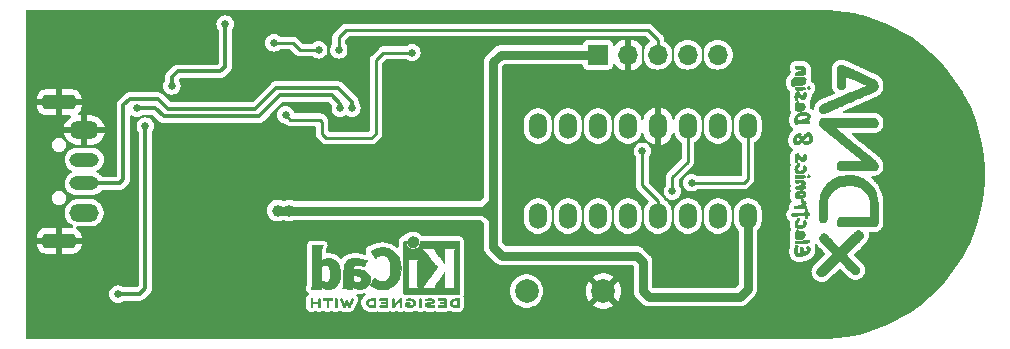
<source format=gbr>
%TF.GenerationSoftware,KiCad,Pcbnew,7.0.1*%
%TF.CreationDate,2023-03-25T17:10:46-05:00*%
%TF.ProjectId,STM32_XTW2_CLONE,53544d33-325f-4585-9457-325f434c4f4e,1.2.1V*%
%TF.SameCoordinates,Original*%
%TF.FileFunction,Copper,L2,Bot*%
%TF.FilePolarity,Positive*%
%FSLAX46Y46*%
G04 Gerber Fmt 4.6, Leading zero omitted, Abs format (unit mm)*
G04 Created by KiCad (PCBNEW 7.0.1) date 2023-03-25 17:10:46*
%MOMM*%
%LPD*%
G01*
G04 APERTURE LIST*
G04 Aperture macros list*
%AMRoundRect*
0 Rectangle with rounded corners*
0 $1 Rounding radius*
0 $2 $3 $4 $5 $6 $7 $8 $9 X,Y pos of 4 corners*
0 Add a 4 corners polygon primitive as box body*
4,1,4,$2,$3,$4,$5,$6,$7,$8,$9,$2,$3,0*
0 Add four circle primitives for the rounded corners*
1,1,$1+$1,$2,$3*
1,1,$1+$1,$4,$5*
1,1,$1+$1,$6,$7*
1,1,$1+$1,$8,$9*
0 Add four rect primitives between the rounded corners*
20,1,$1+$1,$2,$3,$4,$5,0*
20,1,$1+$1,$4,$5,$6,$7,0*
20,1,$1+$1,$6,$7,$8,$9,0*
20,1,$1+$1,$8,$9,$2,$3,0*%
G04 Aperture macros list end*
%TA.AperFunction,EtchedComponent*%
%ADD10C,0.010000*%
%TD*%
%TA.AperFunction,ComponentPad*%
%ADD11O,1.501140X2.199640*%
%TD*%
%TA.AperFunction,ComponentPad*%
%ADD12C,2.000000*%
%TD*%
%TA.AperFunction,ComponentPad*%
%ADD13R,1.700000X1.700000*%
%TD*%
%TA.AperFunction,ComponentPad*%
%ADD14O,1.700000X1.700000*%
%TD*%
%TA.AperFunction,ComponentPad*%
%ADD15O,2.500000X1.500000*%
%TD*%
%TA.AperFunction,ComponentPad*%
%ADD16O,2.500000X1.200000*%
%TD*%
%TA.AperFunction,ComponentPad*%
%ADD17RoundRect,0.300000X-1.100000X0.300000X-1.100000X-0.300000X1.100000X-0.300000X1.100000X0.300000X0*%
%TD*%
%TA.AperFunction,ViaPad*%
%ADD18C,0.650240*%
%TD*%
%TA.AperFunction,ViaPad*%
%ADD19C,1.000000*%
%TD*%
%TA.AperFunction,Conductor*%
%ADD20C,0.203200*%
%TD*%
%TA.AperFunction,Conductor*%
%ADD21C,0.762000*%
%TD*%
%TA.AperFunction,Conductor*%
%ADD22C,0.254000*%
%TD*%
%TA.AperFunction,Conductor*%
%ADD23C,0.304800*%
%TD*%
G04 APERTURE END LIST*
%TA.AperFunction,EtchedComponent*%
%TO.C,G\u002A\u002A\u002A*%
G36*
X174185234Y-112103881D02*
G01*
X174222841Y-112121646D01*
X174253793Y-112149942D01*
X174276310Y-112186370D01*
X174288616Y-112228527D01*
X174288931Y-112274015D01*
X174275478Y-112320433D01*
X174271772Y-112328055D01*
X174244059Y-112365622D01*
X174208504Y-112390638D01*
X174168183Y-112403042D01*
X174126174Y-112402775D01*
X174085553Y-112389777D01*
X174049398Y-112363990D01*
X174020785Y-112325354D01*
X174006500Y-112285956D01*
X174003843Y-112239225D01*
X174014733Y-112194356D01*
X174037785Y-112154615D01*
X174071615Y-112123265D01*
X174114839Y-112103570D01*
X174142748Y-112099047D01*
X174185234Y-112103881D01*
G37*
%TD.AperFunction*%
%TA.AperFunction,EtchedComponent*%
G36*
X174166002Y-104638611D02*
G01*
X174211820Y-104651314D01*
X174248108Y-104677875D01*
X174275630Y-104718828D01*
X174289304Y-104761600D01*
X174289655Y-104809589D01*
X174275319Y-104855004D01*
X174247312Y-104894787D01*
X174206655Y-104925880D01*
X174204640Y-104926964D01*
X174164858Y-104938934D01*
X174122755Y-104936484D01*
X174081881Y-104920932D01*
X174045785Y-104893598D01*
X174018019Y-104855798D01*
X174007554Y-104824662D01*
X174005081Y-104781128D01*
X174013040Y-104736673D01*
X174030913Y-104697623D01*
X174035182Y-104691477D01*
X174068517Y-104658828D01*
X174110060Y-104640978D01*
X174159691Y-104637981D01*
X174166002Y-104638611D01*
G37*
%TD.AperFunction*%
%TA.AperFunction,EtchedComponent*%
G36*
X173783480Y-104676463D02*
G01*
X173805316Y-104685102D01*
X173824108Y-104698712D01*
X173842483Y-104717633D01*
X173862814Y-104746449D01*
X173879391Y-104791496D01*
X173881492Y-104837932D01*
X173869614Y-104882550D01*
X173844253Y-104922144D01*
X173805908Y-104953507D01*
X173805087Y-104953984D01*
X173771470Y-104968390D01*
X173723697Y-104980929D01*
X173661088Y-104991717D01*
X173582964Y-105000872D01*
X173488643Y-105008513D01*
X173421481Y-105012498D01*
X173312617Y-105016154D01*
X173218691Y-105015360D01*
X173140059Y-105010134D01*
X173077075Y-105000493D01*
X173030093Y-104986453D01*
X172997115Y-104967838D01*
X172963291Y-104937407D01*
X172940400Y-104902967D01*
X172932928Y-104878030D01*
X172929190Y-104840168D01*
X172931776Y-104802413D01*
X172940668Y-104772570D01*
X172953299Y-104753282D01*
X172980464Y-104725193D01*
X173012006Y-104702803D01*
X173042022Y-104690869D01*
X173042086Y-104690857D01*
X173065347Y-104689540D01*
X173098079Y-104691344D01*
X173133219Y-104695881D01*
X173162075Y-104698995D01*
X173205691Y-104701063D01*
X173259453Y-104701953D01*
X173319904Y-104701735D01*
X173383587Y-104700479D01*
X173447045Y-104698252D01*
X173506821Y-104695127D01*
X173559459Y-104691171D01*
X173601500Y-104686455D01*
X173613134Y-104684809D01*
X173673427Y-104676967D01*
X173720164Y-104672735D01*
X173755972Y-104672454D01*
X173783480Y-104676463D01*
G37*
%TD.AperFunction*%
%TA.AperFunction,EtchedComponent*%
G36*
X173768727Y-112140928D02*
G01*
X173799879Y-112150130D01*
X173806591Y-112153873D01*
X173841495Y-112183760D01*
X173866988Y-112223803D01*
X173880837Y-112269427D01*
X173880812Y-112316058D01*
X173880503Y-112317780D01*
X173865862Y-112355342D01*
X173838774Y-112390747D01*
X173803375Y-112419691D01*
X173763796Y-112437873D01*
X173756680Y-112439785D01*
X173709949Y-112449469D01*
X173650360Y-112458287D01*
X173581331Y-112466015D01*
X173506279Y-112472433D01*
X173428623Y-112477317D01*
X173351779Y-112480447D01*
X173279167Y-112481599D01*
X173214203Y-112480552D01*
X173160305Y-112477084D01*
X173147605Y-112475732D01*
X173082855Y-112465693D01*
X173032258Y-112451196D01*
X172993707Y-112431201D01*
X172965098Y-112404671D01*
X172944324Y-112370567D01*
X172931346Y-112327587D01*
X172930913Y-112280301D01*
X172943850Y-112236147D01*
X172969089Y-112198593D01*
X173005568Y-112171107D01*
X173006423Y-112170672D01*
X173020903Y-112163965D01*
X173035280Y-112159601D01*
X173052952Y-112157362D01*
X173077318Y-112157030D01*
X173111774Y-112158387D01*
X173159720Y-112161214D01*
X173191164Y-112162761D01*
X173248188Y-112164137D01*
X173311971Y-112164342D01*
X173379128Y-112163476D01*
X173446276Y-112161640D01*
X173510031Y-112158937D01*
X173567011Y-112155466D01*
X173613830Y-112151329D01*
X173647106Y-112146629D01*
X173675398Y-112141973D01*
X173725896Y-112138178D01*
X173768727Y-112140928D01*
G37*
%TD.AperFunction*%
%TA.AperFunction,EtchedComponent*%
G36*
X174159129Y-117635817D02*
G01*
X174174197Y-117641398D01*
X174189732Y-117650997D01*
X174194308Y-117654224D01*
X174230360Y-117689381D01*
X174252818Y-117730399D01*
X174261907Y-117774353D01*
X174257850Y-117818316D01*
X174240871Y-117859364D01*
X174211196Y-117894571D01*
X174169047Y-117921012D01*
X174166103Y-117922226D01*
X174137672Y-117930802D01*
X174094804Y-117940298D01*
X174039625Y-117950422D01*
X173974261Y-117960883D01*
X173900837Y-117971390D01*
X173821478Y-117981651D01*
X173738309Y-117991375D01*
X173653456Y-118000272D01*
X173569045Y-118008051D01*
X173487200Y-118014419D01*
X173467730Y-118015670D01*
X173404884Y-118018512D01*
X173338835Y-118019955D01*
X173272458Y-118020070D01*
X173208626Y-118018928D01*
X173150210Y-118016602D01*
X173100085Y-118013161D01*
X173061122Y-118008679D01*
X173036197Y-118003224D01*
X173032495Y-118001861D01*
X172995261Y-117980855D01*
X172962446Y-117950540D01*
X172940254Y-117916521D01*
X172930440Y-117877414D01*
X172931986Y-117830940D01*
X172945155Y-117785951D01*
X172968920Y-117748460D01*
X172972413Y-117744659D01*
X172983348Y-117734090D01*
X172995460Y-117725706D01*
X173010719Y-117719233D01*
X173031095Y-117714393D01*
X173058556Y-117710910D01*
X173095073Y-117708509D01*
X173142614Y-117706914D01*
X173203150Y-117705847D01*
X173278650Y-117705033D01*
X173324131Y-117704555D01*
X173398819Y-117703369D01*
X173463510Y-117701555D01*
X173522023Y-117698823D01*
X173578174Y-117694884D01*
X173635779Y-117689448D01*
X173698658Y-117682224D01*
X173770626Y-117672925D01*
X173855500Y-117661259D01*
X173892683Y-117656226D01*
X173949196Y-117649121D01*
X174003072Y-117642931D01*
X174049608Y-117638188D01*
X174084100Y-117635422D01*
X174111653Y-117633951D01*
X174139843Y-117633566D01*
X174159129Y-117635817D01*
G37*
%TD.AperFunction*%
%TA.AperFunction,EtchedComponent*%
G36*
X173339687Y-115762105D02*
G01*
X173378416Y-115792970D01*
X173380185Y-115794837D01*
X173410251Y-115835401D01*
X173424823Y-115877397D01*
X173423884Y-115922137D01*
X173407417Y-115970929D01*
X173375404Y-116025086D01*
X173369964Y-116032920D01*
X173346247Y-116067152D01*
X173323730Y-116099754D01*
X173306651Y-116124593D01*
X173295254Y-116142512D01*
X173275034Y-116179607D01*
X173255978Y-116220304D01*
X173239991Y-116260082D01*
X173228976Y-116294422D01*
X173224837Y-116318802D01*
X173230510Y-116345984D01*
X173250665Y-116373387D01*
X173283327Y-116394647D01*
X173326321Y-116408419D01*
X173377471Y-116413353D01*
X173383594Y-116413281D01*
X173438293Y-116406847D01*
X173495758Y-116391384D01*
X173551076Y-116368851D01*
X173599332Y-116341208D01*
X173635611Y-116310415D01*
X173649247Y-116294338D01*
X173664460Y-116269636D01*
X173670295Y-116244057D01*
X173667482Y-116212782D01*
X173656754Y-116170992D01*
X173649382Y-116141991D01*
X173644057Y-116087268D01*
X173652859Y-116041577D01*
X173675893Y-116004558D01*
X173713265Y-115975848D01*
X173720102Y-115972157D01*
X173760929Y-115955340D01*
X173796617Y-115951604D01*
X173831340Y-115960403D01*
X173832888Y-115961057D01*
X173872694Y-115984348D01*
X173904233Y-116017998D01*
X173930551Y-116065224D01*
X173935882Y-116077655D01*
X173959084Y-116155930D01*
X173966443Y-116236744D01*
X173958163Y-116317725D01*
X173934449Y-116396502D01*
X173895506Y-116470702D01*
X173892356Y-116475436D01*
X173842799Y-116534853D01*
X173780042Y-116588283D01*
X173706925Y-116634570D01*
X173626286Y-116672564D01*
X173540964Y-116701110D01*
X173453799Y-116719055D01*
X173367628Y-116725247D01*
X173285290Y-116718533D01*
X173267129Y-116715014D01*
X173191413Y-116691081D01*
X173121169Y-116654303D01*
X173058631Y-116606625D01*
X173006034Y-116549991D01*
X172965611Y-116486345D01*
X172939597Y-116417634D01*
X172935309Y-116396136D01*
X172931235Y-116343364D01*
X172933287Y-116284771D01*
X172941069Y-116226910D01*
X172954184Y-116176334D01*
X172970554Y-116132829D01*
X173012042Y-116041446D01*
X173061062Y-115953558D01*
X173114986Y-115873644D01*
X173171190Y-115806181D01*
X173172401Y-115804907D01*
X173214625Y-115769360D01*
X173257065Y-115750347D01*
X173298994Y-115747913D01*
X173339687Y-115762105D01*
G37*
%TD.AperFunction*%
%TA.AperFunction,EtchedComponent*%
G36*
X173294368Y-114194389D02*
G01*
X173230264Y-114187846D01*
X173172868Y-114173492D01*
X173116047Y-114150036D01*
X173055904Y-114113094D01*
X173004478Y-114065623D01*
X172964919Y-114010747D01*
X172939711Y-113951267D01*
X172936738Y-113938531D01*
X172932084Y-113897693D01*
X172932280Y-113862616D01*
X173229982Y-113862616D01*
X173249534Y-113873080D01*
X173251814Y-113874201D01*
X173278501Y-113880986D01*
X173317441Y-113883999D01*
X173364910Y-113883494D01*
X173417187Y-113879728D01*
X173470548Y-113872955D01*
X173521270Y-113863431D01*
X173565630Y-113851411D01*
X173578396Y-113846930D01*
X173609199Y-113831923D01*
X173626026Y-113814464D01*
X173631133Y-113792524D01*
X173629635Y-113782381D01*
X173622179Y-113772831D01*
X173606509Y-113766828D01*
X173580474Y-113763973D01*
X173541922Y-113763866D01*
X173488700Y-113766108D01*
X173486675Y-113766217D01*
X173442639Y-113769062D01*
X173410203Y-113772757D01*
X173384237Y-113778406D01*
X173359609Y-113787113D01*
X173331189Y-113799980D01*
X173327706Y-113801658D01*
X173295953Y-113817941D01*
X173268388Y-113833657D01*
X173250641Y-113845618D01*
X173229982Y-113862616D01*
X172932280Y-113862616D01*
X172932337Y-113852413D01*
X172934000Y-113834912D01*
X172950831Y-113766180D01*
X172983095Y-113701196D01*
X173029738Y-113640956D01*
X173089707Y-113586459D01*
X173161948Y-113538701D01*
X173245408Y-113498679D01*
X173339034Y-113467392D01*
X173364505Y-113462428D01*
X173406066Y-113457693D01*
X173455807Y-113454275D01*
X173509023Y-113452334D01*
X173561010Y-113452032D01*
X173607063Y-113453531D01*
X173642476Y-113456991D01*
X173709295Y-113473683D01*
X173772841Y-113501902D01*
X173828384Y-113539417D01*
X173873068Y-113584290D01*
X173904036Y-113634579D01*
X173910113Y-113650735D01*
X173918159Y-113683543D01*
X173924615Y-113727531D01*
X173929976Y-113785571D01*
X173930066Y-113786766D01*
X173933317Y-113832097D01*
X173934893Y-113864345D01*
X173934525Y-113887221D01*
X173931948Y-113904432D01*
X173926894Y-113919690D01*
X173919096Y-113936703D01*
X173906498Y-113957697D01*
X173871919Y-113996040D01*
X173824258Y-114033906D01*
X173765968Y-114070218D01*
X173699503Y-114103899D01*
X173627317Y-114133871D01*
X173551863Y-114159058D01*
X173475595Y-114178382D01*
X173400966Y-114190766D01*
X173330430Y-114195134D01*
X173317441Y-114194866D01*
X173294368Y-114194389D01*
G37*
%TD.AperFunction*%
%TA.AperFunction,EtchedComponent*%
G36*
X173342388Y-111132649D02*
G01*
X173379433Y-111163041D01*
X173404210Y-111195610D01*
X173422696Y-111239173D01*
X173425067Y-111284522D01*
X173411332Y-111332828D01*
X173381502Y-111385260D01*
X173359925Y-111416553D01*
X173334311Y-111453747D01*
X173312431Y-111485560D01*
X173302072Y-111501413D01*
X173279280Y-111541302D01*
X173258302Y-111584143D01*
X173240997Y-111625652D01*
X173229223Y-111661544D01*
X173224837Y-111687535D01*
X173227057Y-111703534D01*
X173242479Y-111732468D01*
X173269828Y-111756711D01*
X173305834Y-111772822D01*
X173354576Y-111780553D01*
X173415629Y-111778482D01*
X173478665Y-111766168D01*
X173539158Y-111744884D01*
X173592577Y-111715902D01*
X173634395Y-111680495D01*
X173651458Y-111660065D01*
X173665261Y-111636093D01*
X173670170Y-111610775D01*
X173666904Y-111579380D01*
X173656181Y-111537180D01*
X173653750Y-111528698D01*
X173645309Y-111496312D01*
X173641761Y-111473240D01*
X173642643Y-111453926D01*
X173647493Y-111432817D01*
X173663155Y-111395564D01*
X173691772Y-111360199D01*
X173728156Y-111336122D01*
X173769288Y-111324128D01*
X173812151Y-111325013D01*
X173853726Y-111339573D01*
X173890994Y-111368604D01*
X173891197Y-111368822D01*
X173912871Y-111399660D01*
X173933231Y-111442054D01*
X173950104Y-111490698D01*
X173961316Y-111540286D01*
X173963564Y-111556361D01*
X173965500Y-111638599D01*
X173951538Y-111717372D01*
X173922420Y-111791678D01*
X173878886Y-111860520D01*
X173821675Y-111922896D01*
X173751530Y-111977808D01*
X173669190Y-112024255D01*
X173575396Y-112061238D01*
X173544787Y-112070321D01*
X173450917Y-112088779D01*
X173359756Y-112092887D01*
X173272854Y-112083047D01*
X173191758Y-112059659D01*
X173118016Y-112023122D01*
X173053178Y-111973837D01*
X172998790Y-111912204D01*
X172980393Y-111885464D01*
X172964133Y-111856842D01*
X172951852Y-111826265D01*
X172940117Y-111786367D01*
X172932750Y-111749350D01*
X172930442Y-111676567D01*
X172941849Y-111597373D01*
X172966480Y-111513289D01*
X173003842Y-111425837D01*
X173053441Y-111336539D01*
X173114785Y-111246916D01*
X173116047Y-111245236D01*
X173148164Y-111203233D01*
X173173200Y-111172792D01*
X173193642Y-111151641D01*
X173211974Y-111137507D01*
X173230682Y-111128117D01*
X173252250Y-111121198D01*
X173257389Y-111119918D01*
X173301201Y-111118108D01*
X173342388Y-111132649D01*
G37*
%TD.AperFunction*%
%TA.AperFunction,EtchedComponent*%
G36*
X173440713Y-102904190D02*
G01*
X173532616Y-102908869D01*
X173612954Y-102918314D01*
X173683336Y-102932657D01*
X173745371Y-102952031D01*
X173761742Y-102958964D01*
X173809143Y-102987667D01*
X173851508Y-103025403D01*
X173884941Y-103068271D01*
X173905547Y-103112374D01*
X173916606Y-103166836D01*
X173915401Y-103230109D01*
X173898216Y-103293157D01*
X173864748Y-103357800D01*
X173835341Y-103404367D01*
X173858121Y-103415980D01*
X173864801Y-103419575D01*
X173902956Y-103449481D01*
X173929120Y-103487121D01*
X173943112Y-103529413D01*
X173944752Y-103573273D01*
X173933861Y-103615619D01*
X173910257Y-103653368D01*
X173873761Y-103683437D01*
X173859993Y-103690490D01*
X173841474Y-103697481D01*
X173817703Y-103703986D01*
X173787021Y-103710273D01*
X173747765Y-103716606D01*
X173698276Y-103723250D01*
X173636892Y-103730472D01*
X173561953Y-103738537D01*
X173471796Y-103747710D01*
X173388509Y-103755558D01*
X173301988Y-103762324D01*
X173230177Y-103766100D01*
X173172007Y-103766896D01*
X173126408Y-103764721D01*
X173092310Y-103759586D01*
X173068644Y-103751500D01*
X173036522Y-103730445D01*
X173003738Y-103693203D01*
X172984594Y-103648612D01*
X172980139Y-103599424D01*
X172991417Y-103548388D01*
X172996348Y-103536225D01*
X173006301Y-103516846D01*
X173019182Y-103499877D01*
X173036865Y-103484196D01*
X173061221Y-103468683D01*
X173094124Y-103452216D01*
X173137445Y-103433674D01*
X173193057Y-103411935D01*
X173262834Y-103385880D01*
X173330866Y-103359988D01*
X173408348Y-103328039D01*
X173472143Y-103298588D01*
X173521314Y-103272074D01*
X173554924Y-103248937D01*
X173583845Y-103224793D01*
X173504512Y-103218587D01*
X173497200Y-103218088D01*
X173460649Y-103216704D01*
X173412117Y-103216046D01*
X173355494Y-103216118D01*
X173294667Y-103216920D01*
X173233524Y-103218454D01*
X173176854Y-103220137D01*
X173126243Y-103221251D01*
X173088256Y-103221441D01*
X173060612Y-103220633D01*
X173041024Y-103218753D01*
X173027209Y-103215729D01*
X173016884Y-103211487D01*
X173010041Y-103207641D01*
X172978770Y-103183579D01*
X172952540Y-103153766D01*
X172936746Y-103124084D01*
X172934711Y-103116843D01*
X172930802Y-103072390D01*
X172938528Y-103026096D01*
X172956780Y-102985643D01*
X172967527Y-102970435D01*
X172983103Y-102953186D01*
X173001509Y-102939891D01*
X173025097Y-102929858D01*
X173056217Y-102922392D01*
X173097218Y-102916801D01*
X173150451Y-102912389D01*
X173218266Y-102908465D01*
X173335636Y-102904142D01*
X173440713Y-102904190D01*
G37*
%TD.AperFunction*%
%TA.AperFunction,EtchedComponent*%
G36*
X173530276Y-117633629D02*
G01*
X173441221Y-117654218D01*
X173343267Y-117660854D01*
X173306804Y-117660298D01*
X173266360Y-117657479D01*
X173232522Y-117651567D01*
X173199334Y-117641770D01*
X173138615Y-117615861D01*
X173070310Y-117571403D01*
X173013866Y-117515151D01*
X172969969Y-117447822D01*
X172939305Y-117370134D01*
X172933771Y-117339616D01*
X172931233Y-117292788D01*
X172932186Y-117230434D01*
X172935504Y-117180738D01*
X172947047Y-117098929D01*
X172965301Y-117020742D01*
X172989353Y-116948388D01*
X173018294Y-116884077D01*
X173051213Y-116830020D01*
X173087198Y-116788429D01*
X173125340Y-116761515D01*
X173132778Y-116758042D01*
X173171645Y-116745729D01*
X173207760Y-116746834D01*
X173247580Y-116761347D01*
X173265350Y-116771584D01*
X173298579Y-116803898D01*
X173319232Y-116846514D01*
X173326334Y-116897743D01*
X173325002Y-116922992D01*
X173319621Y-116948389D01*
X173308543Y-116977455D01*
X173290126Y-117015532D01*
X173272281Y-117053497D01*
X173250771Y-117110108D01*
X173235369Y-117165088D01*
X173226488Y-117215798D01*
X173224541Y-117259597D01*
X173229942Y-117293846D01*
X173243102Y-117315905D01*
X173255213Y-117326163D01*
X173258759Y-117326427D01*
X173254864Y-117315101D01*
X173251236Y-117300468D01*
X173247130Y-117273666D01*
X173243891Y-117241958D01*
X173244154Y-117210281D01*
X173529534Y-117210281D01*
X173529650Y-117212292D01*
X173536447Y-117229278D01*
X173549516Y-117244807D01*
X173562968Y-117251601D01*
X173568783Y-117250495D01*
X173580512Y-117238778D01*
X173586681Y-117218892D01*
X173586926Y-117196635D01*
X173580884Y-117177805D01*
X173568193Y-117168199D01*
X173556284Y-117169350D01*
X173540676Y-117180331D01*
X173534376Y-117191542D01*
X173529534Y-117210281D01*
X173244154Y-117210281D01*
X173244377Y-117183527D01*
X173258698Y-117111077D01*
X173286974Y-117042990D01*
X173327726Y-116981900D01*
X173379475Y-116930444D01*
X173440742Y-116891256D01*
X173442959Y-116890171D01*
X173471023Y-116877735D01*
X173496015Y-116870533D01*
X173524590Y-116867220D01*
X173563400Y-116866449D01*
X173605384Y-116867715D01*
X173655331Y-116874694D01*
X173696800Y-116889401D01*
X173734407Y-116913661D01*
X173772763Y-116949300D01*
X173805425Y-116985819D01*
X173836554Y-117030620D01*
X173856247Y-117076515D01*
X173866488Y-117128479D01*
X173869256Y-117191488D01*
X173868512Y-117217841D01*
X173856614Y-117301224D01*
X173829816Y-117377218D01*
X173787571Y-117447073D01*
X173729334Y-117512040D01*
X173687565Y-117548323D01*
X173611900Y-117598519D01*
X173562968Y-117619567D01*
X173530276Y-117633629D01*
G37*
%TD.AperFunction*%
%TA.AperFunction,EtchedComponent*%
G36*
X173465882Y-112558473D02*
G01*
X173528138Y-112560035D01*
X173579522Y-112562972D01*
X173622509Y-112567596D01*
X173659574Y-112574215D01*
X173693192Y-112583140D01*
X173725839Y-112594681D01*
X173759988Y-112609147D01*
X173804737Y-112635131D01*
X173849645Y-112674699D01*
X173885063Y-112721226D01*
X173907290Y-112770653D01*
X173916548Y-112819656D01*
X173913944Y-112884961D01*
X173894662Y-112950783D01*
X173858811Y-113016575D01*
X173855936Y-113020857D01*
X173841540Y-113043018D01*
X173835791Y-113054907D01*
X173837814Y-113059708D01*
X173846739Y-113060601D01*
X173857463Y-113063823D01*
X173877784Y-113077473D01*
X173900084Y-113097980D01*
X173919947Y-113121140D01*
X173932961Y-113142746D01*
X173943575Y-113180511D01*
X173943241Y-113227963D01*
X173928769Y-113272023D01*
X173901687Y-113309913D01*
X173863519Y-113338854D01*
X173815793Y-113356066D01*
X173782938Y-113361897D01*
X173728722Y-113369824D01*
X173663657Y-113378036D01*
X173591131Y-113386210D01*
X173514536Y-113394018D01*
X173437261Y-113401136D01*
X173362697Y-113407239D01*
X173294234Y-113412001D01*
X173235261Y-113415096D01*
X173189170Y-113416201D01*
X173157894Y-113415726D01*
X173108950Y-113411820D01*
X173071823Y-113403227D01*
X173043367Y-113389057D01*
X173020438Y-113368418D01*
X173015585Y-113362646D01*
X172990112Y-113318886D01*
X172979526Y-113271889D01*
X172983214Y-113224615D01*
X173000563Y-113180026D01*
X173030959Y-113141081D01*
X173073790Y-113110741D01*
X173090236Y-113103305D01*
X173120157Y-113090962D01*
X173159837Y-113075249D01*
X173206113Y-113057418D01*
X173255823Y-113038720D01*
X173315043Y-113016174D01*
X173399037Y-112981807D01*
X173468057Y-112950229D01*
X173521574Y-112921687D01*
X173559058Y-112896430D01*
X173584350Y-112876112D01*
X173525192Y-112869776D01*
X173510537Y-112868706D01*
X173476032Y-112867575D01*
X173429837Y-112867076D01*
X173375124Y-112867211D01*
X173315065Y-112867986D01*
X173252831Y-112869405D01*
X173249379Y-112869501D01*
X173180572Y-112871326D01*
X173126360Y-112872275D01*
X173084514Y-112872004D01*
X173052802Y-112870171D01*
X173028996Y-112866431D01*
X173010864Y-112860440D01*
X172996177Y-112851854D01*
X172982704Y-112840330D01*
X172968214Y-112825523D01*
X172965208Y-112822230D01*
X172948059Y-112798661D01*
X172937192Y-112776084D01*
X172930004Y-112728173D01*
X172936767Y-112679208D01*
X172957056Y-112635299D01*
X172989737Y-112600243D01*
X172995352Y-112596162D01*
X173013457Y-112585651D01*
X173035369Y-112577218D01*
X173062963Y-112570644D01*
X173098111Y-112565712D01*
X173142689Y-112562201D01*
X173198569Y-112559895D01*
X173267626Y-112558573D01*
X173351734Y-112558018D01*
X173390280Y-112557977D01*
X173465882Y-112558473D01*
G37*
%TD.AperFunction*%
%TA.AperFunction,EtchedComponent*%
G36*
X173271300Y-110318220D02*
G01*
X173303536Y-110333706D01*
X173342126Y-110365704D01*
X173385646Y-110413854D01*
X173434108Y-110478168D01*
X173487524Y-110558658D01*
X173522410Y-110613225D01*
X173554911Y-110662040D01*
X173580765Y-110698107D01*
X173600808Y-110722516D01*
X173615876Y-110736361D01*
X173626803Y-110740734D01*
X173627362Y-110740705D01*
X173639435Y-110733506D01*
X173653090Y-110717450D01*
X173654415Y-110715362D01*
X173660441Y-110702192D01*
X173664966Y-110683553D01*
X173668374Y-110656579D01*
X173671049Y-110618405D01*
X173673376Y-110566164D01*
X173673598Y-110560361D01*
X173675671Y-110511952D01*
X173677923Y-110476974D01*
X173680867Y-110452252D01*
X173685016Y-110434610D01*
X173690883Y-110420872D01*
X173698984Y-110407865D01*
X173714982Y-110388430D01*
X173751155Y-110361171D01*
X173792757Y-110345707D01*
X173835683Y-110343265D01*
X173875830Y-110355068D01*
X173888031Y-110362489D01*
X173918778Y-110389912D01*
X173944876Y-110424320D01*
X173960824Y-110458986D01*
X173963005Y-110469634D01*
X173966271Y-110500557D01*
X173968355Y-110541704D01*
X173969255Y-110588696D01*
X173968969Y-110637156D01*
X173967495Y-110682707D01*
X173964830Y-110720973D01*
X173960973Y-110747576D01*
X173949074Y-110785855D01*
X173925386Y-110838704D01*
X173895289Y-110890535D01*
X173862341Y-110934604D01*
X173813581Y-110983046D01*
X173755345Y-111023073D01*
X173693854Y-111046969D01*
X173628391Y-111055102D01*
X173625821Y-111055102D01*
X173575103Y-111048756D01*
X173526953Y-111029747D01*
X173480402Y-110997251D01*
X173434480Y-110950445D01*
X173388220Y-110888506D01*
X173340651Y-110810610D01*
X173338855Y-110807423D01*
X173315703Y-110766559D01*
X173293493Y-110727696D01*
X173274670Y-110695090D01*
X173261677Y-110673000D01*
X173249545Y-110653282D01*
X173241398Y-110643144D01*
X173236666Y-110644605D01*
X173232599Y-110656067D01*
X173232190Y-110657572D01*
X173228786Y-110681143D01*
X173226670Y-110717147D01*
X173225816Y-110761534D01*
X173226199Y-110810256D01*
X173227789Y-110859265D01*
X173230562Y-110904511D01*
X173234491Y-110941947D01*
X173236468Y-110957341D01*
X173239224Y-111007055D01*
X173233815Y-111046270D01*
X173219315Y-111078878D01*
X173194796Y-111108774D01*
X173165477Y-111131963D01*
X173123067Y-111148830D01*
X173078827Y-111150066D01*
X173035327Y-111135709D01*
X172995137Y-111105797D01*
X172988750Y-111099111D01*
X172971527Y-111076217D01*
X172958108Y-111048153D01*
X172946909Y-111011007D01*
X172936340Y-110960867D01*
X172934471Y-110943820D01*
X172932858Y-110911289D01*
X172931912Y-110868459D01*
X172931707Y-110818888D01*
X172932315Y-110766134D01*
X172934605Y-110698150D01*
X172940907Y-110617744D01*
X172951431Y-110550254D01*
X172966804Y-110493529D01*
X172987650Y-110445414D01*
X173014592Y-110403758D01*
X173048256Y-110366407D01*
X173055787Y-110359585D01*
X173101094Y-110331206D01*
X173154862Y-110314259D01*
X173212971Y-110309634D01*
X173271300Y-110318220D01*
G37*
%TD.AperFunction*%
%TA.AperFunction,EtchedComponent*%
G36*
X173361693Y-104627653D02*
G01*
X173283830Y-104622008D01*
X173208708Y-104604074D01*
X173142309Y-104574815D01*
X173086025Y-104535224D01*
X173041252Y-104486292D01*
X173009383Y-104429013D01*
X172991813Y-104364379D01*
X172991271Y-104360057D01*
X172991758Y-104320064D01*
X172993089Y-104312040D01*
X173309400Y-104312040D01*
X173309653Y-104312264D01*
X173319951Y-104313416D01*
X173342311Y-104314227D01*
X173372583Y-104314534D01*
X173404580Y-104313330D01*
X173469096Y-104301466D01*
X173525914Y-104275997D01*
X173578003Y-104235785D01*
X173601630Y-104212317D01*
X173619231Y-104190550D01*
X173622572Y-104177356D01*
X173611309Y-104172218D01*
X173585100Y-104174619D01*
X173543600Y-104184043D01*
X173481109Y-104205106D01*
X173411743Y-104238512D01*
X173349934Y-104278636D01*
X173331561Y-104292919D01*
X173315559Y-104306027D01*
X173309400Y-104312040D01*
X172993089Y-104312040D01*
X172999467Y-104273595D01*
X173012860Y-104227642D01*
X173030395Y-104189196D01*
X173047059Y-104160953D01*
X173027946Y-104166863D01*
X173015851Y-104171003D01*
X172981572Y-104186608D01*
X172952073Y-104205153D01*
X172933193Y-104223171D01*
X172925871Y-104239926D01*
X172920254Y-104273282D01*
X172919095Y-104315678D01*
X172922257Y-104363007D01*
X172929602Y-104411160D01*
X172940992Y-104456028D01*
X172953499Y-104500809D01*
X172960946Y-104550024D01*
X172958275Y-104591177D01*
X172945570Y-104627337D01*
X172932585Y-104648538D01*
X172899519Y-104681606D01*
X172859551Y-104701814D01*
X172815889Y-104708412D01*
X172771737Y-104700648D01*
X172730303Y-104677771D01*
X172729054Y-104676766D01*
X172705972Y-104650496D01*
X172682769Y-104610711D01*
X172661281Y-104560530D01*
X172659843Y-104555939D01*
X172656165Y-104535297D01*
X172653369Y-104503244D01*
X172651388Y-104458401D01*
X172650153Y-104399391D01*
X172649597Y-104324836D01*
X172649501Y-104289847D01*
X172649460Y-104233404D01*
X172649785Y-104190252D01*
X172650683Y-104157988D01*
X172652361Y-104134208D01*
X172655024Y-104116505D01*
X172658881Y-104102477D01*
X172664137Y-104089719D01*
X172670999Y-104075826D01*
X172699993Y-104031258D01*
X172744583Y-103983449D01*
X172799197Y-103939328D01*
X172860274Y-103901737D01*
X172924254Y-103873521D01*
X172965628Y-103862092D01*
X173022566Y-103852584D01*
X173093234Y-103845923D01*
X173178633Y-103842015D01*
X173279767Y-103840770D01*
X173289436Y-103840784D01*
X173359071Y-103841400D01*
X173431982Y-103842831D01*
X173505643Y-103844961D01*
X173577528Y-103847672D01*
X173645111Y-103850848D01*
X173705866Y-103854372D01*
X173757266Y-103858126D01*
X173796785Y-103861994D01*
X173821897Y-103865860D01*
X173856184Y-103876857D01*
X173898936Y-103902997D01*
X173929956Y-103938886D01*
X173947634Y-103982446D01*
X173950358Y-104031598D01*
X173948374Y-104045998D01*
X173941299Y-104077330D01*
X173932410Y-104101494D01*
X173928825Y-104109924D01*
X173921614Y-104142126D01*
X173919000Y-104183092D01*
X173917937Y-104207497D01*
X173904038Y-104276112D01*
X173875127Y-104343555D01*
X173832579Y-104407967D01*
X173777770Y-104467489D01*
X173712076Y-104520260D01*
X173636872Y-104564422D01*
X173594616Y-104583769D01*
X173521136Y-104609018D01*
X173445629Y-104623156D01*
X173372583Y-104627070D01*
X173361693Y-104627653D01*
G37*
%TD.AperFunction*%
%TA.AperFunction,EtchedComponent*%
G36*
X173175722Y-118051398D02*
G01*
X173215612Y-118070684D01*
X173233831Y-118088717D01*
X173254695Y-118121395D01*
X173269748Y-118158430D01*
X173275534Y-118192780D01*
X173273746Y-118209440D01*
X173268316Y-118240065D01*
X173259910Y-118280766D01*
X173249203Y-118328286D01*
X173236870Y-118379369D01*
X173226083Y-118424032D01*
X173207414Y-118512425D01*
X173196023Y-118586232D01*
X173191865Y-118645920D01*
X173194899Y-118691954D01*
X173205080Y-118724801D01*
X173208673Y-118731134D01*
X173236278Y-118760198D01*
X173275843Y-118778001D01*
X173326367Y-118784054D01*
X173372967Y-118784067D01*
X173392295Y-118659184D01*
X173398334Y-118617164D01*
X173408343Y-118516078D01*
X173411312Y-118414903D01*
X173411356Y-118370413D01*
X173412068Y-118335100D01*
X173413876Y-118310433D01*
X173417198Y-118293133D01*
X173422450Y-118279920D01*
X173430050Y-118267514D01*
X173455881Y-118236557D01*
X173491753Y-118212671D01*
X173535494Y-118202021D01*
X173563055Y-118201428D01*
X173608190Y-118211789D01*
X173645216Y-118236943D01*
X173673967Y-118276756D01*
X173694276Y-118331093D01*
X173696291Y-118339625D01*
X173702851Y-118384012D01*
X173706399Y-118439035D01*
X173706868Y-118499821D01*
X173704191Y-118561500D01*
X173698299Y-118619198D01*
X173697305Y-118626481D01*
X173693679Y-118656258D01*
X173691760Y-118677783D01*
X173691949Y-118686808D01*
X173693235Y-118686964D01*
X173706116Y-118682992D01*
X173729951Y-118673380D01*
X173761559Y-118659595D01*
X173797760Y-118643103D01*
X173835371Y-118625372D01*
X173871214Y-118607867D01*
X173902107Y-118592056D01*
X173924869Y-118579406D01*
X173955221Y-118559451D01*
X173979696Y-118536762D01*
X173993977Y-118511588D01*
X174001294Y-118479715D01*
X174002538Y-118468341D01*
X174001355Y-118449863D01*
X173992948Y-118433026D01*
X173974754Y-118411216D01*
X173959015Y-118392780D01*
X173939651Y-118362690D01*
X173930054Y-118331291D01*
X173927467Y-118291612D01*
X173933738Y-118242604D01*
X173953609Y-118200778D01*
X173986870Y-118169139D01*
X174011966Y-118155210D01*
X174057551Y-118143323D01*
X174103871Y-118148303D01*
X174150997Y-118170163D01*
X174198999Y-118208917D01*
X174228413Y-118241207D01*
X174265498Y-118299877D01*
X174288626Y-118366461D01*
X174298558Y-118442751D01*
X174299054Y-118465629D01*
X174291665Y-118547567D01*
X174269261Y-118625947D01*
X174231227Y-118702470D01*
X174176946Y-118778840D01*
X174154698Y-118803932D01*
X174092356Y-118859009D01*
X174015026Y-118910408D01*
X173923895Y-118957557D01*
X173820146Y-118999883D01*
X173704967Y-119036811D01*
X173579542Y-119067769D01*
X173577099Y-119068289D01*
X173466088Y-119087703D01*
X173367004Y-119096067D01*
X173278798Y-119093194D01*
X173200421Y-119078892D01*
X173130826Y-119052973D01*
X173068965Y-119015248D01*
X173013790Y-118965526D01*
X172976222Y-118920438D01*
X172935592Y-118852218D01*
X172908008Y-118775601D01*
X172897802Y-118720884D01*
X172894364Y-118656166D01*
X172898197Y-118581573D01*
X172909423Y-118495811D01*
X172928166Y-118397588D01*
X172954549Y-118285608D01*
X172964192Y-118248612D01*
X172981013Y-118190492D01*
X172996827Y-118145825D01*
X173012570Y-118112450D01*
X173029179Y-118088208D01*
X173047589Y-118070938D01*
X173085723Y-118051972D01*
X173130625Y-118045164D01*
X173175722Y-118051398D01*
G37*
%TD.AperFunction*%
%TA.AperFunction,EtchedComponent*%
G36*
X173203915Y-107871980D02*
G01*
X173171380Y-107895121D01*
X173160974Y-107899735D01*
X173132797Y-107909059D01*
X173109877Y-107912681D01*
X173094197Y-107911148D01*
X173057322Y-107899473D01*
X173022486Y-107879487D01*
X172997128Y-107854997D01*
X172986650Y-107838685D01*
X172964976Y-107796907D01*
X172943062Y-107745805D01*
X172922753Y-107690220D01*
X172905891Y-107634993D01*
X172894318Y-107584963D01*
X172889787Y-107545276D01*
X172888272Y-107492024D01*
X172889268Y-107458398D01*
X173184922Y-107458398D01*
X173185497Y-107496527D01*
X173188706Y-107533580D01*
X173193917Y-107567304D01*
X173200498Y-107595447D01*
X173207815Y-107615759D01*
X173215239Y-107625987D01*
X173222135Y-107623880D01*
X173227873Y-107607187D01*
X173230571Y-107596969D01*
X173247867Y-107562264D01*
X173274043Y-107531133D01*
X173303892Y-107510221D01*
X173304205Y-107510081D01*
X173321203Y-107504239D01*
X173351510Y-107495463D01*
X173392042Y-107484582D01*
X173439711Y-107472425D01*
X173491434Y-107459821D01*
X173571844Y-107440202D01*
X173643703Y-107421311D01*
X173703798Y-107403551D01*
X173754659Y-107385959D01*
X173798814Y-107367571D01*
X173838791Y-107347424D01*
X173877121Y-107324555D01*
X173916331Y-107298002D01*
X173922155Y-107293798D01*
X173953413Y-107268647D01*
X173979375Y-107243615D01*
X173997104Y-107221786D01*
X174003667Y-107206244D01*
X173997710Y-107199645D01*
X173978608Y-107189430D01*
X173949828Y-107177604D01*
X173914960Y-107165503D01*
X173877593Y-107154462D01*
X173841313Y-107145818D01*
X173795729Y-107139210D01*
X173726680Y-107135587D01*
X173650128Y-107137050D01*
X173570797Y-107143204D01*
X173493413Y-107153653D01*
X173422699Y-107168002D01*
X173363382Y-107185854D01*
X173354955Y-107189184D01*
X173299140Y-107221422D01*
X173251917Y-107267624D01*
X173214591Y-107326555D01*
X173201403Y-107355440D01*
X173192295Y-107383444D01*
X173187387Y-107414123D01*
X173185034Y-107454593D01*
X173184922Y-107458398D01*
X172889268Y-107458398D01*
X172890003Y-107433579D01*
X172894665Y-107375441D01*
X172901948Y-107323114D01*
X172911537Y-107282101D01*
X172941057Y-107204283D01*
X172989637Y-107115129D01*
X173050292Y-107037843D01*
X173123015Y-106972433D01*
X173207800Y-106918906D01*
X173252173Y-106897737D01*
X173327700Y-106870347D01*
X173411101Y-106850347D01*
X173504363Y-106837401D01*
X173609468Y-106831176D01*
X173728404Y-106831339D01*
X173769728Y-106832627D01*
X173840289Y-106836470D01*
X173899431Y-106842656D01*
X173950783Y-106851921D01*
X173997975Y-106865001D01*
X174044635Y-106882632D01*
X174094392Y-106905550D01*
X174121976Y-106920137D01*
X174186357Y-106964283D01*
X174237105Y-107015450D01*
X174272875Y-107072382D01*
X174279302Y-107086620D01*
X174287903Y-107110096D01*
X174292893Y-107134178D01*
X174295204Y-107164300D01*
X174295767Y-107205901D01*
X174295374Y-107245579D01*
X174293440Y-107274418D01*
X174288852Y-107297312D01*
X174280497Y-107319787D01*
X174267259Y-107347370D01*
X174247264Y-107381907D01*
X174220238Y-107421074D01*
X174192826Y-107454921D01*
X174146900Y-107505670D01*
X174171393Y-107518336D01*
X174203619Y-107540499D01*
X174233741Y-107576771D01*
X174251844Y-107619373D01*
X174257122Y-107664879D01*
X174248771Y-107709858D01*
X174225986Y-107750883D01*
X174208599Y-107770843D01*
X174182882Y-107791865D01*
X174153561Y-107803859D01*
X174116400Y-107808313D01*
X174067167Y-107806714D01*
X174066115Y-107806640D01*
X174039338Y-107805398D01*
X173998189Y-107804277D01*
X173945091Y-107803308D01*
X173882467Y-107802522D01*
X173812740Y-107801950D01*
X173738331Y-107801622D01*
X173661663Y-107801569D01*
X173588820Y-107801622D01*
X173514552Y-107801487D01*
X173454218Y-107800986D01*
X173406177Y-107799965D01*
X173368783Y-107798270D01*
X173340394Y-107795745D01*
X173319367Y-107792235D01*
X173304057Y-107787586D01*
X173292821Y-107781644D01*
X173284015Y-107774253D01*
X173275997Y-107765259D01*
X173275041Y-107764124D01*
X173261309Y-107753010D01*
X173252954Y-107757921D01*
X173250134Y-107778773D01*
X173246551Y-107803142D01*
X173230195Y-107839513D01*
X173215239Y-107857990D01*
X173203915Y-107871980D01*
G37*
%TD.AperFunction*%
%TA.AperFunction,EtchedComponent*%
G36*
X173953872Y-109612556D02*
G01*
X173884005Y-109603775D01*
X173819662Y-109585178D01*
X173757926Y-109555311D01*
X173695775Y-109512711D01*
X173630189Y-109455917D01*
X173617460Y-109444041D01*
X173594152Y-109422985D01*
X173577005Y-109408433D01*
X173569041Y-109403000D01*
X173567572Y-109403599D01*
X173555987Y-109412022D01*
X173536235Y-109428312D01*
X173511589Y-109449802D01*
X173495525Y-109463847D01*
X173414007Y-109526254D01*
X173333575Y-109573162D01*
X173254821Y-109604441D01*
X173178336Y-109619958D01*
X173145757Y-109619792D01*
X173104711Y-109619582D01*
X173034537Y-109603182D01*
X172968404Y-109570627D01*
X172923308Y-109535647D01*
X172875671Y-109480010D01*
X172838953Y-109412617D01*
X172814005Y-109334769D01*
X172813916Y-109334380D01*
X172804291Y-109259737D01*
X172804993Y-109232921D01*
X173099207Y-109232921D01*
X173104044Y-109272067D01*
X173116615Y-109299284D01*
X173123216Y-109304654D01*
X173145757Y-109309413D01*
X173176154Y-109305022D01*
X173210254Y-109291811D01*
X173234342Y-109277710D01*
X173269635Y-109253453D01*
X173307238Y-109224851D01*
X173341845Y-109195970D01*
X173366335Y-109172604D01*
X173775442Y-109172604D01*
X173837375Y-109231435D01*
X173869363Y-109260494D01*
X173897791Y-109281631D01*
X173924286Y-109294054D01*
X173953570Y-109299924D01*
X173990368Y-109301400D01*
X174021799Y-109296957D01*
X174064308Y-109277114D01*
X174105013Y-109242496D01*
X174142542Y-109194345D01*
X174175524Y-109133902D01*
X174177470Y-109129543D01*
X174185635Y-109106986D01*
X174190649Y-109081918D01*
X174193199Y-109049544D01*
X174193973Y-109005067D01*
X174193982Y-108999383D01*
X174193617Y-108960142D01*
X174191828Y-108932456D01*
X174187724Y-108911525D01*
X174180412Y-108892549D01*
X174169000Y-108870729D01*
X174156589Y-108849985D01*
X174142531Y-108830297D01*
X174132788Y-108821052D01*
X174121919Y-108821485D01*
X174098825Y-108833347D01*
X174066952Y-108857653D01*
X174027105Y-108893770D01*
X173980088Y-108941065D01*
X173956018Y-108966625D01*
X173915619Y-109010671D01*
X173875262Y-109055801D01*
X173840871Y-109095444D01*
X173775442Y-109172604D01*
X173366335Y-109172604D01*
X173368145Y-109170877D01*
X173388790Y-109148747D01*
X173358494Y-109117124D01*
X173347535Y-109105220D01*
X173320082Y-109067359D01*
X173305330Y-109028685D01*
X173300934Y-108983764D01*
X173301058Y-108973372D01*
X173305067Y-108936573D01*
X173316549Y-108907537D01*
X173337975Y-108879298D01*
X173355967Y-108859362D01*
X173322556Y-108873210D01*
X173318737Y-108874850D01*
X173288695Y-108890405D01*
X173261743Y-108907959D01*
X173229832Y-108936963D01*
X173190875Y-108983881D01*
X173155580Y-109038136D01*
X173127263Y-109094514D01*
X173109242Y-109147798D01*
X173102258Y-109185061D01*
X173099207Y-109232921D01*
X172804993Y-109232921D01*
X172806444Y-109177508D01*
X172819766Y-109091626D01*
X172843650Y-109006023D01*
X172877485Y-108924634D01*
X172900915Y-108880377D01*
X172960975Y-108788602D01*
X173029686Y-108709979D01*
X173106256Y-108645224D01*
X173189893Y-108595056D01*
X173279804Y-108560192D01*
X173318300Y-108551139D01*
X173377097Y-108546852D01*
X173427884Y-108555768D01*
X173469529Y-108577430D01*
X173500899Y-108611383D01*
X173520862Y-108657172D01*
X173523825Y-108670221D01*
X173524595Y-108718206D01*
X173508710Y-108764080D01*
X173476057Y-108808217D01*
X173461635Y-108824649D01*
X173457856Y-108833376D01*
X173464793Y-108835734D01*
X173468850Y-108835969D01*
X173495487Y-108844466D01*
X173528026Y-108863549D01*
X173562539Y-108890996D01*
X173594532Y-108919900D01*
X173695383Y-108804987D01*
X173703566Y-108795697D01*
X173776051Y-108716832D01*
X173841970Y-108651980D01*
X173902543Y-108600275D01*
X173958993Y-108560855D01*
X174012540Y-108532855D01*
X174064406Y-108515412D01*
X174115813Y-108507663D01*
X174148736Y-108506926D01*
X174199679Y-108513002D01*
X174245806Y-108529812D01*
X174290932Y-108558972D01*
X174338872Y-108602097D01*
X174389943Y-108661490D01*
X174437550Y-108740162D01*
X174470790Y-108826878D01*
X174489431Y-108920786D01*
X174493240Y-109021030D01*
X174481984Y-109126759D01*
X174481497Y-109129521D01*
X174455120Y-109230623D01*
X174413475Y-109324458D01*
X174356734Y-109410709D01*
X174285067Y-109489062D01*
X174256952Y-109513923D01*
X174187974Y-109561956D01*
X174115603Y-109593983D01*
X174038136Y-109610638D01*
X173990368Y-109611725D01*
X173953872Y-109612556D01*
G37*
%TD.AperFunction*%
%TA.AperFunction,EtchedComponent*%
G36*
X173608701Y-114170147D02*
G01*
X173654506Y-114181470D01*
X173693340Y-114208166D01*
X173724952Y-114250078D01*
X173728778Y-114256619D01*
X173759868Y-114296868D01*
X173803234Y-114333481D01*
X173806395Y-114335745D01*
X173865096Y-114381651D01*
X173908737Y-114424694D01*
X173938503Y-114466522D01*
X173955578Y-114508783D01*
X173961148Y-114553122D01*
X173960027Y-114574756D01*
X173945541Y-114630163D01*
X173914505Y-114683063D01*
X173901200Y-114700980D01*
X173895222Y-114712864D01*
X173899453Y-114718942D01*
X173913824Y-114723307D01*
X173936692Y-114734883D01*
X173961873Y-114760246D01*
X173983213Y-114794265D01*
X173998025Y-114832527D01*
X174003620Y-114870622D01*
X174001996Y-114884455D01*
X173993243Y-114913824D01*
X173979800Y-114943819D01*
X173964973Y-114966256D01*
X173962672Y-114968872D01*
X173958554Y-114976757D01*
X173965647Y-114981280D01*
X173986780Y-114984853D01*
X173988758Y-114985137D01*
X174030194Y-114999427D01*
X174066629Y-115027060D01*
X174093475Y-115064606D01*
X174101165Y-115084475D01*
X174106611Y-115110650D01*
X174110143Y-115146401D01*
X174112288Y-115195396D01*
X174115110Y-115293959D01*
X174141231Y-115299183D01*
X174164299Y-115306698D01*
X174200262Y-115330460D01*
X174229848Y-115364660D01*
X174249908Y-115405254D01*
X174257295Y-115448200D01*
X174254301Y-115475583D01*
X174238920Y-115517337D01*
X174213182Y-115554150D01*
X174180151Y-115582037D01*
X174142888Y-115597016D01*
X174124186Y-115602162D01*
X174111466Y-115611423D01*
X174103230Y-115627988D01*
X174097884Y-115655067D01*
X174093837Y-115695867D01*
X174093069Y-115704836D01*
X174086472Y-115753123D01*
X174075683Y-115789538D01*
X174059006Y-115818326D01*
X174034742Y-115843732D01*
X174025028Y-115851603D01*
X173983208Y-115873225D01*
X173938804Y-115879120D01*
X173894769Y-115869289D01*
X173854058Y-115843732D01*
X173849907Y-115840008D01*
X173825966Y-115813219D01*
X173810773Y-115782884D01*
X173802787Y-115744710D01*
X173800467Y-115694405D01*
X173800467Y-115626798D01*
X173760250Y-115630740D01*
X173727719Y-115633631D01*
X173672368Y-115637825D01*
X173605060Y-115642353D01*
X173528416Y-115647081D01*
X173445061Y-115651878D01*
X173357616Y-115656609D01*
X173268706Y-115661142D01*
X173180953Y-115665345D01*
X173096980Y-115669085D01*
X173019411Y-115672228D01*
X172950868Y-115674643D01*
X172893974Y-115676195D01*
X172851354Y-115676753D01*
X172821580Y-115676699D01*
X172788157Y-115676013D01*
X172765144Y-115673959D01*
X172748618Y-115669808D01*
X172734657Y-115662834D01*
X172719335Y-115652312D01*
X172710168Y-115645344D01*
X172685681Y-115624084D01*
X172667265Y-115604603D01*
X172660840Y-115595412D01*
X172653531Y-115578028D01*
X172649950Y-115554126D01*
X172649000Y-115518533D01*
X172649125Y-115494830D01*
X172650751Y-115470512D01*
X172655970Y-115453315D01*
X172666880Y-115437408D01*
X172685583Y-115416962D01*
X172701717Y-115401123D01*
X172720238Y-115387319D01*
X172741571Y-115377443D01*
X172768538Y-115370834D01*
X172803962Y-115366831D01*
X172850665Y-115364770D01*
X172911467Y-115363991D01*
X172935497Y-115363717D01*
X172985884Y-115362553D01*
X173046291Y-115360607D01*
X173114644Y-115357989D01*
X173188872Y-115354811D01*
X173266902Y-115351183D01*
X173346662Y-115347216D01*
X173426080Y-115343021D01*
X173503084Y-115338709D01*
X173575600Y-115334390D01*
X173641558Y-115330176D01*
X173698883Y-115326176D01*
X173745506Y-115322503D01*
X173779352Y-115319265D01*
X173798350Y-115316576D01*
X173804816Y-115314767D01*
X173811727Y-115309528D01*
X173815530Y-115298178D01*
X173817165Y-115277112D01*
X173817570Y-115242723D01*
X173819453Y-115180822D01*
X173825901Y-115120026D01*
X173836714Y-115073057D01*
X173851666Y-115041239D01*
X173870318Y-115015045D01*
X173833276Y-115020106D01*
X173831104Y-115020397D01*
X173795032Y-115024131D01*
X173744235Y-115027950D01*
X173680758Y-115031759D01*
X173606643Y-115035463D01*
X173523937Y-115038967D01*
X173434683Y-115042177D01*
X173340926Y-115044998D01*
X173244711Y-115047337D01*
X172981055Y-115052963D01*
X172942841Y-115030568D01*
X172914283Y-115008860D01*
X172886772Y-114972052D01*
X172871793Y-114929530D01*
X172869401Y-114884615D01*
X172879655Y-114840622D01*
X172902611Y-114800871D01*
X172938326Y-114768679D01*
X172941315Y-114766779D01*
X172966466Y-114754275D01*
X172996348Y-114746541D01*
X173037029Y-114741932D01*
X173043100Y-114741476D01*
X173128101Y-114734304D01*
X173198625Y-114726650D01*
X173256980Y-114718181D01*
X173305473Y-114708567D01*
X173346409Y-114697476D01*
X173366298Y-114691132D01*
X173400686Y-114679309D01*
X173429566Y-114667422D01*
X173457819Y-114653113D01*
X173490325Y-114634022D01*
X173531967Y-114607790D01*
X173597901Y-114565630D01*
X173547991Y-114520464D01*
X173536412Y-114509427D01*
X173498352Y-114462828D01*
X173471631Y-114412261D01*
X173456786Y-114360419D01*
X173454354Y-114309992D01*
X173464871Y-114263673D01*
X173488875Y-114224154D01*
X173519072Y-114195384D01*
X173555684Y-114175841D01*
X173597184Y-114169734D01*
X173608701Y-114170147D01*
G37*
%TD.AperFunction*%
%TA.AperFunction,EtchedComponent*%
G36*
X177685515Y-107307502D02*
G01*
X177902000Y-107307511D01*
X178102585Y-107307533D01*
X178287891Y-107307571D01*
X178458540Y-107307630D01*
X178615156Y-107307715D01*
X178758360Y-107307830D01*
X178888777Y-107307979D01*
X179007027Y-107308167D01*
X179113735Y-107308397D01*
X179209522Y-107308675D01*
X179295011Y-107309004D01*
X179370824Y-107309389D01*
X179437585Y-107309835D01*
X179495916Y-107310345D01*
X179546440Y-107310924D01*
X179589779Y-107311577D01*
X179626555Y-107312307D01*
X179657392Y-107313119D01*
X179682912Y-107314018D01*
X179703738Y-107315008D01*
X179720492Y-107316092D01*
X179733797Y-107317276D01*
X179744276Y-107318564D01*
X179752550Y-107319961D01*
X179759244Y-107321469D01*
X179764979Y-107323095D01*
X179796730Y-107333646D01*
X179845175Y-107354550D01*
X179886699Y-107380663D01*
X179927773Y-107415665D01*
X179963145Y-107453622D01*
X180007207Y-107520661D01*
X180037177Y-107596829D01*
X180053118Y-107682306D01*
X180055093Y-107777270D01*
X180053952Y-107795068D01*
X180039986Y-107883682D01*
X180013084Y-107962904D01*
X179973825Y-108031886D01*
X179922789Y-108089777D01*
X179860557Y-108135730D01*
X179787708Y-108168893D01*
X179731367Y-108188034D01*
X178091135Y-108192267D01*
X176450902Y-108196500D01*
X178086644Y-109521534D01*
X178118334Y-109547204D01*
X178264710Y-109665796D01*
X178408084Y-109781981D01*
X178547859Y-109895275D01*
X178683436Y-110005192D01*
X178814219Y-110111248D01*
X178939609Y-110212957D01*
X179059010Y-110309833D01*
X179171823Y-110401392D01*
X179277450Y-110487149D01*
X179375295Y-110566617D01*
X179464760Y-110639313D01*
X179545247Y-110704750D01*
X179616159Y-110762443D01*
X179676897Y-110811908D01*
X179726865Y-110852659D01*
X179765465Y-110884210D01*
X179792099Y-110906077D01*
X179806169Y-110917774D01*
X179872780Y-110978446D01*
X179937588Y-111049283D01*
X179987320Y-111119682D01*
X180022857Y-111190922D01*
X180045083Y-111264286D01*
X180049895Y-111292145D01*
X180055264Y-111348190D01*
X180056787Y-111408196D01*
X180054384Y-111465366D01*
X180047977Y-111512900D01*
X180039525Y-111546365D01*
X180009835Y-111617982D01*
X179966950Y-111679474D01*
X179911708Y-111729998D01*
X179844950Y-111768711D01*
X179767512Y-111794769D01*
X179765100Y-111795204D01*
X179745432Y-111796838D01*
X179710246Y-111798369D01*
X179660625Y-111799797D01*
X179597649Y-111801121D01*
X179522401Y-111802341D01*
X179435962Y-111803456D01*
X179339414Y-111804467D01*
X179233838Y-111805371D01*
X179120317Y-111806170D01*
X178999932Y-111806862D01*
X178873764Y-111807447D01*
X178742895Y-111807925D01*
X178608408Y-111808295D01*
X178471383Y-111808557D01*
X178332903Y-111808710D01*
X178194049Y-111808754D01*
X178055902Y-111808688D01*
X177919545Y-111808513D01*
X177786058Y-111808227D01*
X177656525Y-111807829D01*
X177532026Y-111807321D01*
X177413643Y-111806700D01*
X177302458Y-111805968D01*
X177199553Y-111805122D01*
X177106008Y-111804163D01*
X177022907Y-111803091D01*
X176951329Y-111801904D01*
X176892359Y-111800603D01*
X176847076Y-111799187D01*
X176816562Y-111797655D01*
X176801900Y-111796008D01*
X176745851Y-111776655D01*
X176676854Y-111738226D01*
X176618228Y-111687024D01*
X176570774Y-111623961D01*
X176535293Y-111549953D01*
X176512585Y-111465912D01*
X176509291Y-111445624D01*
X176503654Y-111356278D01*
X176512316Y-111270009D01*
X176534715Y-111189023D01*
X176570285Y-111115527D01*
X176618463Y-111051727D01*
X176640278Y-111029499D01*
X176676647Y-110998975D01*
X176717126Y-110974421D01*
X176768034Y-110951608D01*
X176818833Y-110931234D01*
X177717440Y-110927000D01*
X178616046Y-110922767D01*
X176947090Y-109572334D01*
X176905512Y-109538688D01*
X176703989Y-109375542D01*
X176515555Y-109222864D01*
X176340096Y-109080562D01*
X176177500Y-108948544D01*
X176027655Y-108826718D01*
X175890449Y-108714992D01*
X175765768Y-108613274D01*
X175653502Y-108521472D01*
X175553536Y-108439495D01*
X175465760Y-108367249D01*
X175390060Y-108304644D01*
X175326325Y-108251587D01*
X175274441Y-108207986D01*
X175234297Y-108173749D01*
X175205780Y-108148785D01*
X175188778Y-108133000D01*
X175171158Y-108115168D01*
X175117655Y-108055569D01*
X175076851Y-107999179D01*
X175046840Y-107942582D01*
X175025719Y-107882361D01*
X175011583Y-107815101D01*
X175009606Y-107800393D01*
X175006389Y-107741904D01*
X175008645Y-107678370D01*
X175015912Y-107616950D01*
X175027729Y-107564804D01*
X175028456Y-107562470D01*
X175057593Y-107492900D01*
X175097961Y-107434966D01*
X175150399Y-107387910D01*
X175215744Y-107350975D01*
X175294833Y-107323404D01*
X175300221Y-107322029D01*
X175307404Y-107320471D01*
X175315882Y-107319027D01*
X175326280Y-107317695D01*
X175339225Y-107316469D01*
X175355341Y-107315346D01*
X175375255Y-107314321D01*
X175399592Y-107313388D01*
X175428976Y-107312545D01*
X175464035Y-107311786D01*
X175505393Y-107311107D01*
X175553676Y-107310504D01*
X175609510Y-107309972D01*
X175673519Y-107309506D01*
X175746330Y-107309103D01*
X175828567Y-107308757D01*
X175920858Y-107308465D01*
X176023826Y-107308222D01*
X176138098Y-107308023D01*
X176264299Y-107307864D01*
X176403055Y-107307741D01*
X176554991Y-107307649D01*
X176720733Y-107307584D01*
X176900906Y-107307541D01*
X177096135Y-107307515D01*
X177307047Y-107307503D01*
X177534267Y-107307501D01*
X177685515Y-107307502D01*
G37*
%TD.AperFunction*%
%TA.AperFunction,EtchedComponent*%
G36*
X173494694Y-106787749D02*
G01*
X173416448Y-106802118D01*
X173338433Y-106807175D01*
X173264949Y-106802457D01*
X173200294Y-106787504D01*
X173138748Y-106761260D01*
X173070322Y-106716764D01*
X173013822Y-106660563D01*
X172969924Y-106593363D01*
X172939305Y-106515867D01*
X172933771Y-106485349D01*
X172931233Y-106438521D01*
X172932186Y-106376167D01*
X172932713Y-106364547D01*
X172941187Y-106281342D01*
X172957207Y-106199169D01*
X172979728Y-106121176D01*
X173007704Y-106050512D01*
X173040088Y-105990325D01*
X173075836Y-105943764D01*
X173111764Y-105906267D01*
X173080601Y-105906267D01*
X173075825Y-105906120D01*
X173039077Y-105896409D01*
X173003545Y-105873574D01*
X172973945Y-105840522D01*
X172964417Y-105822359D01*
X172951541Y-105782132D01*
X172941257Y-105729927D01*
X172933805Y-105668673D01*
X172929425Y-105601299D01*
X172928358Y-105530736D01*
X172930844Y-105459912D01*
X172937123Y-105391758D01*
X172941438Y-105361603D01*
X172960576Y-105276877D01*
X172988234Y-105206446D01*
X173024323Y-105150429D01*
X173068751Y-105108943D01*
X173121429Y-105082108D01*
X173182267Y-105070042D01*
X173201702Y-105069117D01*
X173238891Y-105070942D01*
X173272779Y-105078908D01*
X173304920Y-105094302D01*
X173336870Y-105118408D01*
X173370183Y-105152512D01*
X173406413Y-105197899D01*
X173447117Y-105255857D01*
X173493848Y-105327669D01*
X173515227Y-105361107D01*
X173547840Y-105410704D01*
X173573744Y-105447665D01*
X173594032Y-105473319D01*
X173609795Y-105488993D01*
X173622125Y-105496014D01*
X173632116Y-105495710D01*
X173644018Y-105488951D01*
X173654104Y-105476288D01*
X173661501Y-105455937D01*
X173666764Y-105425590D01*
X173670452Y-105382936D01*
X173673120Y-105325665D01*
X173673654Y-105311023D01*
X173675582Y-105265329D01*
X173677783Y-105232450D01*
X173680803Y-105209131D01*
X173685187Y-105192120D01*
X173691480Y-105178162D01*
X173700228Y-105164005D01*
X173714608Y-105146013D01*
X173750011Y-105119138D01*
X173791574Y-105104057D01*
X173834960Y-105102002D01*
X173875830Y-105114201D01*
X173888031Y-105121622D01*
X173918778Y-105149046D01*
X173944876Y-105183453D01*
X173960824Y-105218119D01*
X173962528Y-105225567D01*
X173966401Y-105256801D01*
X173968715Y-105298819D01*
X173969508Y-105347102D01*
X173968820Y-105397135D01*
X173966690Y-105444402D01*
X173963158Y-105484385D01*
X173958263Y-105512567D01*
X173936755Y-105574225D01*
X173901923Y-105639652D01*
X173858223Y-105697259D01*
X173807615Y-105745228D01*
X173752061Y-105781742D01*
X173693522Y-105804983D01*
X173633957Y-105813134D01*
X173617288Y-105812773D01*
X173568510Y-105805726D01*
X173525216Y-105787917D01*
X173481119Y-105757039D01*
X173474560Y-105751513D01*
X173440562Y-105717664D01*
X173406074Y-105674070D01*
X173369544Y-105618603D01*
X173329417Y-105549134D01*
X173312219Y-105518158D01*
X173291121Y-105480885D01*
X173272789Y-105449259D01*
X173259876Y-105427901D01*
X173249567Y-105411926D01*
X173241157Y-105401598D01*
X173236454Y-105403161D01*
X173232400Y-105415201D01*
X173232033Y-105416586D01*
X173228682Y-105440263D01*
X173226615Y-105476383D01*
X173225802Y-105520872D01*
X173226212Y-105569659D01*
X173227817Y-105618671D01*
X173230587Y-105663835D01*
X173234491Y-105701080D01*
X173235457Y-105708251D01*
X173239321Y-105759770D01*
X173235255Y-105800193D01*
X173222442Y-105833370D01*
X173200065Y-105863151D01*
X173175606Y-105889334D01*
X173196774Y-105889334D01*
X173199365Y-105889368D01*
X173238448Y-105898282D01*
X173273171Y-105920927D01*
X173301049Y-105954376D01*
X173319598Y-105995702D01*
X173326334Y-106041979D01*
X173325397Y-106064646D01*
X173320600Y-106090328D01*
X173310101Y-106118369D01*
X173292108Y-106154671D01*
X173269044Y-106203967D01*
X173249205Y-106258628D01*
X173234910Y-106312338D01*
X173226616Y-106362284D01*
X173224778Y-106405653D01*
X173229855Y-106439632D01*
X173242302Y-106461408D01*
X173242861Y-106461915D01*
X173254507Y-106471688D01*
X173257101Y-106469083D01*
X173252885Y-106452137D01*
X173251679Y-106446618D01*
X173248778Y-106422004D01*
X173246819Y-106388109D01*
X173246267Y-106356014D01*
X173529534Y-106356014D01*
X173529650Y-106358025D01*
X173536447Y-106375011D01*
X173549516Y-106390540D01*
X173562968Y-106397334D01*
X173568783Y-106396229D01*
X173580512Y-106384511D01*
X173586681Y-106364625D01*
X173586926Y-106342369D01*
X173580884Y-106323539D01*
X173568193Y-106313932D01*
X173556284Y-106315083D01*
X173540676Y-106326065D01*
X173534376Y-106337275D01*
X173529534Y-106356014D01*
X173246267Y-106356014D01*
X173246173Y-106350553D01*
X173246413Y-106327206D01*
X173248184Y-106294849D01*
X173252956Y-106268844D01*
X173262226Y-106242410D01*
X173277493Y-106208763D01*
X173297799Y-106170861D01*
X173342814Y-106110180D01*
X173395974Y-106063053D01*
X173455896Y-106030146D01*
X173521193Y-106012127D01*
X173590480Y-106009663D01*
X173662371Y-106023421D01*
X173676333Y-106027855D01*
X173708922Y-106041204D01*
X173735893Y-106058983D01*
X173764954Y-106085882D01*
X173789520Y-106111840D01*
X173811548Y-106137079D01*
X173826173Y-106156034D01*
X173828966Y-106160356D01*
X173852342Y-106211724D01*
X173865737Y-106272831D01*
X173869202Y-106340119D01*
X173862789Y-106410035D01*
X173846550Y-106479022D01*
X173820537Y-106543526D01*
X173807337Y-106565583D01*
X173777416Y-106604341D01*
X173739444Y-106645325D01*
X173697384Y-106684656D01*
X173655201Y-106718455D01*
X173616858Y-106742843D01*
X173568874Y-106764527D01*
X173562968Y-106766376D01*
X173494694Y-106787749D01*
G37*
%TD.AperFunction*%
%TA.AperFunction,EtchedComponent*%
G36*
X178453170Y-116828350D02*
G01*
X178527083Y-116854918D01*
X178596770Y-116893878D01*
X178659911Y-116944046D01*
X178714186Y-117004240D01*
X178757275Y-117073274D01*
X178778810Y-117119676D01*
X178799880Y-117180494D01*
X178810005Y-117237972D01*
X178810273Y-117296700D01*
X178802936Y-117353613D01*
X178779066Y-117435460D01*
X178740063Y-117509834D01*
X178739784Y-117510252D01*
X178724570Y-117529839D01*
X178699623Y-117558361D01*
X178667402Y-117593159D01*
X178630368Y-117631574D01*
X178590982Y-117670947D01*
X178569894Y-117691651D01*
X178535858Y-117725119D01*
X178491854Y-117768426D01*
X178438982Y-117820485D01*
X178378343Y-117880213D01*
X178311039Y-117946525D01*
X178238171Y-118018334D01*
X178160840Y-118094557D01*
X178080146Y-118174109D01*
X177997192Y-118255904D01*
X177913079Y-118338859D01*
X177356324Y-118887992D01*
X177396338Y-118931279D01*
X177401011Y-118936229D01*
X177418734Y-118954590D01*
X177446903Y-118983505D01*
X177484550Y-119021987D01*
X177530702Y-119069048D01*
X177584391Y-119123701D01*
X177644647Y-119184960D01*
X177710498Y-119251836D01*
X177780975Y-119323343D01*
X177855108Y-119398493D01*
X177931926Y-119476299D01*
X177977490Y-119522433D01*
X178065159Y-119611274D01*
X178142020Y-119689376D01*
X178208816Y-119757623D01*
X178266294Y-119816896D01*
X178315199Y-119868077D01*
X178356275Y-119912049D01*
X178390268Y-119949694D01*
X178417924Y-119981894D01*
X178439987Y-120009532D01*
X178457203Y-120033490D01*
X178470317Y-120054650D01*
X178480074Y-120073895D01*
X178487220Y-120092107D01*
X178492499Y-120110168D01*
X178496658Y-120128960D01*
X178500441Y-120149366D01*
X178505597Y-120207512D01*
X178497549Y-120281357D01*
X178473742Y-120353564D01*
X178434796Y-120422380D01*
X178381331Y-120486053D01*
X178364609Y-120502040D01*
X178297455Y-120553409D01*
X178225564Y-120589940D01*
X178150593Y-120611290D01*
X178074202Y-120617114D01*
X177998050Y-120607070D01*
X177923795Y-120580813D01*
X177918134Y-120577973D01*
X177908675Y-120572481D01*
X177897756Y-120565082D01*
X177884726Y-120555138D01*
X177868934Y-120542017D01*
X177849728Y-120525083D01*
X177826457Y-120503700D01*
X177798470Y-120477235D01*
X177765116Y-120445052D01*
X177725742Y-120406517D01*
X177679699Y-120360995D01*
X177626334Y-120307851D01*
X177564996Y-120246449D01*
X177495034Y-120176156D01*
X177415796Y-120096336D01*
X177326632Y-120006355D01*
X177226890Y-119905578D01*
X177115918Y-119793369D01*
X176778634Y-119452238D01*
X176473335Y-119755269D01*
X176457924Y-119770564D01*
X176399003Y-119829005D01*
X176343850Y-119883654D01*
X176293643Y-119933347D01*
X176249560Y-119976922D01*
X176212777Y-120013215D01*
X176184474Y-120041062D01*
X176165827Y-120059301D01*
X176158013Y-120066767D01*
X176155875Y-120068757D01*
X176142977Y-120081267D01*
X176119732Y-120104051D01*
X176087287Y-120135977D01*
X176046790Y-120175913D01*
X175999390Y-120222725D01*
X175946233Y-120275281D01*
X175888469Y-120332449D01*
X175827245Y-120393095D01*
X175802922Y-120417166D01*
X175741470Y-120477675D01*
X175683025Y-120534804D01*
X175628867Y-120587325D01*
X175580279Y-120634010D01*
X175538541Y-120673633D01*
X175504936Y-120704966D01*
X175480744Y-120726783D01*
X175467247Y-120737856D01*
X175396260Y-120777027D01*
X175321886Y-120800147D01*
X175245602Y-120807228D01*
X175168692Y-120798419D01*
X175092440Y-120773866D01*
X175018127Y-120733718D01*
X174947037Y-120678120D01*
X174898627Y-120629430D01*
X174847220Y-120562304D01*
X174810332Y-120491275D01*
X174786576Y-120414062D01*
X174783440Y-120399318D01*
X174777308Y-120364002D01*
X174775753Y-120334755D01*
X174778764Y-120304116D01*
X174786328Y-120264624D01*
X174790808Y-120245433D01*
X174811199Y-120186169D01*
X174841933Y-120130610D01*
X174885661Y-120073663D01*
X174891605Y-120067142D01*
X174910702Y-120047251D01*
X174940469Y-120016904D01*
X174980022Y-119976984D01*
X175028477Y-119928373D01*
X175084949Y-119871951D01*
X175148553Y-119808601D01*
X175218405Y-119739206D01*
X175293619Y-119664646D01*
X175373312Y-119585804D01*
X175456598Y-119503561D01*
X175542594Y-119418799D01*
X176154420Y-118816306D01*
X175613512Y-118268662D01*
X175576114Y-118230800D01*
X175484400Y-118137918D01*
X175403584Y-118055939D01*
X175332945Y-117984018D01*
X175271766Y-117921315D01*
X175219327Y-117866986D01*
X175174910Y-117820189D01*
X175137795Y-117780082D01*
X175107264Y-117745821D01*
X175082597Y-117716566D01*
X175063077Y-117691472D01*
X175047983Y-117669698D01*
X175036597Y-117650401D01*
X175028200Y-117632738D01*
X175022072Y-117615868D01*
X175017497Y-117598948D01*
X175013753Y-117581134D01*
X175010122Y-117561586D01*
X175007973Y-117548066D01*
X175006834Y-117479037D01*
X175020812Y-117409252D01*
X175048655Y-117340797D01*
X175089113Y-117275757D01*
X175140934Y-117216220D01*
X175202869Y-117164271D01*
X175273667Y-117121996D01*
X175281653Y-117118103D01*
X175305534Y-117107366D01*
X175326542Y-117100587D01*
X175349627Y-117096863D01*
X175379741Y-117095291D01*
X175421833Y-117094967D01*
X175433798Y-117094981D01*
X175472644Y-117095562D01*
X175500978Y-117097679D01*
X175523933Y-117102258D01*
X175546640Y-117110227D01*
X175574233Y-117122515D01*
X175582435Y-117126457D01*
X175592987Y-117132118D01*
X175604265Y-117139143D01*
X175617068Y-117148294D01*
X175632193Y-117160335D01*
X175650439Y-117176028D01*
X175672603Y-117196137D01*
X175699484Y-117221425D01*
X175731881Y-117252654D01*
X175770591Y-117290588D01*
X175816412Y-117335990D01*
X175870143Y-117389623D01*
X175932583Y-117452250D01*
X176004528Y-117524633D01*
X176086778Y-117607537D01*
X176180131Y-117701723D01*
X176726761Y-118253384D01*
X177418342Y-117571659D01*
X177473312Y-117517471D01*
X177576631Y-117415635D01*
X177668968Y-117324710D01*
X177751054Y-117244051D01*
X177823620Y-117173012D01*
X177887399Y-117110949D01*
X177943123Y-117057217D01*
X177991523Y-117011171D01*
X178033332Y-116972166D01*
X178069281Y-116939557D01*
X178100102Y-116912699D01*
X178126528Y-116890947D01*
X178149289Y-116873655D01*
X178169118Y-116860180D01*
X178186747Y-116849876D01*
X178202908Y-116842099D01*
X178218333Y-116836202D01*
X178233752Y-116831542D01*
X178249899Y-116827472D01*
X178267506Y-116823349D01*
X178301947Y-116817128D01*
X178377352Y-116815359D01*
X178453170Y-116828350D01*
G37*
%TD.AperFunction*%
%TA.AperFunction,EtchedComponent*%
G36*
X176925514Y-102824420D02*
G01*
X176982931Y-102825313D01*
X177030650Y-102828314D01*
X177072768Y-102834415D01*
X177113384Y-102844608D01*
X177156598Y-102859883D01*
X177206508Y-102881233D01*
X177267214Y-102909648D01*
X177271791Y-102911819D01*
X177294483Y-102922433D01*
X177331324Y-102939550D01*
X177381405Y-102962752D01*
X177443822Y-102991619D01*
X177517666Y-103025735D01*
X177602032Y-103064680D01*
X177696012Y-103108037D01*
X177798700Y-103155388D01*
X177909190Y-103206313D01*
X178026575Y-103260395D01*
X178149947Y-103317216D01*
X178278401Y-103376358D01*
X178411029Y-103437402D01*
X178546926Y-103499930D01*
X178603279Y-103525865D01*
X178737028Y-103587505D01*
X178866691Y-103647379D01*
X178991398Y-103705081D01*
X179110279Y-103760203D01*
X179222463Y-103812339D01*
X179327082Y-103861082D01*
X179423266Y-103906025D01*
X179510144Y-103946761D01*
X179586847Y-103982884D01*
X179652505Y-104013987D01*
X179706249Y-104039662D01*
X179747208Y-104059504D01*
X179774512Y-104073105D01*
X179787293Y-104080058D01*
X179850020Y-104126665D01*
X179920592Y-104195011D01*
X179976032Y-104270659D01*
X180016689Y-104354221D01*
X180042916Y-104446308D01*
X180055061Y-104547533D01*
X180055627Y-104561747D01*
X180051050Y-104666438D01*
X180031063Y-104764446D01*
X179996078Y-104855066D01*
X179946509Y-104937591D01*
X179882770Y-105011315D01*
X179805273Y-105075530D01*
X179714433Y-105129532D01*
X179700021Y-105136270D01*
X179670638Y-105149518D01*
X179627373Y-105168781D01*
X179571021Y-105193714D01*
X179502377Y-105223971D01*
X179422234Y-105259206D01*
X179331389Y-105299073D01*
X179230634Y-105343227D01*
X179120766Y-105391322D01*
X179002578Y-105443012D01*
X178876864Y-105497951D01*
X178744421Y-105555793D01*
X178606041Y-105616193D01*
X178462520Y-105678805D01*
X178314652Y-105743282D01*
X178163232Y-105809281D01*
X178009055Y-105876453D01*
X177852914Y-105944455D01*
X177695605Y-106012939D01*
X177537922Y-106081561D01*
X177380659Y-106149974D01*
X177224612Y-106217832D01*
X177070574Y-106284791D01*
X176919341Y-106350503D01*
X176771707Y-106414624D01*
X176628466Y-106476807D01*
X176490413Y-106536707D01*
X176358342Y-106593977D01*
X176233049Y-106648273D01*
X176115328Y-106699248D01*
X176005973Y-106746557D01*
X175905779Y-106789854D01*
X175815540Y-106828792D01*
X175736051Y-106863027D01*
X175668107Y-106892212D01*
X175612502Y-106916002D01*
X175570030Y-106934051D01*
X175541487Y-106946012D01*
X175527667Y-106951542D01*
X175470028Y-106969809D01*
X175392982Y-106985802D01*
X175324825Y-106988734D01*
X175264559Y-106978709D01*
X175209539Y-106956165D01*
X175152212Y-106916707D01*
X175102385Y-106864466D01*
X175061466Y-106801280D01*
X175030864Y-106728985D01*
X175011987Y-106649418D01*
X175008559Y-106614151D01*
X175007182Y-106570684D01*
X175008262Y-106529301D01*
X175009603Y-106512413D01*
X175025399Y-106424727D01*
X175055277Y-106346182D01*
X175099005Y-106277156D01*
X175156356Y-106218027D01*
X175227100Y-106169173D01*
X175237639Y-106164264D01*
X175263364Y-106153044D01*
X175303381Y-106135919D01*
X175356995Y-106113178D01*
X175423507Y-106085114D01*
X175502222Y-106052017D01*
X175592441Y-106014179D01*
X175693467Y-105971890D01*
X175804605Y-105925443D01*
X175925156Y-105875127D01*
X176054423Y-105821234D01*
X176191710Y-105764055D01*
X176336319Y-105703881D01*
X176487553Y-105641004D01*
X176644715Y-105575715D01*
X176807109Y-105508304D01*
X176974036Y-105439062D01*
X177144800Y-105368282D01*
X177312220Y-105298902D01*
X177478431Y-105230001D01*
X177639867Y-105163057D01*
X177795850Y-105098353D01*
X177945700Y-105036170D01*
X178088737Y-104976792D01*
X178224283Y-104920501D01*
X178351657Y-104867580D01*
X178470180Y-104818310D01*
X178579172Y-104772976D01*
X178677955Y-104731858D01*
X178765849Y-104695240D01*
X178842174Y-104663404D01*
X178906250Y-104636633D01*
X178957399Y-104615209D01*
X178994941Y-104599415D01*
X179018196Y-104589534D01*
X179026486Y-104585847D01*
X179023843Y-104584295D01*
X179007682Y-104576763D01*
X178977894Y-104563472D01*
X178935689Y-104544937D01*
X178882279Y-104521677D01*
X178818876Y-104494208D01*
X178746691Y-104463048D01*
X178666936Y-104428712D01*
X178580821Y-104391720D01*
X178489558Y-104352587D01*
X178394360Y-104311830D01*
X178296436Y-104269967D01*
X178196999Y-104227514D01*
X178097259Y-104184990D01*
X177998429Y-104142910D01*
X177901720Y-104101792D01*
X177808343Y-104062153D01*
X177719510Y-104024510D01*
X177636432Y-103989380D01*
X177560320Y-103957280D01*
X177492386Y-103928727D01*
X177433841Y-103904238D01*
X177385897Y-103884331D01*
X177349766Y-103869522D01*
X177326657Y-103860328D01*
X177326544Y-103860286D01*
X177323563Y-103860934D01*
X177321088Y-103866090D01*
X177319074Y-103877135D01*
X177317474Y-103895450D01*
X177316240Y-103922415D01*
X177315325Y-103959411D01*
X177314683Y-104007818D01*
X177314268Y-104069017D01*
X177314031Y-104144388D01*
X177313927Y-104235311D01*
X177313917Y-104246776D01*
X177313621Y-104338324D01*
X177312953Y-104420904D01*
X177311941Y-104493191D01*
X177310614Y-104553855D01*
X177308999Y-104601571D01*
X177307126Y-104635009D01*
X177305022Y-104652843D01*
X177298135Y-104678373D01*
X177268140Y-104748038D01*
X177224691Y-104809590D01*
X177169500Y-104861611D01*
X177104280Y-104902683D01*
X177030744Y-104931388D01*
X176950603Y-104946309D01*
X176902983Y-104947695D01*
X176826777Y-104937686D01*
X176754722Y-104913687D01*
X176688810Y-104877160D01*
X176631035Y-104829568D01*
X176583392Y-104772374D01*
X176547872Y-104707042D01*
X176526470Y-104635034D01*
X176525928Y-104631240D01*
X176524285Y-104607713D01*
X176522889Y-104567586D01*
X176521740Y-104511117D01*
X176520840Y-104438559D01*
X176520192Y-104350170D01*
X176519798Y-104246203D01*
X176519660Y-104126916D01*
X176519779Y-103992563D01*
X176520158Y-103843401D01*
X176520239Y-103818485D01*
X176520658Y-103692283D01*
X176521058Y-103581698D01*
X176521468Y-103485621D01*
X176521918Y-103402938D01*
X176522436Y-103332540D01*
X176523053Y-103273314D01*
X176523798Y-103224149D01*
X176524699Y-103183934D01*
X176525787Y-103151556D01*
X176527091Y-103125906D01*
X176528639Y-103105871D01*
X176530462Y-103090340D01*
X176532589Y-103078201D01*
X176535049Y-103068344D01*
X176537871Y-103059656D01*
X176541085Y-103051027D01*
X176563882Y-103000628D01*
X176605900Y-102938324D01*
X176659315Y-102888050D01*
X176725110Y-102848726D01*
X176740870Y-102841429D01*
X176758375Y-102834432D01*
X176775984Y-102829675D01*
X176797063Y-102826725D01*
X176824978Y-102825152D01*
X176863094Y-102824523D01*
X176914778Y-102824407D01*
X176925514Y-102824420D01*
G37*
%TD.AperFunction*%
%TA.AperFunction,EtchedComponent*%
G36*
X177743645Y-112163873D02*
G01*
X177956098Y-112184273D01*
X178163450Y-112219424D01*
X178364000Y-112269272D01*
X178450709Y-112296382D01*
X178625769Y-112362849D01*
X178795186Y-112442885D01*
X178957353Y-112535446D01*
X179110665Y-112639484D01*
X179253515Y-112753954D01*
X179384295Y-112877808D01*
X179501398Y-113010001D01*
X179508204Y-113018479D01*
X179622620Y-113175188D01*
X179724360Y-113342708D01*
X179813071Y-113520261D01*
X179888400Y-113707066D01*
X179949994Y-113902344D01*
X179997499Y-114105315D01*
X180001032Y-114123404D01*
X180009100Y-114165024D01*
X180016271Y-114203223D01*
X180022601Y-114239195D01*
X180028148Y-114274141D01*
X180032967Y-114309255D01*
X180037116Y-114345737D01*
X180040650Y-114384783D01*
X180043628Y-114427591D01*
X180046104Y-114475357D01*
X180048137Y-114529281D01*
X180049781Y-114590558D01*
X180051095Y-114660387D01*
X180052134Y-114739965D01*
X180052956Y-114830489D01*
X180053616Y-114933156D01*
X180054171Y-115049165D01*
X180054678Y-115179711D01*
X180055194Y-115325994D01*
X180055641Y-115460335D01*
X180056003Y-115587879D01*
X180056239Y-115700455D01*
X180056338Y-115799073D01*
X180056289Y-115884747D01*
X180056080Y-115958489D01*
X180055702Y-116021312D01*
X180055142Y-116074228D01*
X180054391Y-116118249D01*
X180053438Y-116154389D01*
X180052271Y-116183659D01*
X180050880Y-116207073D01*
X180049253Y-116225642D01*
X180047381Y-116240379D01*
X180045251Y-116252298D01*
X180024060Y-116326242D01*
X179988234Y-116400907D01*
X179940820Y-116464429D01*
X179882702Y-116515871D01*
X179814762Y-116554294D01*
X179737885Y-116578761D01*
X179723829Y-116580322D01*
X179692979Y-116581974D01*
X179647314Y-116583505D01*
X179587928Y-116584915D01*
X179515916Y-116586205D01*
X179432373Y-116587374D01*
X179338394Y-116588423D01*
X179235073Y-116589353D01*
X179123506Y-116590162D01*
X179004786Y-116590852D01*
X178880009Y-116591423D01*
X178750270Y-116591875D01*
X178616663Y-116592208D01*
X178480283Y-116592423D01*
X178342225Y-116592519D01*
X178203584Y-116592497D01*
X178065454Y-116592357D01*
X177928930Y-116592100D01*
X177795107Y-116591725D01*
X177665080Y-116591233D01*
X177539943Y-116590624D01*
X177420791Y-116589898D01*
X177308720Y-116589056D01*
X177204823Y-116588097D01*
X177110196Y-116587023D01*
X177025933Y-116585832D01*
X176953129Y-116584526D01*
X176892879Y-116583105D01*
X176846278Y-116581569D01*
X176814420Y-116579917D01*
X176798400Y-116578151D01*
X176793246Y-116576901D01*
X176718456Y-116550036D01*
X176652909Y-116509696D01*
X176597439Y-116457057D01*
X176552879Y-116393295D01*
X176520062Y-116319587D01*
X176499822Y-116237110D01*
X176492992Y-116147038D01*
X176496649Y-116079772D01*
X176512942Y-115994179D01*
X176541738Y-115917564D01*
X176582440Y-115851078D01*
X176634452Y-115795870D01*
X176697179Y-115753091D01*
X176710019Y-115746042D01*
X176721715Y-115739435D01*
X176732666Y-115733470D01*
X176743713Y-115728113D01*
X176755700Y-115723330D01*
X176769467Y-115719085D01*
X176785857Y-115715344D01*
X176805711Y-115712073D01*
X176829871Y-115709238D01*
X176859179Y-115706803D01*
X176894477Y-115704734D01*
X176936606Y-115702997D01*
X176986408Y-115701557D01*
X177044725Y-115700379D01*
X177112400Y-115699429D01*
X177190273Y-115698673D01*
X177279186Y-115698076D01*
X177379982Y-115697604D01*
X177493502Y-115697221D01*
X177620588Y-115696894D01*
X177762081Y-115696588D01*
X177918824Y-115696268D01*
X178091659Y-115695900D01*
X179347551Y-115693103D01*
X179343587Y-115162135D01*
X179343226Y-115114740D01*
X179342307Y-115005423D01*
X179341310Y-114910778D01*
X179340143Y-114829184D01*
X179338715Y-114759020D01*
X179336933Y-114698662D01*
X179334706Y-114646490D01*
X179331941Y-114600881D01*
X179328546Y-114560214D01*
X179324430Y-114522865D01*
X179319500Y-114487214D01*
X179313665Y-114451639D01*
X179306833Y-114414517D01*
X179298911Y-114374226D01*
X179298139Y-114370390D01*
X179257135Y-114205422D01*
X179203063Y-114051186D01*
X179135942Y-113907710D01*
X179055794Y-113775023D01*
X178962635Y-113653154D01*
X178856487Y-113542131D01*
X178737369Y-113441984D01*
X178605300Y-113352740D01*
X178491867Y-113291456D01*
X178355292Y-113233329D01*
X178208112Y-113185217D01*
X178052131Y-113147417D01*
X177889153Y-113120223D01*
X177720982Y-113103931D01*
X177549424Y-113098835D01*
X177376281Y-113105230D01*
X177203358Y-113123413D01*
X177026364Y-113154866D01*
X176855667Y-113199183D01*
X176696032Y-113255510D01*
X176547738Y-113323618D01*
X176411066Y-113403279D01*
X176286295Y-113494265D01*
X176173706Y-113596348D01*
X176073578Y-113709299D01*
X175986191Y-113832891D01*
X175911826Y-113966894D01*
X175850761Y-114111080D01*
X175803277Y-114265221D01*
X175798852Y-114282567D01*
X175789332Y-114320280D01*
X175780994Y-114354740D01*
X175773749Y-114387293D01*
X175767511Y-114419284D01*
X175762192Y-114452060D01*
X175757705Y-114486966D01*
X175753961Y-114525348D01*
X175750875Y-114568551D01*
X175748357Y-114617922D01*
X175746322Y-114674805D01*
X175744680Y-114740547D01*
X175743345Y-114816493D01*
X175742230Y-114903989D01*
X175741247Y-115004380D01*
X175740308Y-115119014D01*
X175739326Y-115249234D01*
X175738518Y-115355038D01*
X175737601Y-115466969D01*
X175736708Y-115564088D01*
X175735807Y-115647551D01*
X175734868Y-115718512D01*
X175733859Y-115778127D01*
X175732749Y-115827550D01*
X175731508Y-115867938D01*
X175730104Y-115900445D01*
X175728507Y-115926226D01*
X175726685Y-115946437D01*
X175724607Y-115962233D01*
X175722242Y-115974769D01*
X175719560Y-115985200D01*
X175702595Y-116033326D01*
X175666216Y-116101971D01*
X175619617Y-116159296D01*
X175564116Y-116204082D01*
X175501033Y-116235111D01*
X175431688Y-116251162D01*
X175375601Y-116254094D01*
X175298941Y-116245669D01*
X175229974Y-116222672D01*
X175169498Y-116185772D01*
X175118307Y-116135636D01*
X175077199Y-116072933D01*
X175046968Y-115998333D01*
X175028411Y-115912502D01*
X175027754Y-115904645D01*
X175026728Y-115878672D01*
X175025815Y-115837928D01*
X175025024Y-115783774D01*
X175024365Y-115717570D01*
X175023844Y-115640674D01*
X175023471Y-115554446D01*
X175023254Y-115460245D01*
X175023202Y-115359431D01*
X175023323Y-115253363D01*
X175023625Y-115143400D01*
X175024080Y-115022117D01*
X175024629Y-114901177D01*
X175025278Y-114794619D01*
X175026086Y-114701093D01*
X175027117Y-114619252D01*
X175028429Y-114547746D01*
X175030083Y-114485229D01*
X175032141Y-114430350D01*
X175034663Y-114381763D01*
X175037710Y-114338119D01*
X175041342Y-114298069D01*
X175045621Y-114260265D01*
X175050606Y-114223360D01*
X175056359Y-114186005D01*
X175062941Y-114146851D01*
X175070412Y-114104551D01*
X175082037Y-114043594D01*
X175129903Y-113846135D01*
X175191790Y-113656691D01*
X175267386Y-113475951D01*
X175356380Y-113304607D01*
X175458458Y-113143349D01*
X175573308Y-112992867D01*
X175591240Y-112971714D01*
X175719276Y-112835600D01*
X175859499Y-112710790D01*
X176011186Y-112597700D01*
X176173610Y-112496746D01*
X176346049Y-112408344D01*
X176527776Y-112332909D01*
X176718068Y-112270856D01*
X176916200Y-112222601D01*
X177092714Y-112191735D01*
X177310250Y-112167550D01*
X177527795Y-112158281D01*
X177743645Y-112163873D01*
G37*
%TD.AperFunction*%
%TO.C,REF\u002A\u002A*%
D10*
X134112806Y-122599949D02*
X134138527Y-122615647D01*
X134165178Y-122637227D01*
X134165178Y-123284684D01*
X134138527Y-123306264D01*
X134107167Y-123323739D01*
X134071366Y-123324575D01*
X134039928Y-123304082D01*
X134036052Y-123299416D01*
X134030586Y-123289949D01*
X134026379Y-123276267D01*
X134023267Y-123255748D01*
X134021087Y-123225768D01*
X134019676Y-123183704D01*
X134018871Y-123126932D01*
X134018507Y-123052830D01*
X134018422Y-122958773D01*
X134018422Y-122637227D01*
X134045073Y-122615647D01*
X134068786Y-122600877D01*
X134091800Y-122594067D01*
X134112806Y-122599949D01*
%TA.AperFunction,EtchedComponent*%
G36*
X134112806Y-122599949D02*
G01*
X134138527Y-122615647D01*
X134165178Y-122637227D01*
X134165178Y-123284684D01*
X134138527Y-123306264D01*
X134107167Y-123323739D01*
X134071366Y-123324575D01*
X134039928Y-123304082D01*
X134036052Y-123299416D01*
X134030586Y-123289949D01*
X134026379Y-123276267D01*
X134023267Y-123255748D01*
X134021087Y-123225768D01*
X134019676Y-123183704D01*
X134018871Y-123126932D01*
X134018507Y-123052830D01*
X134018422Y-122958773D01*
X134018422Y-122637227D01*
X134045073Y-122615647D01*
X134068786Y-122600877D01*
X134091800Y-122594067D01*
X134112806Y-122599949D01*
G37*
%TD.AperFunction*%
X141243537Y-122598463D02*
X141277691Y-122621776D01*
X141305400Y-122649485D01*
X141305400Y-122962537D01*
X141305359Y-123046567D01*
X141305101Y-123120789D01*
X141304430Y-123177541D01*
X141303152Y-123219512D01*
X141301073Y-123249389D01*
X141297999Y-123269861D01*
X141293734Y-123283614D01*
X141288084Y-123293337D01*
X141280855Y-123301717D01*
X141249391Y-123323181D01*
X141214226Y-123324947D01*
X141181222Y-123305267D01*
X141175916Y-123299398D01*
X141170466Y-123290314D01*
X141166300Y-123276973D01*
X141163246Y-123256757D01*
X141161132Y-123227049D01*
X141159786Y-123185232D01*
X141159038Y-123128689D01*
X141158714Y-123054802D01*
X141158645Y-122960956D01*
X141158684Y-122885294D01*
X141158939Y-122807385D01*
X141159583Y-122747375D01*
X141160787Y-122702648D01*
X141162724Y-122670585D01*
X141165564Y-122648571D01*
X141169479Y-122633987D01*
X141174642Y-122624218D01*
X141181222Y-122616645D01*
X141210406Y-122597623D01*
X141243537Y-122598463D01*
%TA.AperFunction,EtchedComponent*%
G36*
X141243537Y-122598463D02*
G01*
X141277691Y-122621776D01*
X141305400Y-122649485D01*
X141305400Y-122962537D01*
X141305359Y-123046567D01*
X141305101Y-123120789D01*
X141304430Y-123177541D01*
X141303152Y-123219512D01*
X141301073Y-123249389D01*
X141297999Y-123269861D01*
X141293734Y-123283614D01*
X141288084Y-123293337D01*
X141280855Y-123301717D01*
X141249391Y-123323181D01*
X141214226Y-123324947D01*
X141181222Y-123305267D01*
X141175916Y-123299398D01*
X141170466Y-123290314D01*
X141166300Y-123276973D01*
X141163246Y-123256757D01*
X141161132Y-123227049D01*
X141159786Y-123185232D01*
X141159038Y-123128689D01*
X141158714Y-123054802D01*
X141158645Y-122960956D01*
X141158684Y-122885294D01*
X141158939Y-122807385D01*
X141159583Y-122747375D01*
X141160787Y-122702648D01*
X141162724Y-122670585D01*
X141165564Y-122648571D01*
X141169479Y-122633987D01*
X141174642Y-122624218D01*
X141181222Y-122616645D01*
X141210406Y-122597623D01*
X141243537Y-122598463D01*
G37*
%TD.AperFunction*%
X140711962Y-117357850D02*
X140794713Y-117385053D01*
X140869806Y-117430484D01*
X140941698Y-117496302D01*
X140980246Y-117540567D01*
X141019656Y-117598961D01*
X141044846Y-117659586D01*
X141058261Y-117728865D01*
X141062348Y-117813222D01*
X141062069Y-117859307D01*
X141059860Y-117900450D01*
X141054294Y-117932582D01*
X141043986Y-117963122D01*
X141027548Y-117999489D01*
X141013600Y-118026728D01*
X140955065Y-118112429D01*
X140883019Y-118181617D01*
X140799347Y-118232741D01*
X140705931Y-118264250D01*
X140672834Y-118271225D01*
X140632360Y-118278094D01*
X140599399Y-118279919D01*
X140565098Y-118276947D01*
X140520600Y-118269426D01*
X140469334Y-118257002D01*
X140378834Y-118219112D01*
X140299745Y-118164836D01*
X140233928Y-118096770D01*
X140183240Y-118017511D01*
X140149540Y-117929654D01*
X140134686Y-117835795D01*
X140140536Y-117738530D01*
X140166799Y-117642220D01*
X140211818Y-117553494D01*
X140272773Y-117478419D01*
X140347584Y-117418641D01*
X140434168Y-117375809D01*
X140530443Y-117351571D01*
X140634328Y-117347576D01*
X140711962Y-117357850D01*
%TA.AperFunction,EtchedComponent*%
G36*
X140711962Y-117357850D02*
G01*
X140794713Y-117385053D01*
X140869806Y-117430484D01*
X140941698Y-117496302D01*
X140980246Y-117540567D01*
X141019656Y-117598961D01*
X141044846Y-117659586D01*
X141058261Y-117728865D01*
X141062348Y-117813222D01*
X141062069Y-117859307D01*
X141059860Y-117900450D01*
X141054294Y-117932582D01*
X141043986Y-117963122D01*
X141027548Y-117999489D01*
X141013600Y-118026728D01*
X140955065Y-118112429D01*
X140883019Y-118181617D01*
X140799347Y-118232741D01*
X140705931Y-118264250D01*
X140672834Y-118271225D01*
X140632360Y-118278094D01*
X140599399Y-118279919D01*
X140565098Y-118276947D01*
X140520600Y-118269426D01*
X140469334Y-118257002D01*
X140378834Y-118219112D01*
X140299745Y-118164836D01*
X140233928Y-118096770D01*
X140183240Y-118017511D01*
X140149540Y-117929654D01*
X140134686Y-117835795D01*
X140140536Y-117738530D01*
X140166799Y-117642220D01*
X140211818Y-117553494D01*
X140272773Y-117478419D01*
X140347584Y-117418641D01*
X140434168Y-117375809D01*
X140530443Y-117351571D01*
X140634328Y-117347576D01*
X140711962Y-117357850D01*
G37*
%TD.AperFunction*%
X133413167Y-122594068D02*
X133507290Y-122594158D01*
X133581805Y-122594498D01*
X133639211Y-122595239D01*
X133682011Y-122596535D01*
X133712704Y-122598537D01*
X133733791Y-122601396D01*
X133747773Y-122605266D01*
X133757150Y-122610298D01*
X133764422Y-122616645D01*
X133783228Y-122649362D01*
X133784675Y-122686939D01*
X133768317Y-122720178D01*
X133766957Y-122721631D01*
X133755754Y-122729992D01*
X133738652Y-122735547D01*
X133711482Y-122738840D01*
X133670078Y-122740418D01*
X133610273Y-122740822D01*
X133470911Y-122740822D01*
X133470911Y-123004589D01*
X133470836Y-123080417D01*
X133470428Y-123147083D01*
X133469446Y-123196867D01*
X133467650Y-123232784D01*
X133464799Y-123257850D01*
X133460653Y-123275081D01*
X133454971Y-123287492D01*
X133447514Y-123298100D01*
X133445224Y-123300906D01*
X133414046Y-123323548D01*
X133379666Y-123325112D01*
X133346734Y-123305267D01*
X133339755Y-123297191D01*
X133334283Y-123286593D01*
X133330263Y-123270749D01*
X133327472Y-123246773D01*
X133325688Y-123211774D01*
X133324689Y-123162864D01*
X133324252Y-123097154D01*
X133324156Y-123011756D01*
X133324156Y-122740822D01*
X133178220Y-122740822D01*
X133167120Y-122740821D01*
X133110602Y-122740596D01*
X133071758Y-122739457D01*
X133046365Y-122736657D01*
X133030204Y-122731450D01*
X133019052Y-122723089D01*
X133008689Y-122710826D01*
X132992841Y-122680138D01*
X132995943Y-122646358D01*
X133021587Y-122613822D01*
X133026529Y-122610105D01*
X133036738Y-122605269D01*
X133052164Y-122601506D01*
X133075286Y-122598683D01*
X133108583Y-122596670D01*
X133154537Y-122595333D01*
X133215628Y-122594542D01*
X133294335Y-122594163D01*
X133393140Y-122594067D01*
X133413167Y-122594068D01*
%TA.AperFunction,EtchedComponent*%
G36*
X133413167Y-122594068D02*
G01*
X133507290Y-122594158D01*
X133581805Y-122594498D01*
X133639211Y-122595239D01*
X133682011Y-122596535D01*
X133712704Y-122598537D01*
X133733791Y-122601396D01*
X133747773Y-122605266D01*
X133757150Y-122610298D01*
X133764422Y-122616645D01*
X133783228Y-122649362D01*
X133784675Y-122686939D01*
X133768317Y-122720178D01*
X133766957Y-122721631D01*
X133755754Y-122729992D01*
X133738652Y-122735547D01*
X133711482Y-122738840D01*
X133670078Y-122740418D01*
X133610273Y-122740822D01*
X133470911Y-122740822D01*
X133470911Y-123004589D01*
X133470836Y-123080417D01*
X133470428Y-123147083D01*
X133469446Y-123196867D01*
X133467650Y-123232784D01*
X133464799Y-123257850D01*
X133460653Y-123275081D01*
X133454971Y-123287492D01*
X133447514Y-123298100D01*
X133445224Y-123300906D01*
X133414046Y-123323548D01*
X133379666Y-123325112D01*
X133346734Y-123305267D01*
X133339755Y-123297191D01*
X133334283Y-123286593D01*
X133330263Y-123270749D01*
X133327472Y-123246773D01*
X133325688Y-123211774D01*
X133324689Y-123162864D01*
X133324252Y-123097154D01*
X133324156Y-123011756D01*
X133324156Y-122740822D01*
X133178220Y-122740822D01*
X133167120Y-122740821D01*
X133110602Y-122740596D01*
X133071758Y-122739457D01*
X133046365Y-122736657D01*
X133030204Y-122731450D01*
X133019052Y-122723089D01*
X133008689Y-122710826D01*
X132992841Y-122680138D01*
X132995943Y-122646358D01*
X133021587Y-122613822D01*
X133026529Y-122610105D01*
X133036738Y-122605269D01*
X133052164Y-122601506D01*
X133075286Y-122598683D01*
X133108583Y-122596670D01*
X133154537Y-122595333D01*
X133215628Y-122594542D01*
X133294335Y-122594163D01*
X133393140Y-122594067D01*
X133413167Y-122594068D01*
G37*
%TD.AperFunction*%
X132737134Y-122616645D02*
X132742766Y-122622835D01*
X132747856Y-122631041D01*
X132751943Y-122642817D01*
X132755121Y-122660276D01*
X132757487Y-122685530D01*
X132759138Y-122720690D01*
X132760169Y-122767869D01*
X132760677Y-122829177D01*
X132760759Y-122906727D01*
X132760509Y-123002631D01*
X132760025Y-123119000D01*
X132759957Y-123133175D01*
X132759371Y-123194937D01*
X132758048Y-123238620D01*
X132755503Y-123268001D01*
X132751248Y-123286855D01*
X132744796Y-123298959D01*
X132735662Y-123308089D01*
X132702204Y-123325506D01*
X132667256Y-123322604D01*
X132636353Y-123298100D01*
X132627344Y-123284897D01*
X132619892Y-123266361D01*
X132615524Y-123240333D01*
X132613469Y-123201787D01*
X132612956Y-123145700D01*
X132612956Y-123023045D01*
X132116245Y-123023045D01*
X132116245Y-123157871D01*
X132116172Y-123193662D01*
X132115409Y-123239992D01*
X132113233Y-123270526D01*
X132108936Y-123289557D01*
X132101812Y-123301374D01*
X132091155Y-123310271D01*
X132058904Y-123325341D01*
X132023617Y-123322673D01*
X131992886Y-123298100D01*
X131988231Y-123291845D01*
X131982295Y-123281321D01*
X131977764Y-123267391D01*
X131974448Y-123247317D01*
X131972159Y-123218360D01*
X131970708Y-123177780D01*
X131969905Y-123122840D01*
X131969562Y-123050799D01*
X131969489Y-122958920D01*
X131969489Y-122649485D01*
X131997198Y-122621776D01*
X132028577Y-122599533D01*
X132061806Y-122596844D01*
X132093667Y-122616645D01*
X132101953Y-122626415D01*
X132109365Y-122642307D01*
X132113702Y-122666275D01*
X132115738Y-122703148D01*
X132116245Y-122757756D01*
X132116245Y-122876289D01*
X132612956Y-122876289D01*
X132612956Y-122760776D01*
X132613394Y-122709078D01*
X132615358Y-122674554D01*
X132619874Y-122651978D01*
X132627967Y-122636126D01*
X132640665Y-122621776D01*
X132672043Y-122599533D01*
X132705272Y-122596844D01*
X132737134Y-122616645D01*
%TA.AperFunction,EtchedComponent*%
G36*
X132737134Y-122616645D02*
G01*
X132742766Y-122622835D01*
X132747856Y-122631041D01*
X132751943Y-122642817D01*
X132755121Y-122660276D01*
X132757487Y-122685530D01*
X132759138Y-122720690D01*
X132760169Y-122767869D01*
X132760677Y-122829177D01*
X132760759Y-122906727D01*
X132760509Y-123002631D01*
X132760025Y-123119000D01*
X132759957Y-123133175D01*
X132759371Y-123194937D01*
X132758048Y-123238620D01*
X132755503Y-123268001D01*
X132751248Y-123286855D01*
X132744796Y-123298959D01*
X132735662Y-123308089D01*
X132702204Y-123325506D01*
X132667256Y-123322604D01*
X132636353Y-123298100D01*
X132627344Y-123284897D01*
X132619892Y-123266361D01*
X132615524Y-123240333D01*
X132613469Y-123201787D01*
X132612956Y-123145700D01*
X132612956Y-123023045D01*
X132116245Y-123023045D01*
X132116245Y-123157871D01*
X132116172Y-123193662D01*
X132115409Y-123239992D01*
X132113233Y-123270526D01*
X132108936Y-123289557D01*
X132101812Y-123301374D01*
X132091155Y-123310271D01*
X132058904Y-123325341D01*
X132023617Y-123322673D01*
X131992886Y-123298100D01*
X131988231Y-123291845D01*
X131982295Y-123281321D01*
X131977764Y-123267391D01*
X131974448Y-123247317D01*
X131972159Y-123218360D01*
X131970708Y-123177780D01*
X131969905Y-123122840D01*
X131969562Y-123050799D01*
X131969489Y-122958920D01*
X131969489Y-122649485D01*
X131997198Y-122621776D01*
X132028577Y-122599533D01*
X132061806Y-122596844D01*
X132093667Y-122616645D01*
X132101953Y-122626415D01*
X132109365Y-122642307D01*
X132113702Y-122666275D01*
X132115738Y-122703148D01*
X132116245Y-122757756D01*
X132116245Y-122876289D01*
X132612956Y-122876289D01*
X132612956Y-122760776D01*
X132613394Y-122709078D01*
X132615358Y-122674554D01*
X132619874Y-122651978D01*
X132627967Y-122636126D01*
X132640665Y-122621776D01*
X132672043Y-122599533D01*
X132705272Y-122596844D01*
X132737134Y-122616645D01*
G37*
%TD.AperFunction*%
X137443175Y-123181089D02*
X137442533Y-123205396D01*
X137440563Y-123238175D01*
X137437635Y-123261095D01*
X137433558Y-123276897D01*
X137428143Y-123288319D01*
X137421203Y-123298100D01*
X137397806Y-123327845D01*
X137232114Y-123327251D01*
X137197318Y-123326953D01*
X137098835Y-123323522D01*
X137017873Y-123315839D01*
X136950779Y-123303282D01*
X136893896Y-123285227D01*
X136843569Y-123261052D01*
X136840210Y-123259135D01*
X136782398Y-123222417D01*
X136740044Y-123185451D01*
X136707228Y-123141966D01*
X136678028Y-123085689D01*
X136673746Y-123076073D01*
X136651169Y-123012887D01*
X136645434Y-122967333D01*
X136794679Y-122967333D01*
X136800292Y-122992061D01*
X136806018Y-123007939D01*
X136838948Y-123067847D01*
X136886286Y-123113600D01*
X136950052Y-123146736D01*
X137032261Y-123168790D01*
X137035055Y-123169292D01*
X137081340Y-123175255D01*
X137137736Y-123179483D01*
X137192674Y-123181089D01*
X137286556Y-123181089D01*
X137286556Y-122740822D01*
X137199067Y-122741270D01*
X137132147Y-122743746D01*
X137039749Y-122754998D01*
X136960434Y-122774537D01*
X136898460Y-122801511D01*
X136867520Y-122822240D01*
X136839400Y-122852006D01*
X136816060Y-122894434D01*
X136808933Y-122910400D01*
X136797109Y-122942902D01*
X136794679Y-122967333D01*
X136645434Y-122967333D01*
X136644197Y-122957509D01*
X136652799Y-122902483D01*
X136676941Y-122840351D01*
X136677737Y-122838658D01*
X136718188Y-122769236D01*
X136768873Y-122712638D01*
X136831598Y-122668070D01*
X136908174Y-122634741D01*
X137000409Y-122611861D01*
X137110112Y-122598636D01*
X137239091Y-122594275D01*
X137242663Y-122594270D01*
X137302683Y-122594410D01*
X137344614Y-122595446D01*
X137372728Y-122598040D01*
X137391297Y-122602853D01*
X137404594Y-122610544D01*
X137416891Y-122621776D01*
X137444600Y-122649485D01*
X137444600Y-122958920D01*
X137444575Y-123020526D01*
X137444350Y-123099311D01*
X137443732Y-123160021D01*
X137443175Y-123181089D01*
%TA.AperFunction,EtchedComponent*%
G36*
X137443175Y-123181089D02*
G01*
X137442533Y-123205396D01*
X137440563Y-123238175D01*
X137437635Y-123261095D01*
X137433558Y-123276897D01*
X137428143Y-123288319D01*
X137421203Y-123298100D01*
X137397806Y-123327845D01*
X137232114Y-123327251D01*
X137197318Y-123326953D01*
X137098835Y-123323522D01*
X137017873Y-123315839D01*
X136950779Y-123303282D01*
X136893896Y-123285227D01*
X136843569Y-123261052D01*
X136840210Y-123259135D01*
X136782398Y-123222417D01*
X136740044Y-123185451D01*
X136707228Y-123141966D01*
X136678028Y-123085689D01*
X136673746Y-123076073D01*
X136651169Y-123012887D01*
X136645434Y-122967333D01*
X136794679Y-122967333D01*
X136800292Y-122992061D01*
X136806018Y-123007939D01*
X136838948Y-123067847D01*
X136886286Y-123113600D01*
X136950052Y-123146736D01*
X137032261Y-123168790D01*
X137035055Y-123169292D01*
X137081340Y-123175255D01*
X137137736Y-123179483D01*
X137192674Y-123181089D01*
X137286556Y-123181089D01*
X137286556Y-122740822D01*
X137199067Y-122741270D01*
X137132147Y-122743746D01*
X137039749Y-122754998D01*
X136960434Y-122774537D01*
X136898460Y-122801511D01*
X136867520Y-122822240D01*
X136839400Y-122852006D01*
X136816060Y-122894434D01*
X136808933Y-122910400D01*
X136797109Y-122942902D01*
X136794679Y-122967333D01*
X136645434Y-122967333D01*
X136644197Y-122957509D01*
X136652799Y-122902483D01*
X136676941Y-122840351D01*
X136677737Y-122838658D01*
X136718188Y-122769236D01*
X136768873Y-122712638D01*
X136831598Y-122668070D01*
X136908174Y-122634741D01*
X137000409Y-122611861D01*
X137110112Y-122598636D01*
X137239091Y-122594275D01*
X137242663Y-122594270D01*
X137302683Y-122594410D01*
X137344614Y-122595446D01*
X137372728Y-122598040D01*
X137391297Y-122602853D01*
X137404594Y-122610544D01*
X137416891Y-122621776D01*
X137444600Y-122649485D01*
X137444600Y-122958920D01*
X137444575Y-123020526D01*
X137444350Y-123099311D01*
X137443732Y-123160021D01*
X137443175Y-123181089D01*
G37*
%TD.AperFunction*%
X144533257Y-122740822D02*
X144534217Y-122779427D01*
X144534270Y-122860041D01*
X144534022Y-122960956D01*
X144533983Y-123036617D01*
X144533728Y-123114526D01*
X144533084Y-123174536D01*
X144531880Y-123219264D01*
X144529943Y-123251326D01*
X144527103Y-123273340D01*
X144523188Y-123287924D01*
X144518026Y-123297694D01*
X144511445Y-123305267D01*
X144504477Y-123311501D01*
X144491479Y-123318801D01*
X144472331Y-123323554D01*
X144442928Y-123326292D01*
X144399162Y-123327545D01*
X144336928Y-123327845D01*
X144287982Y-123327469D01*
X144181122Y-123323041D01*
X144091894Y-123312953D01*
X144017096Y-123296365D01*
X143953525Y-123272435D01*
X143897979Y-123240321D01*
X143847254Y-123199182D01*
X143841266Y-123193330D01*
X143804399Y-123144821D01*
X143773299Y-123084013D01*
X143751817Y-123019769D01*
X143746536Y-122981026D01*
X143893753Y-122981026D01*
X143912035Y-123031961D01*
X143941705Y-123077878D01*
X143988402Y-123120287D01*
X144049792Y-123150090D01*
X144128938Y-123169226D01*
X144130428Y-123169464D01*
X144179399Y-123175256D01*
X144238093Y-123179396D01*
X144294134Y-123181004D01*
X144387267Y-123181089D01*
X144387267Y-122740822D01*
X144311067Y-122740808D01*
X144308039Y-122740817D01*
X144256919Y-122742782D01*
X144196816Y-122747507D01*
X144140108Y-122754035D01*
X144090150Y-122763331D01*
X144015398Y-122789600D01*
X143957889Y-122828899D01*
X143916388Y-122881933D01*
X143895171Y-122933200D01*
X143893753Y-122981026D01*
X143746536Y-122981026D01*
X143743800Y-122960956D01*
X143745079Y-122939739D01*
X143757391Y-122882323D01*
X143779920Y-122822413D01*
X143809150Y-122768363D01*
X143841567Y-122728532D01*
X143861108Y-122711510D01*
X143915820Y-122672322D01*
X143976123Y-122642193D01*
X144045319Y-122620232D01*
X144126711Y-122605550D01*
X144223600Y-122597259D01*
X144339289Y-122594467D01*
X144378771Y-122594066D01*
X144424482Y-122593653D01*
X144460283Y-122595457D01*
X144487374Y-122601739D01*
X144506956Y-122614759D01*
X144520230Y-122636778D01*
X144528398Y-122670055D01*
X144532660Y-122716851D01*
X144533257Y-122740822D01*
%TA.AperFunction,EtchedComponent*%
G36*
X144533257Y-122740822D02*
G01*
X144534217Y-122779427D01*
X144534270Y-122860041D01*
X144534022Y-122960956D01*
X144533983Y-123036617D01*
X144533728Y-123114526D01*
X144533084Y-123174536D01*
X144531880Y-123219264D01*
X144529943Y-123251326D01*
X144527103Y-123273340D01*
X144523188Y-123287924D01*
X144518026Y-123297694D01*
X144511445Y-123305267D01*
X144504477Y-123311501D01*
X144491479Y-123318801D01*
X144472331Y-123323554D01*
X144442928Y-123326292D01*
X144399162Y-123327545D01*
X144336928Y-123327845D01*
X144287982Y-123327469D01*
X144181122Y-123323041D01*
X144091894Y-123312953D01*
X144017096Y-123296365D01*
X143953525Y-123272435D01*
X143897979Y-123240321D01*
X143847254Y-123199182D01*
X143841266Y-123193330D01*
X143804399Y-123144821D01*
X143773299Y-123084013D01*
X143751817Y-123019769D01*
X143746536Y-122981026D01*
X143893753Y-122981026D01*
X143912035Y-123031961D01*
X143941705Y-123077878D01*
X143988402Y-123120287D01*
X144049792Y-123150090D01*
X144128938Y-123169226D01*
X144130428Y-123169464D01*
X144179399Y-123175256D01*
X144238093Y-123179396D01*
X144294134Y-123181004D01*
X144387267Y-123181089D01*
X144387267Y-122740822D01*
X144311067Y-122740808D01*
X144308039Y-122740817D01*
X144256919Y-122742782D01*
X144196816Y-122747507D01*
X144140108Y-122754035D01*
X144090150Y-122763331D01*
X144015398Y-122789600D01*
X143957889Y-122828899D01*
X143916388Y-122881933D01*
X143895171Y-122933200D01*
X143893753Y-122981026D01*
X143746536Y-122981026D01*
X143743800Y-122960956D01*
X143745079Y-122939739D01*
X143757391Y-122882323D01*
X143779920Y-122822413D01*
X143809150Y-122768363D01*
X143841567Y-122728532D01*
X143861108Y-122711510D01*
X143915820Y-122672322D01*
X143976123Y-122642193D01*
X144045319Y-122620232D01*
X144126711Y-122605550D01*
X144223600Y-122597259D01*
X144339289Y-122594467D01*
X144378771Y-122594066D01*
X144424482Y-122593653D01*
X144460283Y-122595457D01*
X144487374Y-122601739D01*
X144506956Y-122614759D01*
X144520230Y-122636778D01*
X144528398Y-122670055D01*
X144532660Y-122716851D01*
X144533257Y-122740822D01*
G37*
%TD.AperFunction*%
X139589293Y-122592892D02*
X139600701Y-122599029D01*
X139611250Y-122609691D01*
X139622536Y-122623811D01*
X139626989Y-122629772D01*
X139632988Y-122640268D01*
X139637567Y-122654093D01*
X139640919Y-122673998D01*
X139643233Y-122702732D01*
X139644701Y-122743045D01*
X139645513Y-122797687D01*
X139645860Y-122869407D01*
X139645934Y-122960956D01*
X139645911Y-123019486D01*
X139645692Y-123098573D01*
X139645083Y-123159516D01*
X139643892Y-123205062D01*
X139641929Y-123237963D01*
X139639003Y-123260968D01*
X139634923Y-123276826D01*
X139629497Y-123288286D01*
X139622536Y-123298100D01*
X139592108Y-123322493D01*
X139557165Y-123325372D01*
X139520184Y-123306282D01*
X139516000Y-123302807D01*
X139507824Y-123294279D01*
X139501764Y-123282728D01*
X139497381Y-123264896D01*
X139494239Y-123237524D01*
X139491902Y-123197354D01*
X139489931Y-123141128D01*
X139487889Y-123065589D01*
X139482245Y-122846458D01*
X139216956Y-123087099D01*
X139143122Y-123153875D01*
X139077942Y-123211991D01*
X139025748Y-123256949D01*
X138984673Y-123289871D01*
X138952855Y-123311879D01*
X138928426Y-123324094D01*
X138909524Y-123327639D01*
X138894283Y-123323636D01*
X138880839Y-123313207D01*
X138867327Y-123297474D01*
X138861082Y-123288991D01*
X138855450Y-123278413D01*
X138851239Y-123264255D01*
X138848287Y-123243803D01*
X138846432Y-123214342D01*
X138845513Y-123173161D01*
X138845368Y-123117544D01*
X138845835Y-123044779D01*
X138846752Y-122952151D01*
X138850067Y-122637199D01*
X138876718Y-122615633D01*
X138902783Y-122599441D01*
X138935641Y-122596670D01*
X138970172Y-122615623D01*
X138974484Y-122619208D01*
X138982616Y-122627737D01*
X138988645Y-122639329D01*
X138993006Y-122657235D01*
X138996134Y-122684706D01*
X138998463Y-122724994D01*
X139000429Y-122781351D01*
X139002467Y-122857029D01*
X139008111Y-123076878D01*
X139188734Y-122913084D01*
X139275472Y-122834451D01*
X139351243Y-122766058D01*
X139413380Y-122710708D01*
X139463478Y-122667338D01*
X139503135Y-122634881D01*
X139533948Y-122612273D01*
X139557514Y-122598448D01*
X139575430Y-122592343D01*
X139589293Y-122592892D01*
%TA.AperFunction,EtchedComponent*%
G36*
X139589293Y-122592892D02*
G01*
X139600701Y-122599029D01*
X139611250Y-122609691D01*
X139622536Y-122623811D01*
X139626989Y-122629772D01*
X139632988Y-122640268D01*
X139637567Y-122654093D01*
X139640919Y-122673998D01*
X139643233Y-122702732D01*
X139644701Y-122743045D01*
X139645513Y-122797687D01*
X139645860Y-122869407D01*
X139645934Y-122960956D01*
X139645911Y-123019486D01*
X139645692Y-123098573D01*
X139645083Y-123159516D01*
X139643892Y-123205062D01*
X139641929Y-123237963D01*
X139639003Y-123260968D01*
X139634923Y-123276826D01*
X139629497Y-123288286D01*
X139622536Y-123298100D01*
X139592108Y-123322493D01*
X139557165Y-123325372D01*
X139520184Y-123306282D01*
X139516000Y-123302807D01*
X139507824Y-123294279D01*
X139501764Y-123282728D01*
X139497381Y-123264896D01*
X139494239Y-123237524D01*
X139491902Y-123197354D01*
X139489931Y-123141128D01*
X139487889Y-123065589D01*
X139482245Y-122846458D01*
X139216956Y-123087099D01*
X139143122Y-123153875D01*
X139077942Y-123211991D01*
X139025748Y-123256949D01*
X138984673Y-123289871D01*
X138952855Y-123311879D01*
X138928426Y-123324094D01*
X138909524Y-123327639D01*
X138894283Y-123323636D01*
X138880839Y-123313207D01*
X138867327Y-123297474D01*
X138861082Y-123288991D01*
X138855450Y-123278413D01*
X138851239Y-123264255D01*
X138848287Y-123243803D01*
X138846432Y-123214342D01*
X138845513Y-123173161D01*
X138845368Y-123117544D01*
X138845835Y-123044779D01*
X138846752Y-122952151D01*
X138850067Y-122637199D01*
X138876718Y-122615633D01*
X138902783Y-122599441D01*
X138935641Y-122596670D01*
X138970172Y-122615623D01*
X138974484Y-122619208D01*
X138982616Y-122627737D01*
X138988645Y-122639329D01*
X138993006Y-122657235D01*
X138996134Y-122684706D01*
X138998463Y-122724994D01*
X139000429Y-122781351D01*
X139002467Y-122857029D01*
X139008111Y-123076878D01*
X139188734Y-122913084D01*
X139275472Y-122834451D01*
X139351243Y-122766058D01*
X139413380Y-122710708D01*
X139463478Y-122667338D01*
X139503135Y-122634881D01*
X139533948Y-122612273D01*
X139557514Y-122598448D01*
X139575430Y-122592343D01*
X139589293Y-122592892D01*
G37*
%TD.AperFunction*%
X140386550Y-122599179D02*
X140492557Y-122615494D01*
X140586369Y-122643545D01*
X140665165Y-122682452D01*
X140726119Y-122731334D01*
X140752189Y-122764195D01*
X140781697Y-122813394D01*
X140806968Y-122867252D01*
X140824618Y-122918419D01*
X140831258Y-122959544D01*
X140829698Y-122979259D01*
X140816757Y-123030592D01*
X140793594Y-123087118D01*
X140763702Y-123141035D01*
X140730573Y-123184539D01*
X140720377Y-123194887D01*
X140653292Y-123246662D01*
X140573166Y-123286554D01*
X140486956Y-123310956D01*
X140431992Y-123319068D01*
X140338539Y-123325673D01*
X140248758Y-123323586D01*
X140166269Y-123313340D01*
X140094686Y-123295470D01*
X140037628Y-123270508D01*
X139998711Y-123238988D01*
X139997336Y-123237012D01*
X139990248Y-123211786D01*
X139986009Y-123164535D01*
X139984600Y-123095071D01*
X139985460Y-123032838D01*
X139990180Y-122985456D01*
X140001870Y-122953353D01*
X140023639Y-122933800D01*
X140058598Y-122924070D01*
X140109856Y-122921433D01*
X140180523Y-122923161D01*
X140229143Y-122926173D01*
X140279339Y-122934366D01*
X140311833Y-122948419D01*
X140329292Y-122969654D01*
X140334383Y-122999394D01*
X140334277Y-123003936D01*
X140325575Y-123038730D01*
X140301565Y-123062147D01*
X140260300Y-123075347D01*
X140199831Y-123079489D01*
X140131356Y-123079489D01*
X140131356Y-123117841D01*
X140131406Y-123126976D01*
X140133627Y-123144227D01*
X140142894Y-123154521D01*
X140164275Y-123161459D01*
X140202836Y-123168641D01*
X140208310Y-123169575D01*
X140305260Y-123179478D01*
X140395252Y-123176559D01*
X140476160Y-123161829D01*
X140545859Y-123136299D01*
X140602224Y-123100978D01*
X140643129Y-123056879D01*
X140666451Y-123005012D01*
X140670063Y-122946388D01*
X140664545Y-122917494D01*
X140637861Y-122861604D01*
X140591673Y-122815945D01*
X140526691Y-122781108D01*
X140443629Y-122757690D01*
X140418955Y-122753241D01*
X140329626Y-122742742D01*
X140249819Y-122743971D01*
X140171726Y-122756906D01*
X140136583Y-122763696D01*
X140091145Y-122764713D01*
X140059830Y-122752182D01*
X140039677Y-122725395D01*
X140033293Y-122697148D01*
X140042779Y-122665924D01*
X140052108Y-122652499D01*
X140086343Y-122628967D01*
X140138965Y-122611095D01*
X140207481Y-122599599D01*
X140289400Y-122595192D01*
X140386550Y-122599179D01*
%TA.AperFunction,EtchedComponent*%
G36*
X140386550Y-122599179D02*
G01*
X140492557Y-122615494D01*
X140586369Y-122643545D01*
X140665165Y-122682452D01*
X140726119Y-122731334D01*
X140752189Y-122764195D01*
X140781697Y-122813394D01*
X140806968Y-122867252D01*
X140824618Y-122918419D01*
X140831258Y-122959544D01*
X140829698Y-122979259D01*
X140816757Y-123030592D01*
X140793594Y-123087118D01*
X140763702Y-123141035D01*
X140730573Y-123184539D01*
X140720377Y-123194887D01*
X140653292Y-123246662D01*
X140573166Y-123286554D01*
X140486956Y-123310956D01*
X140431992Y-123319068D01*
X140338539Y-123325673D01*
X140248758Y-123323586D01*
X140166269Y-123313340D01*
X140094686Y-123295470D01*
X140037628Y-123270508D01*
X139998711Y-123238988D01*
X139997336Y-123237012D01*
X139990248Y-123211786D01*
X139986009Y-123164535D01*
X139984600Y-123095071D01*
X139985460Y-123032838D01*
X139990180Y-122985456D01*
X140001870Y-122953353D01*
X140023639Y-122933800D01*
X140058598Y-122924070D01*
X140109856Y-122921433D01*
X140180523Y-122923161D01*
X140229143Y-122926173D01*
X140279339Y-122934366D01*
X140311833Y-122948419D01*
X140329292Y-122969654D01*
X140334383Y-122999394D01*
X140334277Y-123003936D01*
X140325575Y-123038730D01*
X140301565Y-123062147D01*
X140260300Y-123075347D01*
X140199831Y-123079489D01*
X140131356Y-123079489D01*
X140131356Y-123117841D01*
X140131406Y-123126976D01*
X140133627Y-123144227D01*
X140142894Y-123154521D01*
X140164275Y-123161459D01*
X140202836Y-123168641D01*
X140208310Y-123169575D01*
X140305260Y-123179478D01*
X140395252Y-123176559D01*
X140476160Y-123161829D01*
X140545859Y-123136299D01*
X140602224Y-123100978D01*
X140643129Y-123056879D01*
X140666451Y-123005012D01*
X140670063Y-122946388D01*
X140664545Y-122917494D01*
X140637861Y-122861604D01*
X140591673Y-122815945D01*
X140526691Y-122781108D01*
X140443629Y-122757690D01*
X140418955Y-122753241D01*
X140329626Y-122742742D01*
X140249819Y-122743971D01*
X140171726Y-122756906D01*
X140136583Y-122763696D01*
X140091145Y-122764713D01*
X140059830Y-122752182D01*
X140039677Y-122725395D01*
X140033293Y-122697148D01*
X140042779Y-122665924D01*
X140052108Y-122652499D01*
X140086343Y-122628967D01*
X140138965Y-122611095D01*
X140207481Y-122599599D01*
X140289400Y-122595192D01*
X140386550Y-122599179D01*
G37*
%TD.AperFunction*%
X138437203Y-122623811D02*
X138442152Y-122630495D01*
X138447996Y-122641066D01*
X138452457Y-122655153D01*
X138455721Y-122675478D01*
X138457974Y-122704765D01*
X138459402Y-122745737D01*
X138460192Y-122801117D01*
X138460529Y-122873628D01*
X138460600Y-122965994D01*
X138460571Y-123031911D01*
X138460339Y-123110228D01*
X138459719Y-123170496D01*
X138458526Y-123215393D01*
X138456579Y-123247602D01*
X138453694Y-123269800D01*
X138449688Y-123284669D01*
X138444379Y-123294889D01*
X138437583Y-123303138D01*
X138433068Y-123307795D01*
X138424838Y-123314282D01*
X138413478Y-123319194D01*
X138396210Y-123322749D01*
X138370255Y-123325167D01*
X138332836Y-123326667D01*
X138281173Y-123327467D01*
X138212489Y-123327787D01*
X138124006Y-123327845D01*
X138104331Y-123327838D01*
X138017306Y-123327572D01*
X137949654Y-123326806D01*
X137898699Y-123325392D01*
X137861767Y-123323180D01*
X137836183Y-123320022D01*
X137819271Y-123315769D01*
X137808357Y-123310271D01*
X137797864Y-123300285D01*
X137784603Y-123269168D01*
X137785786Y-123233280D01*
X137801950Y-123201733D01*
X137804139Y-123199457D01*
X137812827Y-123193189D01*
X137826169Y-123188523D01*
X137847152Y-123185227D01*
X137878763Y-123183068D01*
X137923990Y-123181814D01*
X137985820Y-123181231D01*
X138067239Y-123181089D01*
X138313845Y-123181089D01*
X138313845Y-123023045D01*
X138151406Y-123023045D01*
X138115738Y-123022964D01*
X138059968Y-123022167D01*
X138020830Y-123020162D01*
X137994376Y-123016521D01*
X137976659Y-123010812D01*
X137963729Y-123002607D01*
X137960086Y-122999423D01*
X137941678Y-122968448D01*
X137941044Y-122932112D01*
X137958583Y-122898493D01*
X137958645Y-122898424D01*
X137968316Y-122889798D01*
X137981609Y-122883742D01*
X138002317Y-122879811D01*
X138034228Y-122877556D01*
X138081134Y-122876531D01*
X138146824Y-122876289D01*
X138314971Y-122876289D01*
X138311586Y-122811378D01*
X138308200Y-122746467D01*
X138066123Y-122743414D01*
X138041107Y-122743086D01*
X137959487Y-122741606D01*
X137897168Y-122739222D01*
X137851554Y-122735227D01*
X137820052Y-122728913D01*
X137800067Y-122719574D01*
X137789004Y-122706503D01*
X137784269Y-122688992D01*
X137783267Y-122666335D01*
X137783273Y-122663970D01*
X137784427Y-122643939D01*
X137789224Y-122628146D01*
X137800032Y-122616090D01*
X137819217Y-122607267D01*
X137849145Y-122601175D01*
X137892183Y-122597311D01*
X137950699Y-122595174D01*
X138027057Y-122594260D01*
X138123626Y-122594067D01*
X138413806Y-122594067D01*
X138437203Y-122623811D01*
%TA.AperFunction,EtchedComponent*%
G36*
X138437203Y-122623811D02*
G01*
X138442152Y-122630495D01*
X138447996Y-122641066D01*
X138452457Y-122655153D01*
X138455721Y-122675478D01*
X138457974Y-122704765D01*
X138459402Y-122745737D01*
X138460192Y-122801117D01*
X138460529Y-122873628D01*
X138460600Y-122965994D01*
X138460571Y-123031911D01*
X138460339Y-123110228D01*
X138459719Y-123170496D01*
X138458526Y-123215393D01*
X138456579Y-123247602D01*
X138453694Y-123269800D01*
X138449688Y-123284669D01*
X138444379Y-123294889D01*
X138437583Y-123303138D01*
X138433068Y-123307795D01*
X138424838Y-123314282D01*
X138413478Y-123319194D01*
X138396210Y-123322749D01*
X138370255Y-123325167D01*
X138332836Y-123326667D01*
X138281173Y-123327467D01*
X138212489Y-123327787D01*
X138124006Y-123327845D01*
X138104331Y-123327838D01*
X138017306Y-123327572D01*
X137949654Y-123326806D01*
X137898699Y-123325392D01*
X137861767Y-123323180D01*
X137836183Y-123320022D01*
X137819271Y-123315769D01*
X137808357Y-123310271D01*
X137797864Y-123300285D01*
X137784603Y-123269168D01*
X137785786Y-123233280D01*
X137801950Y-123201733D01*
X137804139Y-123199457D01*
X137812827Y-123193189D01*
X137826169Y-123188523D01*
X137847152Y-123185227D01*
X137878763Y-123183068D01*
X137923990Y-123181814D01*
X137985820Y-123181231D01*
X138067239Y-123181089D01*
X138313845Y-123181089D01*
X138313845Y-123023045D01*
X138151406Y-123023045D01*
X138115738Y-123022964D01*
X138059968Y-123022167D01*
X138020830Y-123020162D01*
X137994376Y-123016521D01*
X137976659Y-123010812D01*
X137963729Y-123002607D01*
X137960086Y-122999423D01*
X137941678Y-122968448D01*
X137941044Y-122932112D01*
X137958583Y-122898493D01*
X137958645Y-122898424D01*
X137968316Y-122889798D01*
X137981609Y-122883742D01*
X138002317Y-122879811D01*
X138034228Y-122877556D01*
X138081134Y-122876531D01*
X138146824Y-122876289D01*
X138314971Y-122876289D01*
X138311586Y-122811378D01*
X138308200Y-122746467D01*
X138066123Y-122743414D01*
X138041107Y-122743086D01*
X137959487Y-122741606D01*
X137897168Y-122739222D01*
X137851554Y-122735227D01*
X137820052Y-122728913D01*
X137800067Y-122719574D01*
X137789004Y-122706503D01*
X137784269Y-122688992D01*
X137783267Y-122666335D01*
X137783273Y-122663970D01*
X137784427Y-122643939D01*
X137789224Y-122628146D01*
X137800032Y-122616090D01*
X137819217Y-122607267D01*
X137849145Y-122601175D01*
X137892183Y-122597311D01*
X137950699Y-122595174D01*
X138027057Y-122594260D01*
X138123626Y-122594067D01*
X138413806Y-122594067D01*
X138437203Y-122623811D01*
G37*
%TD.AperFunction*%
X143114134Y-122594083D02*
X143191231Y-122594275D01*
X143250177Y-122594860D01*
X143293764Y-122596051D01*
X143324783Y-122598064D01*
X143346025Y-122601112D01*
X143360282Y-122605409D01*
X143370345Y-122611172D01*
X143379006Y-122618612D01*
X143380791Y-122620293D01*
X143388035Y-122627832D01*
X143393677Y-122636850D01*
X143397917Y-122649984D01*
X143400956Y-122669872D01*
X143402994Y-122699151D01*
X143404230Y-122740458D01*
X143404865Y-122796431D01*
X143405100Y-122869707D01*
X143405134Y-122962923D01*
X143405097Y-123035713D01*
X143404848Y-123113889D01*
X143404212Y-123174103D01*
X143403015Y-123218982D01*
X143401084Y-123251152D01*
X143398246Y-123273239D01*
X143394327Y-123287870D01*
X143389155Y-123297670D01*
X143382556Y-123305267D01*
X143379222Y-123308444D01*
X143370700Y-123314554D01*
X143358698Y-123319229D01*
X143340487Y-123322659D01*
X143313340Y-123325036D01*
X143274529Y-123326552D01*
X143221324Y-123327398D01*
X143150998Y-123327765D01*
X143060822Y-123327845D01*
X143018714Y-123327833D01*
X142937567Y-123327651D01*
X142875075Y-123327098D01*
X142828509Y-123325982D01*
X142795141Y-123324113D01*
X142772244Y-123321298D01*
X142757088Y-123317346D01*
X142746946Y-123312066D01*
X142739089Y-123305267D01*
X142724363Y-123283667D01*
X142716511Y-123254467D01*
X142722010Y-123230560D01*
X142739089Y-123203667D01*
X142744068Y-123199059D01*
X142753843Y-123192772D01*
X142767959Y-123188146D01*
X142789454Y-123184930D01*
X142821368Y-123182870D01*
X142866742Y-123181712D01*
X142928613Y-123181202D01*
X143010022Y-123181089D01*
X143258378Y-123181089D01*
X143258378Y-123023045D01*
X143097201Y-123023045D01*
X143061383Y-123022899D01*
X142995759Y-123021176D01*
X142948518Y-123016741D01*
X142916783Y-123008637D01*
X142897677Y-122995906D01*
X142888323Y-122977592D01*
X142885845Y-122952738D01*
X142886642Y-122932482D01*
X142891894Y-122910656D01*
X142904688Y-122895304D01*
X142928028Y-122885309D01*
X142964917Y-122879553D01*
X143018359Y-122876919D01*
X143091358Y-122876289D01*
X143259505Y-122876289D01*
X143256119Y-122811378D01*
X143252734Y-122746467D01*
X143005017Y-122743418D01*
X142942426Y-122742539D01*
X142873965Y-122741095D01*
X142823061Y-122739164D01*
X142786808Y-122736514D01*
X142762301Y-122732910D01*
X142746635Y-122728121D01*
X142736906Y-122721913D01*
X142730891Y-122715510D01*
X142717882Y-122683828D01*
X142721443Y-122648142D01*
X142741218Y-122617084D01*
X142744469Y-122614161D01*
X142753449Y-122607810D01*
X142765553Y-122602957D01*
X142783559Y-122599403D01*
X142810247Y-122596946D01*
X142848397Y-122595385D01*
X142900786Y-122594518D01*
X142970194Y-122594146D01*
X143059401Y-122594067D01*
X143114134Y-122594083D01*
%TA.AperFunction,EtchedComponent*%
G36*
X143114134Y-122594083D02*
G01*
X143191231Y-122594275D01*
X143250177Y-122594860D01*
X143293764Y-122596051D01*
X143324783Y-122598064D01*
X143346025Y-122601112D01*
X143360282Y-122605409D01*
X143370345Y-122611172D01*
X143379006Y-122618612D01*
X143380791Y-122620293D01*
X143388035Y-122627832D01*
X143393677Y-122636850D01*
X143397917Y-122649984D01*
X143400956Y-122669872D01*
X143402994Y-122699151D01*
X143404230Y-122740458D01*
X143404865Y-122796431D01*
X143405100Y-122869707D01*
X143405134Y-122962923D01*
X143405097Y-123035713D01*
X143404848Y-123113889D01*
X143404212Y-123174103D01*
X143403015Y-123218982D01*
X143401084Y-123251152D01*
X143398246Y-123273239D01*
X143394327Y-123287870D01*
X143389155Y-123297670D01*
X143382556Y-123305267D01*
X143379222Y-123308444D01*
X143370700Y-123314554D01*
X143358698Y-123319229D01*
X143340487Y-123322659D01*
X143313340Y-123325036D01*
X143274529Y-123326552D01*
X143221324Y-123327398D01*
X143150998Y-123327765D01*
X143060822Y-123327845D01*
X143018714Y-123327833D01*
X142937567Y-123327651D01*
X142875075Y-123327098D01*
X142828509Y-123325982D01*
X142795141Y-123324113D01*
X142772244Y-123321298D01*
X142757088Y-123317346D01*
X142746946Y-123312066D01*
X142739089Y-123305267D01*
X142724363Y-123283667D01*
X142716511Y-123254467D01*
X142722010Y-123230560D01*
X142739089Y-123203667D01*
X142744068Y-123199059D01*
X142753843Y-123192772D01*
X142767959Y-123188146D01*
X142789454Y-123184930D01*
X142821368Y-123182870D01*
X142866742Y-123181712D01*
X142928613Y-123181202D01*
X143010022Y-123181089D01*
X143258378Y-123181089D01*
X143258378Y-123023045D01*
X143097201Y-123023045D01*
X143061383Y-123022899D01*
X142995759Y-123021176D01*
X142948518Y-123016741D01*
X142916783Y-123008637D01*
X142897677Y-122995906D01*
X142888323Y-122977592D01*
X142885845Y-122952738D01*
X142886642Y-122932482D01*
X142891894Y-122910656D01*
X142904688Y-122895304D01*
X142928028Y-122885309D01*
X142964917Y-122879553D01*
X143018359Y-122876919D01*
X143091358Y-122876289D01*
X143259505Y-122876289D01*
X143256119Y-122811378D01*
X143252734Y-122746467D01*
X143005017Y-122743418D01*
X142942426Y-122742539D01*
X142873965Y-122741095D01*
X142823061Y-122739164D01*
X142786808Y-122736514D01*
X142762301Y-122732910D01*
X142746635Y-122728121D01*
X142736906Y-122721913D01*
X142730891Y-122715510D01*
X142717882Y-122683828D01*
X142721443Y-122648142D01*
X142741218Y-122617084D01*
X142744469Y-122614161D01*
X142753449Y-122607810D01*
X142765553Y-122602957D01*
X142783559Y-122599403D01*
X142810247Y-122596946D01*
X142848397Y-122595385D01*
X142900786Y-122594518D01*
X142970194Y-122594146D01*
X143059401Y-122594067D01*
X143114134Y-122594083D01*
G37*
%TD.AperFunction*%
X134547102Y-122603478D02*
X134565063Y-122621989D01*
X134585663Y-122653071D01*
X134610495Y-122698756D01*
X134641150Y-122761078D01*
X134679220Y-122842071D01*
X134693854Y-122873454D01*
X134723603Y-122936638D01*
X134749697Y-122991244D01*
X134770692Y-123034290D01*
X134785139Y-123062793D01*
X134791591Y-123073770D01*
X134792950Y-123073189D01*
X134802942Y-123059242D01*
X134820233Y-123029704D01*
X134842830Y-122988087D01*
X134868738Y-122937903D01*
X134884711Y-122906414D01*
X134913661Y-122851061D01*
X134936149Y-122812044D01*
X134954365Y-122786566D01*
X134970496Y-122771831D01*
X134986730Y-122765042D01*
X135005257Y-122763400D01*
X135015760Y-122763875D01*
X135031876Y-122768082D01*
X135047190Y-122778946D01*
X135063788Y-122799219D01*
X135083757Y-122831654D01*
X135109183Y-122879004D01*
X135142152Y-122944022D01*
X135151885Y-122963277D01*
X135176343Y-123009946D01*
X135196578Y-123046109D01*
X135210711Y-123068497D01*
X135216860Y-123073845D01*
X135218227Y-123070573D01*
X135227602Y-123049664D01*
X135244462Y-123012725D01*
X135267379Y-122962874D01*
X135294920Y-122903226D01*
X135325655Y-122836898D01*
X135352370Y-122779677D01*
X135381993Y-122717688D01*
X135405064Y-122671949D01*
X135423043Y-122639908D01*
X135437390Y-122619014D01*
X135449566Y-122606718D01*
X135461032Y-122600466D01*
X135470442Y-122597574D01*
X135495547Y-122597425D01*
X135522690Y-122612768D01*
X135523990Y-122613753D01*
X135546074Y-122636388D01*
X135557123Y-122658613D01*
X135557169Y-122659253D01*
X135552628Y-122676915D01*
X135539764Y-122711481D01*
X135520005Y-122759826D01*
X135494781Y-122818825D01*
X135465519Y-122885355D01*
X135433650Y-122956291D01*
X135400601Y-123028507D01*
X135367801Y-123098880D01*
X135336680Y-123164285D01*
X135308665Y-123221597D01*
X135285186Y-123267692D01*
X135267672Y-123299446D01*
X135257551Y-123313733D01*
X135223143Y-123327102D01*
X135181446Y-123320741D01*
X135176081Y-123316044D01*
X135160252Y-123293893D01*
X135138050Y-123257132D01*
X135111633Y-123209415D01*
X135083160Y-123154393D01*
X135003386Y-122995150D01*
X134930199Y-123141742D01*
X134920503Y-123161032D01*
X134893525Y-123213380D01*
X134869496Y-123258170D01*
X134850732Y-123291154D01*
X134839546Y-123308089D01*
X134838400Y-123309332D01*
X134810279Y-123324619D01*
X134775217Y-123326302D01*
X134744176Y-123313733D01*
X134741750Y-123310884D01*
X134729490Y-123290259D01*
X134709752Y-123252708D01*
X134683848Y-123200880D01*
X134653085Y-123137423D01*
X134618775Y-123064985D01*
X134582225Y-122986216D01*
X134561985Y-122942093D01*
X134525212Y-122861365D01*
X134496755Y-122797687D01*
X134475731Y-122748752D01*
X134461254Y-122712257D01*
X134452439Y-122685895D01*
X134448404Y-122667361D01*
X134448262Y-122654352D01*
X134451130Y-122644561D01*
X134465787Y-122623678D01*
X134492390Y-122603377D01*
X134493145Y-122603035D01*
X134512735Y-122596034D01*
X134530190Y-122595504D01*
X134547102Y-122603478D01*
%TA.AperFunction,EtchedComponent*%
G36*
X134547102Y-122603478D02*
G01*
X134565063Y-122621989D01*
X134585663Y-122653071D01*
X134610495Y-122698756D01*
X134641150Y-122761078D01*
X134679220Y-122842071D01*
X134693854Y-122873454D01*
X134723603Y-122936638D01*
X134749697Y-122991244D01*
X134770692Y-123034290D01*
X134785139Y-123062793D01*
X134791591Y-123073770D01*
X134792950Y-123073189D01*
X134802942Y-123059242D01*
X134820233Y-123029704D01*
X134842830Y-122988087D01*
X134868738Y-122937903D01*
X134884711Y-122906414D01*
X134913661Y-122851061D01*
X134936149Y-122812044D01*
X134954365Y-122786566D01*
X134970496Y-122771831D01*
X134986730Y-122765042D01*
X135005257Y-122763400D01*
X135015760Y-122763875D01*
X135031876Y-122768082D01*
X135047190Y-122778946D01*
X135063788Y-122799219D01*
X135083757Y-122831654D01*
X135109183Y-122879004D01*
X135142152Y-122944022D01*
X135151885Y-122963277D01*
X135176343Y-123009946D01*
X135196578Y-123046109D01*
X135210711Y-123068497D01*
X135216860Y-123073845D01*
X135218227Y-123070573D01*
X135227602Y-123049664D01*
X135244462Y-123012725D01*
X135267379Y-122962874D01*
X135294920Y-122903226D01*
X135325655Y-122836898D01*
X135352370Y-122779677D01*
X135381993Y-122717688D01*
X135405064Y-122671949D01*
X135423043Y-122639908D01*
X135437390Y-122619014D01*
X135449566Y-122606718D01*
X135461032Y-122600466D01*
X135470442Y-122597574D01*
X135495547Y-122597425D01*
X135522690Y-122612768D01*
X135523990Y-122613753D01*
X135546074Y-122636388D01*
X135557123Y-122658613D01*
X135557169Y-122659253D01*
X135552628Y-122676915D01*
X135539764Y-122711481D01*
X135520005Y-122759826D01*
X135494781Y-122818825D01*
X135465519Y-122885355D01*
X135433650Y-122956291D01*
X135400601Y-123028507D01*
X135367801Y-123098880D01*
X135336680Y-123164285D01*
X135308665Y-123221597D01*
X135285186Y-123267692D01*
X135267672Y-123299446D01*
X135257551Y-123313733D01*
X135223143Y-123327102D01*
X135181446Y-123320741D01*
X135176081Y-123316044D01*
X135160252Y-123293893D01*
X135138050Y-123257132D01*
X135111633Y-123209415D01*
X135083160Y-123154393D01*
X135003386Y-122995150D01*
X134930199Y-123141742D01*
X134920503Y-123161032D01*
X134893525Y-123213380D01*
X134869496Y-123258170D01*
X134850732Y-123291154D01*
X134839546Y-123308089D01*
X134838400Y-123309332D01*
X134810279Y-123324619D01*
X134775217Y-123326302D01*
X134744176Y-123313733D01*
X134741750Y-123310884D01*
X134729490Y-123290259D01*
X134709752Y-123252708D01*
X134683848Y-123200880D01*
X134653085Y-123137423D01*
X134618775Y-123064985D01*
X134582225Y-122986216D01*
X134561985Y-122942093D01*
X134525212Y-122861365D01*
X134496755Y-122797687D01*
X134475731Y-122748752D01*
X134461254Y-122712257D01*
X134452439Y-122685895D01*
X134448404Y-122667361D01*
X134448262Y-122654352D01*
X134451130Y-122644561D01*
X134465787Y-122623678D01*
X134492390Y-122603377D01*
X134493145Y-122603035D01*
X134512735Y-122596034D01*
X134530190Y-122595504D01*
X134547102Y-122603478D01*
G37*
%TD.AperFunction*%
X142098253Y-122594936D02*
X142164500Y-122600366D01*
X142219800Y-122609964D01*
X142270683Y-122624825D01*
X142341995Y-122657958D01*
X142393152Y-122700640D01*
X142423975Y-122752705D01*
X142434289Y-122813983D01*
X142433352Y-122845232D01*
X142427560Y-122870029D01*
X142412753Y-122891699D01*
X142384780Y-122919049D01*
X142376802Y-122926378D01*
X142353092Y-122947281D01*
X142330698Y-122964251D01*
X142306665Y-122978205D01*
X142278037Y-122990056D01*
X142241860Y-123000720D01*
X142195180Y-123011111D01*
X142135041Y-123022146D01*
X142058490Y-123034738D01*
X141962571Y-123049804D01*
X141944208Y-123052838D01*
X141881878Y-123066458D01*
X141836660Y-123082192D01*
X141810376Y-123099263D01*
X141804847Y-123116897D01*
X141807468Y-123121168D01*
X141825400Y-123136233D01*
X141853526Y-123152867D01*
X141866326Y-123158857D01*
X141887624Y-123166050D01*
X141914010Y-123170827D01*
X141949854Y-123173646D01*
X141999528Y-123174964D01*
X142067400Y-123175237D01*
X142085185Y-123175164D01*
X142152806Y-123174053D01*
X142217745Y-123171828D01*
X142273370Y-123168762D01*
X142313051Y-123165127D01*
X142348562Y-123161059D01*
X142377815Y-123160276D01*
X142396715Y-123164876D01*
X142411829Y-123175551D01*
X142415485Y-123179144D01*
X142431827Y-123210918D01*
X142430507Y-123246572D01*
X142411550Y-123277190D01*
X142391180Y-123288796D01*
X142355196Y-123301491D01*
X142312772Y-123311541D01*
X142309322Y-123312140D01*
X142266652Y-123317356D01*
X142209266Y-123321730D01*
X142144249Y-123324818D01*
X142078689Y-123326177D01*
X142062457Y-123326218D01*
X141964144Y-123323741D01*
X141884092Y-123315735D01*
X141818913Y-123301203D01*
X141765217Y-123279149D01*
X141719616Y-123248576D01*
X141678723Y-123208486D01*
X141658602Y-123182259D01*
X141646976Y-123152712D01*
X141644067Y-123112995D01*
X141644208Y-123101026D01*
X141648081Y-123068345D01*
X141660465Y-123041819D01*
X141685630Y-123010971D01*
X141706842Y-122988831D01*
X141733238Y-122966285D01*
X141762955Y-122947917D01*
X141799185Y-122932661D01*
X141845117Y-122919449D01*
X141903944Y-122907214D01*
X141978856Y-122894889D01*
X142073045Y-122881406D01*
X142118357Y-122874396D01*
X142186311Y-122859837D01*
X142235447Y-122843337D01*
X142265014Y-122825439D01*
X142274264Y-122806685D01*
X142262448Y-122787615D01*
X142228816Y-122768771D01*
X142225770Y-122767557D01*
X142179411Y-122755479D01*
X142116761Y-122747279D01*
X142043327Y-122743119D01*
X141964617Y-122743161D01*
X141886139Y-122747569D01*
X141813400Y-122756505D01*
X141809473Y-122757154D01*
X141760657Y-122764861D01*
X141728405Y-122768473D01*
X141707408Y-122767876D01*
X141692354Y-122762954D01*
X141677934Y-122753596D01*
X141676764Y-122752725D01*
X141652247Y-122722351D01*
X141647454Y-122686850D01*
X141663260Y-122652269D01*
X141667806Y-122647813D01*
X141697420Y-122632673D01*
X141744402Y-122619550D01*
X141804706Y-122608750D01*
X141874288Y-122600581D01*
X141949103Y-122595351D01*
X142025106Y-122593367D01*
X142098253Y-122594936D01*
%TA.AperFunction,EtchedComponent*%
G36*
X142098253Y-122594936D02*
G01*
X142164500Y-122600366D01*
X142219800Y-122609964D01*
X142270683Y-122624825D01*
X142341995Y-122657958D01*
X142393152Y-122700640D01*
X142423975Y-122752705D01*
X142434289Y-122813983D01*
X142433352Y-122845232D01*
X142427560Y-122870029D01*
X142412753Y-122891699D01*
X142384780Y-122919049D01*
X142376802Y-122926378D01*
X142353092Y-122947281D01*
X142330698Y-122964251D01*
X142306665Y-122978205D01*
X142278037Y-122990056D01*
X142241860Y-123000720D01*
X142195180Y-123011111D01*
X142135041Y-123022146D01*
X142058490Y-123034738D01*
X141962571Y-123049804D01*
X141944208Y-123052838D01*
X141881878Y-123066458D01*
X141836660Y-123082192D01*
X141810376Y-123099263D01*
X141804847Y-123116897D01*
X141807468Y-123121168D01*
X141825400Y-123136233D01*
X141853526Y-123152867D01*
X141866326Y-123158857D01*
X141887624Y-123166050D01*
X141914010Y-123170827D01*
X141949854Y-123173646D01*
X141999528Y-123174964D01*
X142067400Y-123175237D01*
X142085185Y-123175164D01*
X142152806Y-123174053D01*
X142217745Y-123171828D01*
X142273370Y-123168762D01*
X142313051Y-123165127D01*
X142348562Y-123161059D01*
X142377815Y-123160276D01*
X142396715Y-123164876D01*
X142411829Y-123175551D01*
X142415485Y-123179144D01*
X142431827Y-123210918D01*
X142430507Y-123246572D01*
X142411550Y-123277190D01*
X142391180Y-123288796D01*
X142355196Y-123301491D01*
X142312772Y-123311541D01*
X142309322Y-123312140D01*
X142266652Y-123317356D01*
X142209266Y-123321730D01*
X142144249Y-123324818D01*
X142078689Y-123326177D01*
X142062457Y-123326218D01*
X141964144Y-123323741D01*
X141884092Y-123315735D01*
X141818913Y-123301203D01*
X141765217Y-123279149D01*
X141719616Y-123248576D01*
X141678723Y-123208486D01*
X141658602Y-123182259D01*
X141646976Y-123152712D01*
X141644067Y-123112995D01*
X141644208Y-123101026D01*
X141648081Y-123068345D01*
X141660465Y-123041819D01*
X141685630Y-123010971D01*
X141706842Y-122988831D01*
X141733238Y-122966285D01*
X141762955Y-122947917D01*
X141799185Y-122932661D01*
X141845117Y-122919449D01*
X141903944Y-122907214D01*
X141978856Y-122894889D01*
X142073045Y-122881406D01*
X142118357Y-122874396D01*
X142186311Y-122859837D01*
X142235447Y-122843337D01*
X142265014Y-122825439D01*
X142274264Y-122806685D01*
X142262448Y-122787615D01*
X142228816Y-122768771D01*
X142225770Y-122767557D01*
X142179411Y-122755479D01*
X142116761Y-122747279D01*
X142043327Y-122743119D01*
X141964617Y-122743161D01*
X141886139Y-122747569D01*
X141813400Y-122756505D01*
X141809473Y-122757154D01*
X141760657Y-122764861D01*
X141728405Y-122768473D01*
X141707408Y-122767876D01*
X141692354Y-122762954D01*
X141677934Y-122753596D01*
X141676764Y-122752725D01*
X141652247Y-122722351D01*
X141647454Y-122686850D01*
X141663260Y-122652269D01*
X141667806Y-122647813D01*
X141697420Y-122632673D01*
X141744402Y-122619550D01*
X141804706Y-122608750D01*
X141874288Y-122600581D01*
X141949103Y-122595351D01*
X142025106Y-122593367D01*
X142098253Y-122594936D01*
G37*
%TD.AperFunction*%
X138246111Y-118287033D02*
X138341668Y-118304523D01*
X138505958Y-118349564D01*
X138659989Y-118412656D01*
X138805909Y-118494915D01*
X138945866Y-118597457D01*
X139082008Y-118721399D01*
X139125873Y-118766661D01*
X139238158Y-118898865D01*
X139331372Y-119036832D01*
X139408119Y-119184750D01*
X139471003Y-119346803D01*
X139474820Y-119358391D01*
X139524907Y-119544392D01*
X139558299Y-119740521D01*
X139574984Y-119942568D01*
X139574951Y-120146325D01*
X139558191Y-120347581D01*
X139524692Y-120542128D01*
X139474444Y-120725756D01*
X139430590Y-120843053D01*
X139352748Y-121005951D01*
X139259228Y-121159866D01*
X139152222Y-121301671D01*
X139033919Y-121428239D01*
X138906511Y-121536441D01*
X138829006Y-121589120D01*
X138702125Y-121658750D01*
X138564643Y-121717468D01*
X138423116Y-121762587D01*
X138284102Y-121791422D01*
X138269997Y-121793106D01*
X138226553Y-121796434D01*
X138169123Y-121799275D01*
X138103522Y-121801373D01*
X138035567Y-121802468D01*
X137908778Y-121800140D01*
X137761073Y-121787136D01*
X137623179Y-121762133D01*
X137489414Y-121724318D01*
X137465962Y-121715889D01*
X137418012Y-121696408D01*
X137361540Y-121671473D01*
X137299779Y-121642722D01*
X137235963Y-121611790D01*
X137173326Y-121580315D01*
X137115103Y-121549934D01*
X137064527Y-121522283D01*
X137024833Y-121498999D01*
X136999254Y-121481718D01*
X136991025Y-121472079D01*
X136992476Y-121468984D01*
X137003650Y-121449079D01*
X137024534Y-121413420D01*
X137053665Y-121364459D01*
X137089581Y-121304646D01*
X137130820Y-121236433D01*
X137175917Y-121162271D01*
X137357185Y-120865008D01*
X137403715Y-120909539D01*
X137495123Y-120987865D01*
X137608734Y-121062439D01*
X137726522Y-121116474D01*
X137846959Y-121149290D01*
X137968517Y-121160211D01*
X138009985Y-121158868D01*
X138127480Y-121140612D01*
X138237489Y-121101617D01*
X138338830Y-121042670D01*
X138430321Y-120964557D01*
X138510780Y-120868064D01*
X138579027Y-120753978D01*
X138595308Y-120719724D01*
X138641382Y-120596240D01*
X138676506Y-120457918D01*
X138700597Y-120308561D01*
X138713573Y-120151973D01*
X138715349Y-119991956D01*
X138705843Y-119832314D01*
X138684972Y-119676850D01*
X138652652Y-119529366D01*
X138608799Y-119393667D01*
X138571382Y-119307076D01*
X138506585Y-119193688D01*
X138431172Y-119100070D01*
X138344818Y-119025959D01*
X138247195Y-118971094D01*
X138137977Y-118935212D01*
X138016839Y-118918051D01*
X137947438Y-118916880D01*
X137824568Y-118931141D01*
X137709064Y-118966241D01*
X137602353Y-119021682D01*
X137505864Y-119096964D01*
X137490120Y-119111440D01*
X137459550Y-119137962D01*
X137437209Y-119155138D01*
X137427091Y-119159787D01*
X137425106Y-119157597D01*
X137410641Y-119138721D01*
X137386800Y-119105397D01*
X137355429Y-119060380D01*
X137318374Y-119006425D01*
X137277483Y-118946285D01*
X137234602Y-118882718D01*
X137191578Y-118818476D01*
X137150257Y-118756315D01*
X137112486Y-118698991D01*
X137080112Y-118649257D01*
X137054982Y-118609868D01*
X137038942Y-118583580D01*
X137033839Y-118573147D01*
X137038450Y-118568941D01*
X137057667Y-118563933D01*
X137067238Y-118561386D01*
X137095209Y-118550249D01*
X137136848Y-118531802D01*
X137188395Y-118507725D01*
X137246090Y-118479699D01*
X137257357Y-118474154D01*
X137435087Y-118394889D01*
X137604890Y-118335385D01*
X137768830Y-118295245D01*
X137928971Y-118274071D01*
X138087377Y-118271466D01*
X138246111Y-118287033D01*
%TA.AperFunction,EtchedComponent*%
G36*
X138246111Y-118287033D02*
G01*
X138341668Y-118304523D01*
X138505958Y-118349564D01*
X138659989Y-118412656D01*
X138805909Y-118494915D01*
X138945866Y-118597457D01*
X139082008Y-118721399D01*
X139125873Y-118766661D01*
X139238158Y-118898865D01*
X139331372Y-119036832D01*
X139408119Y-119184750D01*
X139471003Y-119346803D01*
X139474820Y-119358391D01*
X139524907Y-119544392D01*
X139558299Y-119740521D01*
X139574984Y-119942568D01*
X139574951Y-120146325D01*
X139558191Y-120347581D01*
X139524692Y-120542128D01*
X139474444Y-120725756D01*
X139430590Y-120843053D01*
X139352748Y-121005951D01*
X139259228Y-121159866D01*
X139152222Y-121301671D01*
X139033919Y-121428239D01*
X138906511Y-121536441D01*
X138829006Y-121589120D01*
X138702125Y-121658750D01*
X138564643Y-121717468D01*
X138423116Y-121762587D01*
X138284102Y-121791422D01*
X138269997Y-121793106D01*
X138226553Y-121796434D01*
X138169123Y-121799275D01*
X138103522Y-121801373D01*
X138035567Y-121802468D01*
X137908778Y-121800140D01*
X137761073Y-121787136D01*
X137623179Y-121762133D01*
X137489414Y-121724318D01*
X137465962Y-121715889D01*
X137418012Y-121696408D01*
X137361540Y-121671473D01*
X137299779Y-121642722D01*
X137235963Y-121611790D01*
X137173326Y-121580315D01*
X137115103Y-121549934D01*
X137064527Y-121522283D01*
X137024833Y-121498999D01*
X136999254Y-121481718D01*
X136991025Y-121472079D01*
X136992476Y-121468984D01*
X137003650Y-121449079D01*
X137024534Y-121413420D01*
X137053665Y-121364459D01*
X137089581Y-121304646D01*
X137130820Y-121236433D01*
X137175917Y-121162271D01*
X137357185Y-120865008D01*
X137403715Y-120909539D01*
X137495123Y-120987865D01*
X137608734Y-121062439D01*
X137726522Y-121116474D01*
X137846959Y-121149290D01*
X137968517Y-121160211D01*
X138009985Y-121158868D01*
X138127480Y-121140612D01*
X138237489Y-121101617D01*
X138338830Y-121042670D01*
X138430321Y-120964557D01*
X138510780Y-120868064D01*
X138579027Y-120753978D01*
X138595308Y-120719724D01*
X138641382Y-120596240D01*
X138676506Y-120457918D01*
X138700597Y-120308561D01*
X138713573Y-120151973D01*
X138715349Y-119991956D01*
X138705843Y-119832314D01*
X138684972Y-119676850D01*
X138652652Y-119529366D01*
X138608799Y-119393667D01*
X138571382Y-119307076D01*
X138506585Y-119193688D01*
X138431172Y-119100070D01*
X138344818Y-119025959D01*
X138247195Y-118971094D01*
X138137977Y-118935212D01*
X138016839Y-118918051D01*
X137947438Y-118916880D01*
X137824568Y-118931141D01*
X137709064Y-118966241D01*
X137602353Y-119021682D01*
X137505864Y-119096964D01*
X137490120Y-119111440D01*
X137459550Y-119137962D01*
X137437209Y-119155138D01*
X137427091Y-119159787D01*
X137425106Y-119157597D01*
X137410641Y-119138721D01*
X137386800Y-119105397D01*
X137355429Y-119060380D01*
X137318374Y-119006425D01*
X137277483Y-118946285D01*
X137234602Y-118882718D01*
X137191578Y-118818476D01*
X137150257Y-118756315D01*
X137112486Y-118698991D01*
X137080112Y-118649257D01*
X137054982Y-118609868D01*
X137038942Y-118583580D01*
X137033839Y-118573147D01*
X137038450Y-118568941D01*
X137057667Y-118563933D01*
X137067238Y-118561386D01*
X137095209Y-118550249D01*
X137136848Y-118531802D01*
X137188395Y-118507725D01*
X137246090Y-118479699D01*
X137257357Y-118474154D01*
X137435087Y-118394889D01*
X137604890Y-118335385D01*
X137768830Y-118295245D01*
X137928971Y-118274071D01*
X138087377Y-118271466D01*
X138246111Y-118287033D01*
G37*
%TD.AperFunction*%
X134441300Y-120510934D02*
X134443394Y-120567711D01*
X134442668Y-120645158D01*
X134434089Y-120796594D01*
X134415233Y-120933283D01*
X134385237Y-121059276D01*
X134343236Y-121178625D01*
X134288369Y-121295381D01*
X134221567Y-121406179D01*
X134130763Y-121519739D01*
X134027108Y-121615211D01*
X133911287Y-121692073D01*
X133783986Y-121749797D01*
X133645889Y-121787858D01*
X133608193Y-121793666D01*
X133529152Y-121799396D01*
X133441029Y-121799583D01*
X133351636Y-121794539D01*
X133268784Y-121784578D01*
X133200287Y-121770012D01*
X133169435Y-121760364D01*
X133092130Y-121730123D01*
X133015079Y-121692617D01*
X132945600Y-121651614D01*
X132891015Y-121610879D01*
X132868316Y-121591505D01*
X132845601Y-121573662D01*
X132834179Y-121566778D01*
X132832937Y-121568424D01*
X132830128Y-121586205D01*
X132828176Y-121619370D01*
X132827445Y-121662733D01*
X132827445Y-121758689D01*
X131969296Y-121758689D01*
X132003561Y-121697974D01*
X132008755Y-121688868D01*
X132017115Y-121674249D01*
X132024688Y-121660173D01*
X132031512Y-121645540D01*
X132037627Y-121629249D01*
X132043073Y-121610198D01*
X132047887Y-121587286D01*
X132052108Y-121559413D01*
X132055777Y-121525478D01*
X132058931Y-121484379D01*
X132061611Y-121435015D01*
X132063854Y-121376286D01*
X132065699Y-121307090D01*
X132067187Y-121226326D01*
X132068355Y-121132894D01*
X132069078Y-121045721D01*
X132872600Y-121045721D01*
X132943156Y-121092089D01*
X132983817Y-121115791D01*
X133037946Y-121141639D01*
X133087089Y-121159829D01*
X133150565Y-121175551D01*
X133246731Y-121186541D01*
X133331300Y-121178365D01*
X133404619Y-121150805D01*
X133467037Y-121103642D01*
X133518902Y-121036658D01*
X133560560Y-120949633D01*
X133592362Y-120842350D01*
X133594945Y-120830009D01*
X133603400Y-120768772D01*
X133609063Y-120691692D01*
X133611976Y-120604002D01*
X133612183Y-120510934D01*
X133609730Y-120417720D01*
X133604661Y-120329594D01*
X133597019Y-120251788D01*
X133586848Y-120189533D01*
X133585567Y-120183666D01*
X133556526Y-120073121D01*
X133522010Y-119982575D01*
X133480856Y-119909953D01*
X133431899Y-119853181D01*
X133373974Y-119810184D01*
X133342020Y-119794615D01*
X133269184Y-119775722D01*
X133187843Y-119772465D01*
X133102719Y-119784389D01*
X133018533Y-119811040D01*
X132940008Y-119851962D01*
X132872600Y-119895530D01*
X132872600Y-121045721D01*
X132069078Y-121045721D01*
X132069244Y-121025692D01*
X132069891Y-120903620D01*
X132070336Y-120765576D01*
X132070618Y-120610459D01*
X132070775Y-120437168D01*
X132070848Y-120244603D01*
X132070874Y-120031662D01*
X132070893Y-119797245D01*
X132071089Y-118112378D01*
X132976417Y-118112378D01*
X132951985Y-118149067D01*
X132945718Y-118158647D01*
X132919608Y-118204981D01*
X132901869Y-118252102D01*
X132890308Y-118307251D01*
X132882731Y-118377667D01*
X132882239Y-118384650D01*
X132880462Y-118422641D01*
X132878844Y-118476576D01*
X132877399Y-118543703D01*
X132876140Y-118621271D01*
X132875080Y-118706528D01*
X132874229Y-118796724D01*
X132873603Y-118889107D01*
X132873212Y-118980925D01*
X132873070Y-119069427D01*
X132873190Y-119151862D01*
X132873583Y-119225479D01*
X132874262Y-119287526D01*
X132875241Y-119335251D01*
X132876532Y-119365904D01*
X132878147Y-119376733D01*
X132886357Y-119372333D01*
X132908047Y-119357362D01*
X132937414Y-119335448D01*
X132986279Y-119301236D01*
X133074525Y-119254714D01*
X133173316Y-119221046D01*
X133285910Y-119199231D01*
X133415564Y-119188265D01*
X133508070Y-119187219D01*
X133629411Y-119197014D01*
X133739499Y-119221174D01*
X133842789Y-119260785D01*
X133943738Y-119316932D01*
X133988903Y-119347883D01*
X134094311Y-119439115D01*
X134185938Y-119548106D01*
X134263732Y-119674726D01*
X134327641Y-119818845D01*
X134377614Y-119980332D01*
X134413598Y-120159059D01*
X134435543Y-120354895D01*
X134441300Y-120510934D01*
%TA.AperFunction,EtchedComponent*%
G36*
X134441300Y-120510934D02*
G01*
X134443394Y-120567711D01*
X134442668Y-120645158D01*
X134434089Y-120796594D01*
X134415233Y-120933283D01*
X134385237Y-121059276D01*
X134343236Y-121178625D01*
X134288369Y-121295381D01*
X134221567Y-121406179D01*
X134130763Y-121519739D01*
X134027108Y-121615211D01*
X133911287Y-121692073D01*
X133783986Y-121749797D01*
X133645889Y-121787858D01*
X133608193Y-121793666D01*
X133529152Y-121799396D01*
X133441029Y-121799583D01*
X133351636Y-121794539D01*
X133268784Y-121784578D01*
X133200287Y-121770012D01*
X133169435Y-121760364D01*
X133092130Y-121730123D01*
X133015079Y-121692617D01*
X132945600Y-121651614D01*
X132891015Y-121610879D01*
X132868316Y-121591505D01*
X132845601Y-121573662D01*
X132834179Y-121566778D01*
X132832937Y-121568424D01*
X132830128Y-121586205D01*
X132828176Y-121619370D01*
X132827445Y-121662733D01*
X132827445Y-121758689D01*
X131969296Y-121758689D01*
X132003561Y-121697974D01*
X132008755Y-121688868D01*
X132017115Y-121674249D01*
X132024688Y-121660173D01*
X132031512Y-121645540D01*
X132037627Y-121629249D01*
X132043073Y-121610198D01*
X132047887Y-121587286D01*
X132052108Y-121559413D01*
X132055777Y-121525478D01*
X132058931Y-121484379D01*
X132061611Y-121435015D01*
X132063854Y-121376286D01*
X132065699Y-121307090D01*
X132067187Y-121226326D01*
X132068355Y-121132894D01*
X132069078Y-121045721D01*
X132872600Y-121045721D01*
X132943156Y-121092089D01*
X132983817Y-121115791D01*
X133037946Y-121141639D01*
X133087089Y-121159829D01*
X133150565Y-121175551D01*
X133246731Y-121186541D01*
X133331300Y-121178365D01*
X133404619Y-121150805D01*
X133467037Y-121103642D01*
X133518902Y-121036658D01*
X133560560Y-120949633D01*
X133592362Y-120842350D01*
X133594945Y-120830009D01*
X133603400Y-120768772D01*
X133609063Y-120691692D01*
X133611976Y-120604002D01*
X133612183Y-120510934D01*
X133609730Y-120417720D01*
X133604661Y-120329594D01*
X133597019Y-120251788D01*
X133586848Y-120189533D01*
X133585567Y-120183666D01*
X133556526Y-120073121D01*
X133522010Y-119982575D01*
X133480856Y-119909953D01*
X133431899Y-119853181D01*
X133373974Y-119810184D01*
X133342020Y-119794615D01*
X133269184Y-119775722D01*
X133187843Y-119772465D01*
X133102719Y-119784389D01*
X133018533Y-119811040D01*
X132940008Y-119851962D01*
X132872600Y-119895530D01*
X132872600Y-121045721D01*
X132069078Y-121045721D01*
X132069244Y-121025692D01*
X132069891Y-120903620D01*
X132070336Y-120765576D01*
X132070618Y-120610459D01*
X132070775Y-120437168D01*
X132070848Y-120244603D01*
X132070874Y-120031662D01*
X132070893Y-119797245D01*
X132071089Y-118112378D01*
X132976417Y-118112378D01*
X132951985Y-118149067D01*
X132945718Y-118158647D01*
X132919608Y-118204981D01*
X132901869Y-118252102D01*
X132890308Y-118307251D01*
X132882731Y-118377667D01*
X132882239Y-118384650D01*
X132880462Y-118422641D01*
X132878844Y-118476576D01*
X132877399Y-118543703D01*
X132876140Y-118621271D01*
X132875080Y-118706528D01*
X132874229Y-118796724D01*
X132873603Y-118889107D01*
X132873212Y-118980925D01*
X132873070Y-119069427D01*
X132873190Y-119151862D01*
X132873583Y-119225479D01*
X132874262Y-119287526D01*
X132875241Y-119335251D01*
X132876532Y-119365904D01*
X132878147Y-119376733D01*
X132886357Y-119372333D01*
X132908047Y-119357362D01*
X132937414Y-119335448D01*
X132986279Y-119301236D01*
X133074525Y-119254714D01*
X133173316Y-119221046D01*
X133285910Y-119199231D01*
X133415564Y-119188265D01*
X133508070Y-119187219D01*
X133629411Y-119197014D01*
X133739499Y-119221174D01*
X133842789Y-119260785D01*
X133943738Y-119316932D01*
X133988903Y-119347883D01*
X134094311Y-119439115D01*
X134185938Y-119548106D01*
X134263732Y-119674726D01*
X134327641Y-119818845D01*
X134377614Y-119980332D01*
X134413598Y-120159059D01*
X134435543Y-120354895D01*
X134441300Y-120510934D01*
G37*
%TD.AperFunction*%
X136985090Y-120965282D02*
X136985155Y-120968467D01*
X136984661Y-121002363D01*
X136981032Y-121077202D01*
X136973422Y-121139401D01*
X136961088Y-121195984D01*
X136916713Y-121322076D01*
X136853800Y-121436679D01*
X136773638Y-121537568D01*
X136677140Y-121623924D01*
X136565222Y-121694932D01*
X136438797Y-121749776D01*
X136298778Y-121787638D01*
X136262549Y-121793351D01*
X136183555Y-121799313D01*
X136095241Y-121799646D01*
X136005475Y-121794659D01*
X135922122Y-121784666D01*
X135853051Y-121769978D01*
X135766587Y-121739749D01*
X135656686Y-121685057D01*
X135559356Y-121617543D01*
X135497267Y-121566556D01*
X135494005Y-121662622D01*
X135490743Y-121758689D01*
X135067850Y-121758689D01*
X135056943Y-121758686D01*
X134962456Y-121758380D01*
X134875731Y-121757616D01*
X134799237Y-121756451D01*
X134735443Y-121754942D01*
X134686818Y-121753147D01*
X134655833Y-121751121D01*
X134644956Y-121748922D01*
X134644978Y-121748463D01*
X134652014Y-121732910D01*
X134667834Y-121710071D01*
X134672134Y-121704638D01*
X134683177Y-121690606D01*
X134692711Y-121677186D01*
X134700861Y-121662722D01*
X134707752Y-121645556D01*
X134713511Y-121624034D01*
X134718262Y-121596498D01*
X134722131Y-121561292D01*
X134725244Y-121516760D01*
X134727725Y-121461246D01*
X134729700Y-121393093D01*
X134731294Y-121310645D01*
X134732634Y-121212246D01*
X134733844Y-121096239D01*
X134734296Y-121045462D01*
X135536778Y-121045462D01*
X135581448Y-121101973D01*
X135594185Y-121117212D01*
X135641004Y-121159844D01*
X135701655Y-121195672D01*
X135712297Y-121200850D01*
X135751076Y-121217745D01*
X135786092Y-121227909D01*
X135826122Y-121233325D01*
X135879941Y-121235978D01*
X135898048Y-121236383D01*
X135973411Y-121233540D01*
X136034143Y-121221620D01*
X136085852Y-121199037D01*
X136134146Y-121164211D01*
X136139203Y-121159798D01*
X136187672Y-121104160D01*
X136215859Y-121040333D01*
X136225152Y-120965282D01*
X136217920Y-120893693D01*
X136193196Y-120830645D01*
X136148649Y-120772758D01*
X136093719Y-120725808D01*
X136021294Y-120685961D01*
X135934740Y-120658263D01*
X135832070Y-120642096D01*
X135711294Y-120636842D01*
X135702407Y-120636857D01*
X135647060Y-120637655D01*
X135600136Y-120639488D01*
X135566353Y-120642111D01*
X135550428Y-120645274D01*
X135546343Y-120651741D01*
X135541972Y-120673875D01*
X135539004Y-120712988D01*
X135537314Y-120770939D01*
X135536778Y-120849586D01*
X135536778Y-121045462D01*
X134734296Y-121045462D01*
X134735049Y-120960968D01*
X134736375Y-120804778D01*
X134737628Y-120662012D01*
X134739051Y-120516942D01*
X134740576Y-120391027D01*
X134742333Y-120282436D01*
X134744451Y-120189334D01*
X134747060Y-120109891D01*
X134750290Y-120042273D01*
X134754269Y-119984649D01*
X134759128Y-119935185D01*
X134764997Y-119892050D01*
X134772004Y-119853410D01*
X134780280Y-119817434D01*
X134789954Y-119782289D01*
X134801156Y-119746142D01*
X134814016Y-119707161D01*
X134829490Y-119664091D01*
X134872394Y-119571871D01*
X134926135Y-119492099D01*
X134994976Y-119417965D01*
X135072585Y-119354405D01*
X135177161Y-119292725D01*
X135296644Y-119245202D01*
X135431908Y-119211567D01*
X135583826Y-119191552D01*
X135753272Y-119184889D01*
X135811290Y-119185287D01*
X135876798Y-119187335D01*
X135938093Y-119191704D01*
X135999497Y-119199035D01*
X136065332Y-119209969D01*
X136139920Y-119225147D01*
X136227584Y-119245209D01*
X136332645Y-119270797D01*
X136361206Y-119277820D01*
X136436454Y-119295776D01*
X136506788Y-119311820D01*
X136567967Y-119325028D01*
X136615754Y-119334474D01*
X136645911Y-119339231D01*
X136674183Y-119342910D01*
X136700460Y-119348187D01*
X136710459Y-119352942D01*
X136707352Y-119361781D01*
X136696594Y-119389072D01*
X136679264Y-119431906D01*
X136656526Y-119487425D01*
X136629547Y-119552772D01*
X136599490Y-119625089D01*
X136592893Y-119640879D01*
X136554307Y-119731484D01*
X136523168Y-119801217D01*
X136499317Y-119850405D01*
X136482598Y-119879374D01*
X136472854Y-119888452D01*
X136465166Y-119886405D01*
X136438815Y-119876760D01*
X136400382Y-119861190D01*
X136355222Y-119841815D01*
X136260693Y-119803814D01*
X136123880Y-119762780D01*
X135982689Y-119737612D01*
X135944714Y-119733611D01*
X135841459Y-119731447D01*
X135754352Y-119744622D01*
X135682529Y-119773756D01*
X135625131Y-119819466D01*
X135581296Y-119882372D01*
X135550162Y-119963092D01*
X135530870Y-120062245D01*
X135523450Y-120121224D01*
X135685336Y-120114445D01*
X135811895Y-120112813D01*
X135963351Y-120119194D01*
X136111796Y-120133777D01*
X136247978Y-120155882D01*
X136312645Y-120170821D01*
X136444890Y-120213741D01*
X136567162Y-120270340D01*
X136677085Y-120339017D01*
X136772283Y-120418170D01*
X136850380Y-120506196D01*
X136908999Y-120601493D01*
X136932995Y-120653864D01*
X136958632Y-120724590D01*
X136974878Y-120795812D01*
X136983222Y-120874712D01*
X136985090Y-120965282D01*
%TA.AperFunction,EtchedComponent*%
G36*
X136985090Y-120965282D02*
G01*
X136985155Y-120968467D01*
X136984661Y-121002363D01*
X136981032Y-121077202D01*
X136973422Y-121139401D01*
X136961088Y-121195984D01*
X136916713Y-121322076D01*
X136853800Y-121436679D01*
X136773638Y-121537568D01*
X136677140Y-121623924D01*
X136565222Y-121694932D01*
X136438797Y-121749776D01*
X136298778Y-121787638D01*
X136262549Y-121793351D01*
X136183555Y-121799313D01*
X136095241Y-121799646D01*
X136005475Y-121794659D01*
X135922122Y-121784666D01*
X135853051Y-121769978D01*
X135766587Y-121739749D01*
X135656686Y-121685057D01*
X135559356Y-121617543D01*
X135497267Y-121566556D01*
X135494005Y-121662622D01*
X135490743Y-121758689D01*
X135067850Y-121758689D01*
X135056943Y-121758686D01*
X134962456Y-121758380D01*
X134875731Y-121757616D01*
X134799237Y-121756451D01*
X134735443Y-121754942D01*
X134686818Y-121753147D01*
X134655833Y-121751121D01*
X134644956Y-121748922D01*
X134644978Y-121748463D01*
X134652014Y-121732910D01*
X134667834Y-121710071D01*
X134672134Y-121704638D01*
X134683177Y-121690606D01*
X134692711Y-121677186D01*
X134700861Y-121662722D01*
X134707752Y-121645556D01*
X134713511Y-121624034D01*
X134718262Y-121596498D01*
X134722131Y-121561292D01*
X134725244Y-121516760D01*
X134727725Y-121461246D01*
X134729700Y-121393093D01*
X134731294Y-121310645D01*
X134732634Y-121212246D01*
X134733844Y-121096239D01*
X134734296Y-121045462D01*
X135536778Y-121045462D01*
X135581448Y-121101973D01*
X135594185Y-121117212D01*
X135641004Y-121159844D01*
X135701655Y-121195672D01*
X135712297Y-121200850D01*
X135751076Y-121217745D01*
X135786092Y-121227909D01*
X135826122Y-121233325D01*
X135879941Y-121235978D01*
X135898048Y-121236383D01*
X135973411Y-121233540D01*
X136034143Y-121221620D01*
X136085852Y-121199037D01*
X136134146Y-121164211D01*
X136139203Y-121159798D01*
X136187672Y-121104160D01*
X136215859Y-121040333D01*
X136225152Y-120965282D01*
X136217920Y-120893693D01*
X136193196Y-120830645D01*
X136148649Y-120772758D01*
X136093719Y-120725808D01*
X136021294Y-120685961D01*
X135934740Y-120658263D01*
X135832070Y-120642096D01*
X135711294Y-120636842D01*
X135702407Y-120636857D01*
X135647060Y-120637655D01*
X135600136Y-120639488D01*
X135566353Y-120642111D01*
X135550428Y-120645274D01*
X135546343Y-120651741D01*
X135541972Y-120673875D01*
X135539004Y-120712988D01*
X135537314Y-120770939D01*
X135536778Y-120849586D01*
X135536778Y-121045462D01*
X134734296Y-121045462D01*
X134735049Y-120960968D01*
X134736375Y-120804778D01*
X134737628Y-120662012D01*
X134739051Y-120516942D01*
X134740576Y-120391027D01*
X134742333Y-120282436D01*
X134744451Y-120189334D01*
X134747060Y-120109891D01*
X134750290Y-120042273D01*
X134754269Y-119984649D01*
X134759128Y-119935185D01*
X134764997Y-119892050D01*
X134772004Y-119853410D01*
X134780280Y-119817434D01*
X134789954Y-119782289D01*
X134801156Y-119746142D01*
X134814016Y-119707161D01*
X134829490Y-119664091D01*
X134872394Y-119571871D01*
X134926135Y-119492099D01*
X134994976Y-119417965D01*
X135072585Y-119354405D01*
X135177161Y-119292725D01*
X135296644Y-119245202D01*
X135431908Y-119211567D01*
X135583826Y-119191552D01*
X135753272Y-119184889D01*
X135811290Y-119185287D01*
X135876798Y-119187335D01*
X135938093Y-119191704D01*
X135999497Y-119199035D01*
X136065332Y-119209969D01*
X136139920Y-119225147D01*
X136227584Y-119245209D01*
X136332645Y-119270797D01*
X136361206Y-119277820D01*
X136436454Y-119295776D01*
X136506788Y-119311820D01*
X136567967Y-119325028D01*
X136615754Y-119334474D01*
X136645911Y-119339231D01*
X136674183Y-119342910D01*
X136700460Y-119348187D01*
X136710459Y-119352942D01*
X136707352Y-119361781D01*
X136696594Y-119389072D01*
X136679264Y-119431906D01*
X136656526Y-119487425D01*
X136629547Y-119552772D01*
X136599490Y-119625089D01*
X136592893Y-119640879D01*
X136554307Y-119731484D01*
X136523168Y-119801217D01*
X136499317Y-119850405D01*
X136482598Y-119879374D01*
X136472854Y-119888452D01*
X136465166Y-119886405D01*
X136438815Y-119876760D01*
X136400382Y-119861190D01*
X136355222Y-119841815D01*
X136260693Y-119803814D01*
X136123880Y-119762780D01*
X135982689Y-119737612D01*
X135944714Y-119733611D01*
X135841459Y-119731447D01*
X135754352Y-119744622D01*
X135682529Y-119773756D01*
X135625131Y-119819466D01*
X135581296Y-119882372D01*
X135550162Y-119963092D01*
X135530870Y-120062245D01*
X135523450Y-120121224D01*
X135685336Y-120114445D01*
X135811895Y-120112813D01*
X135963351Y-120119194D01*
X136111796Y-120133777D01*
X136247978Y-120155882D01*
X136312645Y-120170821D01*
X136444890Y-120213741D01*
X136567162Y-120270340D01*
X136677085Y-120339017D01*
X136772283Y-120418170D01*
X136850380Y-120506196D01*
X136908999Y-120601493D01*
X136932995Y-120653864D01*
X136958632Y-120724590D01*
X136974878Y-120795812D01*
X136983222Y-120874712D01*
X136985090Y-120965282D01*
G37*
%TD.AperFunction*%
X144532434Y-118326867D02*
X144533014Y-118436792D01*
X144533459Y-118568011D01*
X144533762Y-118715216D01*
X144533948Y-118879349D01*
X144534042Y-119061352D01*
X144534071Y-119262165D01*
X144534061Y-119482732D01*
X144534036Y-119723992D01*
X144534022Y-119986889D01*
X144534022Y-120029040D01*
X144534046Y-120289668D01*
X144534085Y-120528796D01*
X144534108Y-120747360D01*
X144534087Y-120946295D01*
X144533993Y-121126535D01*
X144533795Y-121289015D01*
X144533463Y-121434670D01*
X144532969Y-121564434D01*
X144532283Y-121679243D01*
X144531376Y-121780030D01*
X144530217Y-121867730D01*
X144528778Y-121943279D01*
X144527029Y-122007611D01*
X144524940Y-122061661D01*
X144522483Y-122106363D01*
X144519627Y-122142652D01*
X144516343Y-122171463D01*
X144512602Y-122193731D01*
X144508374Y-122210390D01*
X144503629Y-122222375D01*
X144498339Y-122230621D01*
X144492473Y-122236062D01*
X144486002Y-122239634D01*
X144478897Y-122242270D01*
X144471128Y-122244906D01*
X144462666Y-122248477D01*
X144458308Y-122250145D01*
X144449795Y-122252111D01*
X144437094Y-122253911D01*
X144419285Y-122255555D01*
X144395449Y-122257047D01*
X144364666Y-122258397D01*
X144326017Y-122259611D01*
X144278582Y-122260697D01*
X144221443Y-122261661D01*
X144153679Y-122262511D01*
X144074371Y-122263253D01*
X143982599Y-122263897D01*
X143877444Y-122264447D01*
X143757987Y-122264913D01*
X143623308Y-122265300D01*
X143472488Y-122265616D01*
X143304606Y-122265869D01*
X143118745Y-122266066D01*
X142913983Y-122266213D01*
X142689402Y-122266318D01*
X142444082Y-122266389D01*
X142177104Y-122266432D01*
X142138721Y-122266437D01*
X141873322Y-122266480D01*
X141629450Y-122266525D01*
X141406183Y-122266548D01*
X141202596Y-122266524D01*
X141017767Y-122266430D01*
X140850773Y-122266243D01*
X140700690Y-122265939D01*
X140566596Y-122265494D01*
X140447566Y-122264885D01*
X140342679Y-122264089D01*
X140251010Y-122263080D01*
X140171637Y-122261837D01*
X140103637Y-122260335D01*
X140046086Y-122258551D01*
X139998062Y-122256461D01*
X139958640Y-122254042D01*
X139926899Y-122251270D01*
X139901914Y-122248121D01*
X139882764Y-122244572D01*
X139868523Y-122240598D01*
X139858271Y-122236178D01*
X139851082Y-122231286D01*
X139846035Y-122225900D01*
X139842205Y-122219996D01*
X139838671Y-122213549D01*
X139834508Y-122206537D01*
X139833425Y-122204687D01*
X139831213Y-122199180D01*
X139829186Y-122190868D01*
X139827338Y-122178809D01*
X139825661Y-122162063D01*
X139824145Y-122139687D01*
X139822783Y-122110740D01*
X139821567Y-122074280D01*
X139820489Y-122029367D01*
X139819540Y-121975057D01*
X139818712Y-121910410D01*
X139817997Y-121834484D01*
X139817387Y-121746338D01*
X139817342Y-121737493D01*
X140108778Y-121737493D01*
X140112660Y-121738765D01*
X140135920Y-121740791D01*
X140178274Y-121742626D01*
X140237532Y-121744227D01*
X140311507Y-121745549D01*
X140398010Y-121746548D01*
X140494852Y-121747180D01*
X140599845Y-121747400D01*
X141298051Y-121747400D01*
X142452490Y-121747400D01*
X142451856Y-121671200D01*
X142452974Y-121629160D01*
X142458704Y-121593334D01*
X142471290Y-121555772D01*
X142492968Y-121507577D01*
X142496189Y-121500897D01*
X142521588Y-121451359D01*
X142548396Y-121403369D01*
X142571317Y-121366466D01*
X142575885Y-121359834D01*
X142597916Y-121328593D01*
X142630093Y-121283654D01*
X142670857Y-121227147D01*
X142718645Y-121161204D01*
X142771898Y-121087957D01*
X142829055Y-121009536D01*
X142888555Y-120928072D01*
X142948837Y-120845698D01*
X143008340Y-120764544D01*
X143065505Y-120686742D01*
X143118770Y-120614423D01*
X143166574Y-120549718D01*
X143207357Y-120494759D01*
X143239558Y-120451676D01*
X143261616Y-120422602D01*
X143271971Y-120409667D01*
X143276444Y-120405351D01*
X143280636Y-120403312D01*
X143284043Y-120405926D01*
X143286725Y-120414986D01*
X143288741Y-120432285D01*
X143290148Y-120459614D01*
X143291005Y-120498765D01*
X143291370Y-120551533D01*
X143291303Y-120619707D01*
X143290860Y-120705082D01*
X143290102Y-120809449D01*
X143289085Y-120934600D01*
X143288708Y-120979300D01*
X143287569Y-121100395D01*
X143286372Y-121201688D01*
X143285036Y-121285262D01*
X143283477Y-121353204D01*
X143281615Y-121407599D01*
X143279366Y-121450532D01*
X143276648Y-121484089D01*
X143273379Y-121510355D01*
X143269478Y-121531416D01*
X143264861Y-121549357D01*
X143256592Y-121575770D01*
X143232983Y-121637772D01*
X143207085Y-121690573D01*
X143181935Y-121727645D01*
X143180739Y-121729075D01*
X143178568Y-121733424D01*
X143180728Y-121737026D01*
X143189044Y-121739951D01*
X143205340Y-121742269D01*
X143231441Y-121744051D01*
X143269171Y-121745367D01*
X143320356Y-121746286D01*
X143386820Y-121746878D01*
X143470387Y-121747215D01*
X143572883Y-121747365D01*
X143696132Y-121747400D01*
X144227696Y-121747400D01*
X144188923Y-121689783D01*
X144182832Y-121680893D01*
X144172376Y-121666069D01*
X144162979Y-121652422D01*
X144154583Y-121638765D01*
X144147133Y-121623911D01*
X144140573Y-121606670D01*
X144134846Y-121585855D01*
X144129895Y-121560280D01*
X144125666Y-121528755D01*
X144122101Y-121490093D01*
X144119144Y-121443107D01*
X144116740Y-121386608D01*
X144114831Y-121319409D01*
X144113362Y-121240322D01*
X144112276Y-121148160D01*
X144111518Y-121041734D01*
X144111030Y-120919857D01*
X144110758Y-120781341D01*
X144110643Y-120624999D01*
X144110631Y-120449642D01*
X144110665Y-120254082D01*
X144110689Y-120037133D01*
X144110680Y-119914513D01*
X144110643Y-119709447D01*
X144110627Y-119525116D01*
X144110688Y-119360334D01*
X144110884Y-119213916D01*
X144111270Y-119084674D01*
X144111905Y-118971422D01*
X144112844Y-118872975D01*
X144114145Y-118788144D01*
X144115864Y-118715744D01*
X144118059Y-118654589D01*
X144120785Y-118603492D01*
X144124101Y-118561267D01*
X144128062Y-118526727D01*
X144132725Y-118498686D01*
X144138147Y-118475958D01*
X144144386Y-118457356D01*
X144151497Y-118441693D01*
X144159538Y-118427784D01*
X144168566Y-118414441D01*
X144178636Y-118400479D01*
X144189807Y-118384711D01*
X144229597Y-118326867D01*
X143169714Y-118326867D01*
X143207711Y-118389966D01*
X143222393Y-118415005D01*
X143236931Y-118442586D01*
X143249027Y-118470700D01*
X143258932Y-118501551D01*
X143266894Y-118537344D01*
X143273161Y-118580283D01*
X143277982Y-118632574D01*
X143281606Y-118696419D01*
X143284281Y-118774025D01*
X143286257Y-118867594D01*
X143287782Y-118979333D01*
X143289104Y-119111445D01*
X143290013Y-119231434D01*
X143290420Y-119348063D01*
X143290167Y-119443531D01*
X143289257Y-119517556D01*
X143287693Y-119569855D01*
X143285479Y-119600149D01*
X143282620Y-119608156D01*
X143279561Y-119604858D01*
X143261406Y-119583408D01*
X143231675Y-119546889D01*
X143192039Y-119497442D01*
X143144171Y-119437207D01*
X143089743Y-119368327D01*
X143030427Y-119292943D01*
X142967895Y-119213196D01*
X142903821Y-119131228D01*
X142839875Y-119049180D01*
X142777731Y-118969194D01*
X142719061Y-118893411D01*
X142665537Y-118823973D01*
X142618830Y-118763021D01*
X142580614Y-118712696D01*
X142552561Y-118675140D01*
X142536343Y-118652495D01*
X142491035Y-118580212D01*
X142451061Y-118500463D01*
X142429530Y-118432188D01*
X142426227Y-118374844D01*
X142431516Y-118326867D01*
X141299756Y-118327117D01*
X141339267Y-118357722D01*
X141348648Y-118365089D01*
X141411583Y-118419438D01*
X141480397Y-118487259D01*
X141556996Y-118570516D01*
X141643288Y-118671178D01*
X141660452Y-118691847D01*
X141701233Y-118741409D01*
X141750988Y-118802326D01*
X141808355Y-118872898D01*
X141871969Y-118951424D01*
X141940469Y-119036204D01*
X142012490Y-119125537D01*
X142086670Y-119217722D01*
X142101917Y-119236702D01*
X142161646Y-119311060D01*
X142236053Y-119403848D01*
X142308531Y-119494388D01*
X142377714Y-119580978D01*
X142442241Y-119661918D01*
X142500747Y-119735506D01*
X142551870Y-119800044D01*
X142594247Y-119853829D01*
X142626515Y-119895162D01*
X142647310Y-119922342D01*
X142655269Y-119933668D01*
X142653511Y-119937771D01*
X142640630Y-119958334D01*
X142616285Y-119994561D01*
X142581647Y-120044824D01*
X142537886Y-120107492D01*
X142486175Y-120180936D01*
X142427684Y-120263527D01*
X142363584Y-120353636D01*
X142295046Y-120449631D01*
X142223243Y-120549885D01*
X142149344Y-120652768D01*
X142074521Y-120756650D01*
X141999945Y-120859901D01*
X141926787Y-120960892D01*
X141856219Y-121057994D01*
X141789411Y-121149577D01*
X141727535Y-121234011D01*
X141671761Y-121309667D01*
X141623262Y-121374916D01*
X141583207Y-121428128D01*
X141552769Y-121467673D01*
X141532344Y-121493026D01*
X141486299Y-121547295D01*
X141436012Y-121603775D01*
X141389215Y-121653669D01*
X141298051Y-121747400D01*
X140599845Y-121747400D01*
X140668756Y-121747349D01*
X140767007Y-121747091D01*
X140856430Y-121746637D01*
X140934733Y-121746010D01*
X140999623Y-121745235D01*
X141048811Y-121744335D01*
X141080004Y-121743334D01*
X141090911Y-121742257D01*
X141089722Y-121739037D01*
X141079576Y-121721452D01*
X141062440Y-121695158D01*
X141053940Y-121682691D01*
X141044729Y-121668622D01*
X141036633Y-121654351D01*
X141029585Y-121638479D01*
X141023517Y-121619609D01*
X141018361Y-121596341D01*
X141014051Y-121567278D01*
X141010519Y-121531021D01*
X141007697Y-121486170D01*
X141005518Y-121431328D01*
X141003914Y-121365097D01*
X141002819Y-121286077D01*
X141002165Y-121192871D01*
X141001884Y-121084079D01*
X141001909Y-120958303D01*
X141002172Y-120814145D01*
X141002606Y-120650207D01*
X141003145Y-120465089D01*
X141003679Y-120286232D01*
X141004205Y-120127374D01*
X141004750Y-119988316D01*
X141005345Y-119867665D01*
X141006019Y-119764028D01*
X141006803Y-119676011D01*
X141007726Y-119602223D01*
X141008819Y-119541269D01*
X141010112Y-119491757D01*
X141011635Y-119452293D01*
X141013419Y-119421484D01*
X141015492Y-119397938D01*
X141017886Y-119380260D01*
X141020630Y-119367059D01*
X141023756Y-119356940D01*
X141027292Y-119348511D01*
X141031191Y-119340375D01*
X141050838Y-119303544D01*
X141069625Y-119273391D01*
X141070672Y-119271908D01*
X141085002Y-119249659D01*
X141090911Y-119236702D01*
X141089904Y-119236249D01*
X141072705Y-119234803D01*
X141036056Y-119233480D01*
X140982362Y-119232316D01*
X140914030Y-119231347D01*
X140833464Y-119230611D01*
X140743070Y-119230142D01*
X140645253Y-119229978D01*
X140199595Y-119229978D01*
X140196520Y-120406845D01*
X140193445Y-121583711D01*
X140166807Y-121642622D01*
X140154885Y-121667183D01*
X140137646Y-121697434D01*
X140124474Y-121714560D01*
X140116476Y-121722591D01*
X140108778Y-121737493D01*
X139817342Y-121737493D01*
X139816874Y-121645029D01*
X139816450Y-121529617D01*
X139816106Y-121399160D01*
X139815834Y-121252716D01*
X139815627Y-121089344D01*
X139815476Y-120908101D01*
X139815372Y-120708048D01*
X139815308Y-120488241D01*
X139815276Y-120247739D01*
X139815267Y-119985602D01*
X139815267Y-117794031D01*
X139853649Y-117755649D01*
X139880755Y-117731911D01*
X139907653Y-117720111D01*
X139943960Y-117717267D01*
X139995889Y-117717267D01*
X139995889Y-117805206D01*
X139997827Y-117855102D01*
X140016599Y-117965523D01*
X140053617Y-118066987D01*
X140106769Y-118158152D01*
X140173946Y-118237673D01*
X140253038Y-118304205D01*
X140341934Y-118356406D01*
X140438525Y-118392930D01*
X140540700Y-118412434D01*
X140646350Y-118413573D01*
X140753364Y-118395005D01*
X140859632Y-118355384D01*
X140956619Y-118297516D01*
X141041693Y-118222684D01*
X141110415Y-118134615D01*
X141161318Y-118035616D01*
X141192935Y-117927993D01*
X141203800Y-117814054D01*
X141203800Y-117717267D01*
X142824153Y-117717267D01*
X143035297Y-117717280D01*
X143239420Y-117717330D01*
X143423086Y-117717430D01*
X143587391Y-117717592D01*
X143733429Y-117717829D01*
X143862294Y-117718153D01*
X143975083Y-117718575D01*
X144072888Y-117719109D01*
X144156804Y-117719767D01*
X144227927Y-117720561D01*
X144287350Y-117721504D01*
X144336168Y-117722608D01*
X144375477Y-117723884D01*
X144406369Y-117725347D01*
X144429941Y-117727007D01*
X144447286Y-117728878D01*
X144459499Y-117730972D01*
X144467675Y-117733300D01*
X144472908Y-117735876D01*
X144478904Y-117739445D01*
X144485679Y-117742978D01*
X144491878Y-117746488D01*
X144497526Y-117750918D01*
X144502647Y-117757208D01*
X144507269Y-117766301D01*
X144511415Y-117779139D01*
X144515113Y-117796662D01*
X144518387Y-117819813D01*
X144521263Y-117849534D01*
X144523767Y-117886765D01*
X144525924Y-117932449D01*
X144527760Y-117987527D01*
X144529300Y-118052941D01*
X144530570Y-118129633D01*
X144531595Y-118218544D01*
X144532401Y-118320617D01*
X144532434Y-118326867D01*
%TA.AperFunction,EtchedComponent*%
G36*
X144532434Y-118326867D02*
G01*
X144533014Y-118436792D01*
X144533459Y-118568011D01*
X144533762Y-118715216D01*
X144533948Y-118879349D01*
X144534042Y-119061352D01*
X144534071Y-119262165D01*
X144534061Y-119482732D01*
X144534036Y-119723992D01*
X144534022Y-119986889D01*
X144534022Y-120029040D01*
X144534046Y-120289668D01*
X144534085Y-120528796D01*
X144534108Y-120747360D01*
X144534087Y-120946295D01*
X144533993Y-121126535D01*
X144533795Y-121289015D01*
X144533463Y-121434670D01*
X144532969Y-121564434D01*
X144532283Y-121679243D01*
X144531376Y-121780030D01*
X144530217Y-121867730D01*
X144528778Y-121943279D01*
X144527029Y-122007611D01*
X144524940Y-122061661D01*
X144522483Y-122106363D01*
X144519627Y-122142652D01*
X144516343Y-122171463D01*
X144512602Y-122193731D01*
X144508374Y-122210390D01*
X144503629Y-122222375D01*
X144498339Y-122230621D01*
X144492473Y-122236062D01*
X144486002Y-122239634D01*
X144478897Y-122242270D01*
X144471128Y-122244906D01*
X144462666Y-122248477D01*
X144458308Y-122250145D01*
X144449795Y-122252111D01*
X144437094Y-122253911D01*
X144419285Y-122255555D01*
X144395449Y-122257047D01*
X144364666Y-122258397D01*
X144326017Y-122259611D01*
X144278582Y-122260697D01*
X144221443Y-122261661D01*
X144153679Y-122262511D01*
X144074371Y-122263253D01*
X143982599Y-122263897D01*
X143877444Y-122264447D01*
X143757987Y-122264913D01*
X143623308Y-122265300D01*
X143472488Y-122265616D01*
X143304606Y-122265869D01*
X143118745Y-122266066D01*
X142913983Y-122266213D01*
X142689402Y-122266318D01*
X142444082Y-122266389D01*
X142177104Y-122266432D01*
X142138721Y-122266437D01*
X141873322Y-122266480D01*
X141629450Y-122266525D01*
X141406183Y-122266548D01*
X141202596Y-122266524D01*
X141017767Y-122266430D01*
X140850773Y-122266243D01*
X140700690Y-122265939D01*
X140566596Y-122265494D01*
X140447566Y-122264885D01*
X140342679Y-122264089D01*
X140251010Y-122263080D01*
X140171637Y-122261837D01*
X140103637Y-122260335D01*
X140046086Y-122258551D01*
X139998062Y-122256461D01*
X139958640Y-122254042D01*
X139926899Y-122251270D01*
X139901914Y-122248121D01*
X139882764Y-122244572D01*
X139868523Y-122240598D01*
X139858271Y-122236178D01*
X139851082Y-122231286D01*
X139846035Y-122225900D01*
X139842205Y-122219996D01*
X139838671Y-122213549D01*
X139834508Y-122206537D01*
X139833425Y-122204687D01*
X139831213Y-122199180D01*
X139829186Y-122190868D01*
X139827338Y-122178809D01*
X139825661Y-122162063D01*
X139824145Y-122139687D01*
X139822783Y-122110740D01*
X139821567Y-122074280D01*
X139820489Y-122029367D01*
X139819540Y-121975057D01*
X139818712Y-121910410D01*
X139817997Y-121834484D01*
X139817387Y-121746338D01*
X139817342Y-121737493D01*
X140108778Y-121737493D01*
X140112660Y-121738765D01*
X140135920Y-121740791D01*
X140178274Y-121742626D01*
X140237532Y-121744227D01*
X140311507Y-121745549D01*
X140398010Y-121746548D01*
X140494852Y-121747180D01*
X140599845Y-121747400D01*
X141298051Y-121747400D01*
X142452490Y-121747400D01*
X142451856Y-121671200D01*
X142452974Y-121629160D01*
X142458704Y-121593334D01*
X142471290Y-121555772D01*
X142492968Y-121507577D01*
X142496189Y-121500897D01*
X142521588Y-121451359D01*
X142548396Y-121403369D01*
X142571317Y-121366466D01*
X142575885Y-121359834D01*
X142597916Y-121328593D01*
X142630093Y-121283654D01*
X142670857Y-121227147D01*
X142718645Y-121161204D01*
X142771898Y-121087957D01*
X142829055Y-121009536D01*
X142888555Y-120928072D01*
X142948837Y-120845698D01*
X143008340Y-120764544D01*
X143065505Y-120686742D01*
X143118770Y-120614423D01*
X143166574Y-120549718D01*
X143207357Y-120494759D01*
X143239558Y-120451676D01*
X143261616Y-120422602D01*
X143271971Y-120409667D01*
X143276444Y-120405351D01*
X143280636Y-120403312D01*
X143284043Y-120405926D01*
X143286725Y-120414986D01*
X143288741Y-120432285D01*
X143290148Y-120459614D01*
X143291005Y-120498765D01*
X143291370Y-120551533D01*
X143291303Y-120619707D01*
X143290860Y-120705082D01*
X143290102Y-120809449D01*
X143289085Y-120934600D01*
X143288708Y-120979300D01*
X143287569Y-121100395D01*
X143286372Y-121201688D01*
X143285036Y-121285262D01*
X143283477Y-121353204D01*
X143281615Y-121407599D01*
X143279366Y-121450532D01*
X143276648Y-121484089D01*
X143273379Y-121510355D01*
X143269478Y-121531416D01*
X143264861Y-121549357D01*
X143256592Y-121575770D01*
X143232983Y-121637772D01*
X143207085Y-121690573D01*
X143181935Y-121727645D01*
X143180739Y-121729075D01*
X143178568Y-121733424D01*
X143180728Y-121737026D01*
X143189044Y-121739951D01*
X143205340Y-121742269D01*
X143231441Y-121744051D01*
X143269171Y-121745367D01*
X143320356Y-121746286D01*
X143386820Y-121746878D01*
X143470387Y-121747215D01*
X143572883Y-121747365D01*
X143696132Y-121747400D01*
X144227696Y-121747400D01*
X144188923Y-121689783D01*
X144182832Y-121680893D01*
X144172376Y-121666069D01*
X144162979Y-121652422D01*
X144154583Y-121638765D01*
X144147133Y-121623911D01*
X144140573Y-121606670D01*
X144134846Y-121585855D01*
X144129895Y-121560280D01*
X144125666Y-121528755D01*
X144122101Y-121490093D01*
X144119144Y-121443107D01*
X144116740Y-121386608D01*
X144114831Y-121319409D01*
X144113362Y-121240322D01*
X144112276Y-121148160D01*
X144111518Y-121041734D01*
X144111030Y-120919857D01*
X144110758Y-120781341D01*
X144110643Y-120624999D01*
X144110631Y-120449642D01*
X144110665Y-120254082D01*
X144110689Y-120037133D01*
X144110680Y-119914513D01*
X144110643Y-119709447D01*
X144110627Y-119525116D01*
X144110688Y-119360334D01*
X144110884Y-119213916D01*
X144111270Y-119084674D01*
X144111905Y-118971422D01*
X144112844Y-118872975D01*
X144114145Y-118788144D01*
X144115864Y-118715744D01*
X144118059Y-118654589D01*
X144120785Y-118603492D01*
X144124101Y-118561267D01*
X144128062Y-118526727D01*
X144132725Y-118498686D01*
X144138147Y-118475958D01*
X144144386Y-118457356D01*
X144151497Y-118441693D01*
X144159538Y-118427784D01*
X144168566Y-118414441D01*
X144178636Y-118400479D01*
X144189807Y-118384711D01*
X144229597Y-118326867D01*
X143169714Y-118326867D01*
X143207711Y-118389966D01*
X143222393Y-118415005D01*
X143236931Y-118442586D01*
X143249027Y-118470700D01*
X143258932Y-118501551D01*
X143266894Y-118537344D01*
X143273161Y-118580283D01*
X143277982Y-118632574D01*
X143281606Y-118696419D01*
X143284281Y-118774025D01*
X143286257Y-118867594D01*
X143287782Y-118979333D01*
X143289104Y-119111445D01*
X143290013Y-119231434D01*
X143290420Y-119348063D01*
X143290167Y-119443531D01*
X143289257Y-119517556D01*
X143287693Y-119569855D01*
X143285479Y-119600149D01*
X143282620Y-119608156D01*
X143279561Y-119604858D01*
X143261406Y-119583408D01*
X143231675Y-119546889D01*
X143192039Y-119497442D01*
X143144171Y-119437207D01*
X143089743Y-119368327D01*
X143030427Y-119292943D01*
X142967895Y-119213196D01*
X142903821Y-119131228D01*
X142839875Y-119049180D01*
X142777731Y-118969194D01*
X142719061Y-118893411D01*
X142665537Y-118823973D01*
X142618830Y-118763021D01*
X142580614Y-118712696D01*
X142552561Y-118675140D01*
X142536343Y-118652495D01*
X142491035Y-118580212D01*
X142451061Y-118500463D01*
X142429530Y-118432188D01*
X142426227Y-118374844D01*
X142431516Y-118326867D01*
X141299756Y-118327117D01*
X141339267Y-118357722D01*
X141348648Y-118365089D01*
X141411583Y-118419438D01*
X141480397Y-118487259D01*
X141556996Y-118570516D01*
X141643288Y-118671178D01*
X141660452Y-118691847D01*
X141701233Y-118741409D01*
X141750988Y-118802326D01*
X141808355Y-118872898D01*
X141871969Y-118951424D01*
X141940469Y-119036204D01*
X142012490Y-119125537D01*
X142086670Y-119217722D01*
X142101917Y-119236702D01*
X142161646Y-119311060D01*
X142236053Y-119403848D01*
X142308531Y-119494388D01*
X142377714Y-119580978D01*
X142442241Y-119661918D01*
X142500747Y-119735506D01*
X142551870Y-119800044D01*
X142594247Y-119853829D01*
X142626515Y-119895162D01*
X142647310Y-119922342D01*
X142655269Y-119933668D01*
X142653511Y-119937771D01*
X142640630Y-119958334D01*
X142616285Y-119994561D01*
X142581647Y-120044824D01*
X142537886Y-120107492D01*
X142486175Y-120180936D01*
X142427684Y-120263527D01*
X142363584Y-120353636D01*
X142295046Y-120449631D01*
X142223243Y-120549885D01*
X142149344Y-120652768D01*
X142074521Y-120756650D01*
X141999945Y-120859901D01*
X141926787Y-120960892D01*
X141856219Y-121057994D01*
X141789411Y-121149577D01*
X141727535Y-121234011D01*
X141671761Y-121309667D01*
X141623262Y-121374916D01*
X141583207Y-121428128D01*
X141552769Y-121467673D01*
X141532344Y-121493026D01*
X141486299Y-121547295D01*
X141436012Y-121603775D01*
X141389215Y-121653669D01*
X141298051Y-121747400D01*
X140599845Y-121747400D01*
X140668756Y-121747349D01*
X140767007Y-121747091D01*
X140856430Y-121746637D01*
X140934733Y-121746010D01*
X140999623Y-121745235D01*
X141048811Y-121744335D01*
X141080004Y-121743334D01*
X141090911Y-121742257D01*
X141089722Y-121739037D01*
X141079576Y-121721452D01*
X141062440Y-121695158D01*
X141053940Y-121682691D01*
X141044729Y-121668622D01*
X141036633Y-121654351D01*
X141029585Y-121638479D01*
X141023517Y-121619609D01*
X141018361Y-121596341D01*
X141014051Y-121567278D01*
X141010519Y-121531021D01*
X141007697Y-121486170D01*
X141005518Y-121431328D01*
X141003914Y-121365097D01*
X141002819Y-121286077D01*
X141002165Y-121192871D01*
X141001884Y-121084079D01*
X141001909Y-120958303D01*
X141002172Y-120814145D01*
X141002606Y-120650207D01*
X141003145Y-120465089D01*
X141003679Y-120286232D01*
X141004205Y-120127374D01*
X141004750Y-119988316D01*
X141005345Y-119867665D01*
X141006019Y-119764028D01*
X141006803Y-119676011D01*
X141007726Y-119602223D01*
X141008819Y-119541269D01*
X141010112Y-119491757D01*
X141011635Y-119452293D01*
X141013419Y-119421484D01*
X141015492Y-119397938D01*
X141017886Y-119380260D01*
X141020630Y-119367059D01*
X141023756Y-119356940D01*
X141027292Y-119348511D01*
X141031191Y-119340375D01*
X141050838Y-119303544D01*
X141069625Y-119273391D01*
X141070672Y-119271908D01*
X141085002Y-119249659D01*
X141090911Y-119236702D01*
X141089904Y-119236249D01*
X141072705Y-119234803D01*
X141036056Y-119233480D01*
X140982362Y-119232316D01*
X140914030Y-119231347D01*
X140833464Y-119230611D01*
X140743070Y-119230142D01*
X140645253Y-119229978D01*
X140199595Y-119229978D01*
X140196520Y-120406845D01*
X140193445Y-121583711D01*
X140166807Y-121642622D01*
X140154885Y-121667183D01*
X140137646Y-121697434D01*
X140124474Y-121714560D01*
X140116476Y-121722591D01*
X140108778Y-121737493D01*
X139817342Y-121737493D01*
X139816874Y-121645029D01*
X139816450Y-121529617D01*
X139816106Y-121399160D01*
X139815834Y-121252716D01*
X139815627Y-121089344D01*
X139815476Y-120908101D01*
X139815372Y-120708048D01*
X139815308Y-120488241D01*
X139815276Y-120247739D01*
X139815267Y-119985602D01*
X139815267Y-117794031D01*
X139853649Y-117755649D01*
X139880755Y-117731911D01*
X139907653Y-117720111D01*
X139943960Y-117717267D01*
X139995889Y-117717267D01*
X139995889Y-117805206D01*
X139997827Y-117855102D01*
X140016599Y-117965523D01*
X140053617Y-118066987D01*
X140106769Y-118158152D01*
X140173946Y-118237673D01*
X140253038Y-118304205D01*
X140341934Y-118356406D01*
X140438525Y-118392930D01*
X140540700Y-118412434D01*
X140646350Y-118413573D01*
X140753364Y-118395005D01*
X140859632Y-118355384D01*
X140956619Y-118297516D01*
X141041693Y-118222684D01*
X141110415Y-118134615D01*
X141161318Y-118035616D01*
X141192935Y-117927993D01*
X141203800Y-117814054D01*
X141203800Y-117717267D01*
X142824153Y-117717267D01*
X143035297Y-117717280D01*
X143239420Y-117717330D01*
X143423086Y-117717430D01*
X143587391Y-117717592D01*
X143733429Y-117717829D01*
X143862294Y-117718153D01*
X143975083Y-117718575D01*
X144072888Y-117719109D01*
X144156804Y-117719767D01*
X144227927Y-117720561D01*
X144287350Y-117721504D01*
X144336168Y-117722608D01*
X144375477Y-117723884D01*
X144406369Y-117725347D01*
X144429941Y-117727007D01*
X144447286Y-117728878D01*
X144459499Y-117730972D01*
X144467675Y-117733300D01*
X144472908Y-117735876D01*
X144478904Y-117739445D01*
X144485679Y-117742978D01*
X144491878Y-117746488D01*
X144497526Y-117750918D01*
X144502647Y-117757208D01*
X144507269Y-117766301D01*
X144511415Y-117779139D01*
X144515113Y-117796662D01*
X144518387Y-117819813D01*
X144521263Y-117849534D01*
X144523767Y-117886765D01*
X144525924Y-117932449D01*
X144527760Y-117987527D01*
X144529300Y-118052941D01*
X144530570Y-118129633D01*
X144531595Y-118218544D01*
X144532401Y-118320617D01*
X144532434Y-118326867D01*
G37*
%TD.AperFunction*%
%TD*%
D11*
%TO.P,ZIF,1*%
%TO.N,ZIF_1*%
X168981400Y-108006000D03*
%TO.P,ZIF,2*%
%TO.N,ZIF_2*%
X166441400Y-108006000D03*
%TO.P,ZIF,3*%
%TO.N,ZIF_3*%
X163901400Y-108006000D03*
%TO.P,ZIF,4*%
%TO.N,GND*%
X161361400Y-108006000D03*
%TO.P,ZIF,5*%
%TO.N,unconnected-(ZIF1-Pad5)*%
X158821400Y-108006000D03*
%TO.P,ZIF,6*%
%TO.N,unconnected-(ZIF1-Pad6)*%
X156281400Y-108006000D03*
%TO.P,ZIF,7*%
%TO.N,unconnected-(ZIF1-Pad7)*%
X153741400Y-108006000D03*
%TO.P,ZIF,8*%
%TO.N,ZIF_8*%
X151201400Y-108006000D03*
%TO.P,ZIF,9*%
%TO.N,unconnected-(ZIF1-Pad9)*%
X151201400Y-115626000D03*
%TO.P,ZIF,10*%
%TO.N,unconnected-(ZIF1-Pad10)*%
X153741400Y-115626000D03*
%TO.P,ZIF,11*%
%TO.N,unconnected-(ZIF1-Pad11)*%
X156281400Y-115626000D03*
%TO.P,ZIF,12*%
%TO.N,unconnected-(ZIF1-Pad12)*%
X158821400Y-115626000D03*
%TO.P,ZIF,13*%
%TO.N,ZIF_13*%
X161361400Y-115626000D03*
%TO.P,ZIF,14*%
%TO.N,ZIF_14*%
X163901400Y-115626000D03*
%TO.P,ZIF,15*%
%TO.N,ZIF_15*%
X166441400Y-115626000D03*
%TO.P,ZIF,16*%
%TO.N,+3.3V*%
X168981400Y-115626000D03*
%TD*%
D12*
%TO.P,SW1,1,1*%
%TO.N,Net-(U1-NRST)*%
X150247400Y-121976000D03*
%TO.P,SW1,2,2*%
%TO.N,GND*%
X156747400Y-121976000D03*
%TD*%
D13*
%TO.P,J2,1,Pin_1*%
%TO.N,+3.3V*%
X156281400Y-101960800D03*
D14*
%TO.P,J2,2,Pin_2*%
%TO.N,GND*%
X158821400Y-101960800D03*
%TO.P,J2,3,Pin_3*%
%TO.N,/SWDIO*%
X161361400Y-101960800D03*
%TO.P,J2,4,Pin_4*%
%TO.N,/SWLCK*%
X163901400Y-101960800D03*
%TO.P,J2,5,Pin_5*%
%TO.N,SWO*%
X166441400Y-101960800D03*
%TD*%
D15*
%TO.P,J1,1,VBUS*%
%TO.N,Net-(J1-VBUS)*%
X112793900Y-115350000D03*
D16*
%TO.P,J1,2,D-*%
%TO.N,USB_N*%
X112793900Y-112850000D03*
%TO.P,J1,3,D+*%
%TO.N,USB_P*%
X112793900Y-110850000D03*
D15*
%TO.P,J1,4,GND*%
%TO.N,GND*%
X112793900Y-108350000D03*
D17*
%TO.P,J1,5,Shield*%
X110663900Y-106000000D03*
X110663900Y-117700000D03*
%TD*%
D18*
%TO.N,GND*%
X109047400Y-122357000D03*
X151922602Y-99014400D03*
X186212600Y-105847000D03*
X109047400Y-119690000D03*
X130098800Y-102209600D03*
X142321400Y-113111400D03*
X179151400Y-99827200D03*
X145877400Y-116642000D03*
X123190000Y-104648000D03*
X151357450Y-125024000D03*
X128605400Y-112197000D03*
X136581000Y-107345599D03*
X187609600Y-109936400D03*
X109047400Y-125024000D03*
X142321400Y-106355000D03*
X127589400Y-119182000D03*
X145877400Y-118928000D03*
X138382400Y-110088800D03*
X124998600Y-125024000D03*
X172081728Y-99116000D03*
X135971400Y-110088800D03*
X154801268Y-99014400D03*
X143210400Y-113111400D03*
X128605400Y-111435000D03*
X121010800Y-125024000D03*
X126065400Y-119182000D03*
X109047400Y-99116000D03*
X160558600Y-99014400D03*
X138382400Y-106964600D03*
X113428900Y-99116000D03*
X134447400Y-110088800D03*
X109047400Y-103942000D03*
X157679934Y-99014400D03*
X149043936Y-99014400D03*
X174960400Y-99116000D03*
X126827400Y-119182000D03*
X161473000Y-125024000D03*
X136581000Y-106583601D03*
X142321400Y-105593000D03*
X145877400Y-117785000D03*
X169203062Y-99116000D03*
X171588550Y-125024000D03*
X128224400Y-99116000D03*
X130129400Y-99116000D03*
X164844850Y-125024000D03*
X182961400Y-101986200D03*
X123190000Y-105587800D03*
X128986400Y-125024000D03*
X163445730Y-99116000D03*
X117023000Y-125024000D03*
X129367400Y-111435000D03*
X158101150Y-125024000D03*
X147985600Y-125024000D03*
X186212600Y-118293000D03*
X166324396Y-99116000D03*
X168216700Y-125024000D03*
X130098800Y-102971600D03*
X174960400Y-125024000D03*
X142321400Y-114000400D03*
X129367400Y-112197000D03*
X187635000Y-113797200D03*
X138382400Y-108526700D03*
X143210400Y-106355000D03*
X143210400Y-105593000D03*
X133685400Y-110088800D03*
X179151400Y-124262000D03*
X117810400Y-99116000D03*
X113035200Y-125024000D03*
X135209400Y-110088800D03*
X143210400Y-114000400D03*
X182961400Y-122128400D03*
X154729300Y-125024000D03*
X109047400Y-101529000D03*
%TO.N,+3.3V*%
X128859400Y-100965000D03*
X132644000Y-101554400D03*
D19*
X129164200Y-115167500D03*
D18*
X161041200Y-122484000D03*
D19*
X130129400Y-115167500D03*
D18*
X161650800Y-122484000D03*
%TO.N,Net-(D1-A)*%
X117962800Y-108006000D03*
X124724700Y-99364800D03*
X115651400Y-122230000D03*
X120223400Y-104609899D03*
%TO.N,USB_N*%
X135463400Y-106502000D03*
%TO.N,USB_P*%
X117226200Y-106482000D03*
X134467400Y-106502000D03*
%TO.N,/SWDIO*%
X134345800Y-101554400D03*
%TO.N,ZIF_3*%
X162590600Y-113517800D03*
%TO.N,ZIF_1*%
X164216200Y-112806599D03*
%TO.N,ZIF_13*%
X160050600Y-110139600D03*
%TO.N,Net-(U1-PB3)*%
X140543400Y-101783000D03*
X129844800Y-107061000D03*
%TD*%
D20*
%TO.N,GND*%
X162631399Y-100970200D02*
X162631399Y-102951400D01*
X165171399Y-100970200D02*
X165171399Y-102951400D01*
X160091399Y-100970200D02*
X160091399Y-102951400D01*
D21*
%TO.N,+3.3V*%
X161041200Y-122484000D02*
X161650800Y-122484000D01*
X148163400Y-118977909D02*
X159593400Y-118977909D01*
X146666100Y-115167500D02*
X147401400Y-114432200D01*
X168981400Y-121795500D02*
X168981400Y-115626000D01*
X160609400Y-122484000D02*
X161041200Y-122484000D01*
X148049100Y-101960800D02*
X156281400Y-101960800D01*
X129164200Y-115167500D02*
X146434900Y-115167500D01*
X146664800Y-115167500D02*
X147400100Y-115902800D01*
X160101400Y-119485909D02*
X160101400Y-121976000D01*
X161650800Y-122484000D02*
X168292900Y-122484000D01*
X146434900Y-115167500D02*
X146666100Y-115167500D01*
X147400100Y-115902800D02*
X147400100Y-118214609D01*
X147400100Y-118214609D02*
X148163400Y-118977909D01*
X159593400Y-118977909D02*
X160101400Y-119485909D01*
D22*
X130457000Y-100965000D02*
X131046400Y-101554400D01*
X128859400Y-100965000D02*
X130457000Y-100965000D01*
D21*
X160101400Y-121976000D02*
X160609400Y-122484000D01*
X147400100Y-102609800D02*
X148049100Y-101960800D01*
X168292900Y-122484000D02*
X168981400Y-121795500D01*
X147400100Y-115902800D02*
X147400100Y-102609800D01*
D22*
X131046400Y-101554400D02*
X132644000Y-101554400D01*
D23*
%TO.N,Net-(D1-A)*%
X124312800Y-103378000D02*
X120700800Y-103378000D01*
X120223400Y-103855400D02*
X120700800Y-103378000D01*
X124724700Y-102966100D02*
X124312800Y-103378000D01*
X117480200Y-122230000D02*
X115651400Y-122230000D01*
X124724700Y-99364800D02*
X124724700Y-102966100D01*
X117962800Y-121747400D02*
X117480200Y-122230000D01*
X120223400Y-104609899D02*
X120223400Y-103855400D01*
X117962800Y-108006000D02*
X117962800Y-121747400D01*
%TO.N,USB_N*%
X134264400Y-104775000D02*
X135463400Y-105974000D01*
X115785800Y-112850000D02*
X116108600Y-112527200D01*
X112793900Y-112850000D02*
X115785800Y-112850000D01*
X135463400Y-105974000D02*
X135463400Y-106502000D01*
X129032000Y-104775000D02*
X134264400Y-104775000D01*
X127254000Y-106553000D02*
X129032000Y-104775000D01*
X116108600Y-112527200D02*
X116108600Y-106243000D01*
X116636800Y-105714800D02*
X119049800Y-105714800D01*
X119049800Y-105714800D02*
X119888000Y-106553000D01*
X116108600Y-106243000D02*
X116636800Y-105714800D01*
X119888000Y-106553000D02*
X127254000Y-106553000D01*
%TO.N,USB_P*%
X127589400Y-107188000D02*
X129367400Y-105410000D01*
X119532400Y-107188000D02*
X127589400Y-107188000D01*
X133756400Y-105410000D02*
X134467400Y-106121000D01*
X118826400Y-106482000D02*
X119532400Y-107188000D01*
X129367400Y-105410000D02*
X133756400Y-105410000D01*
X134467400Y-106121000D02*
X134467400Y-106502000D01*
X117226200Y-106482000D02*
X118826400Y-106482000D01*
D22*
%TO.N,/SWDIO*%
X134345800Y-100487600D02*
X134955400Y-99878000D01*
X134955400Y-99878000D02*
X160558600Y-99878000D01*
X161361400Y-100680800D02*
X161361400Y-101412000D01*
X160558600Y-99878000D02*
X161361400Y-100680800D01*
X134345800Y-101554400D02*
X134345800Y-100487600D01*
%TO.N,ZIF_3*%
X162590600Y-112324000D02*
X163901400Y-111013200D01*
X163901400Y-111013200D02*
X163901400Y-108006000D01*
X162590600Y-113517800D02*
X162590600Y-112324000D01*
%TO.N,ZIF_1*%
X168635802Y-112806599D02*
X168981400Y-112461001D01*
X164216200Y-112806599D02*
X168635802Y-112806599D01*
X168981400Y-112461001D02*
X168981400Y-108006000D01*
%TO.N,ZIF_13*%
X161361400Y-114346000D02*
X161361400Y-115626000D01*
X160050600Y-110139600D02*
X160050600Y-113035200D01*
X160050600Y-113035200D02*
X161361400Y-114346000D01*
%TO.N,Net-(U1-PB3)*%
X133304400Y-109022000D02*
X132923400Y-108641000D01*
X137114400Y-109022000D02*
X133304400Y-109022000D01*
X137495400Y-102418000D02*
X137495400Y-108641000D01*
X130251200Y-107467400D02*
X132765800Y-107467400D01*
X132923400Y-108641000D02*
X132923400Y-107625000D01*
X137495400Y-108641000D02*
X137114400Y-109022000D01*
X140543400Y-101783000D02*
X138130400Y-101783000D01*
X129844800Y-107061000D02*
X130251200Y-107467400D01*
X138130400Y-101783000D02*
X137495400Y-102418000D01*
X132765800Y-107467400D02*
X132923400Y-107625000D01*
%TD*%
%TA.AperFunction,Conductor*%
%TO.N,GND*%
G36*
X175055270Y-98150531D02*
G01*
X175071040Y-98150515D01*
X175071041Y-98150516D01*
X175086107Y-98150501D01*
X175088714Y-98150532D01*
X175815367Y-98168866D01*
X175820586Y-98169134D01*
X176543925Y-98225391D01*
X176549142Y-98225935D01*
X177268543Y-98319993D01*
X177273713Y-98320808D01*
X177987192Y-98452410D01*
X177992318Y-98453494D01*
X178529022Y-98581878D01*
X178697930Y-98622282D01*
X178703021Y-98623642D01*
X179398797Y-98829139D01*
X179403813Y-98830764D01*
X180087879Y-99072420D01*
X180092787Y-99074300D01*
X180763265Y-99351449D01*
X180768067Y-99353582D01*
X181129683Y-99525756D01*
X181423106Y-99665461D01*
X181427803Y-99667850D01*
X181458377Y-99684424D01*
X182065630Y-100013613D01*
X182070150Y-100016219D01*
X182536020Y-100301300D01*
X182688999Y-100394913D01*
X182693421Y-100397781D01*
X182851082Y-100505999D01*
X183280984Y-100801083D01*
X183291563Y-100808344D01*
X183295824Y-100811436D01*
X183737297Y-101149793D01*
X183871638Y-101252756D01*
X183875736Y-101256070D01*
X184427673Y-101726959D01*
X184431589Y-101730482D01*
X184486987Y-101783000D01*
X184958081Y-102229603D01*
X184961809Y-102233327D01*
X185218255Y-102503310D01*
X185460081Y-102757902D01*
X185461458Y-102759351D01*
X185464982Y-102763261D01*
X185586323Y-102905208D01*
X185936384Y-103314715D01*
X185939703Y-103318809D01*
X186381602Y-103894220D01*
X186384701Y-103898483D01*
X186795838Y-104496215D01*
X186798710Y-104500634D01*
X187177992Y-105119095D01*
X187180628Y-105123657D01*
X187234442Y-105222697D01*
X187526496Y-105760198D01*
X187526996Y-105761117D01*
X187529390Y-105765813D01*
X187841901Y-106420542D01*
X187844046Y-106425356D01*
X188121839Y-107095549D01*
X188123729Y-107100468D01*
X188366054Y-107784313D01*
X188367682Y-107789324D01*
X188371091Y-107800824D01*
X188573852Y-108484889D01*
X188575217Y-108489979D01*
X188744686Y-109195411D01*
X188745781Y-109200565D01*
X188877125Y-109908786D01*
X188878071Y-109913884D01*
X188878896Y-109919089D01*
X188973648Y-110638352D01*
X188974200Y-110643593D01*
X189031159Y-111366878D01*
X189031434Y-111372141D01*
X189050436Y-112097365D01*
X189050436Y-112102635D01*
X189031434Y-112827858D01*
X189031159Y-112833121D01*
X188974200Y-113556406D01*
X188973648Y-113561647D01*
X188878896Y-114280910D01*
X188878071Y-114286115D01*
X188745782Y-114999433D01*
X188744686Y-115004588D01*
X188575217Y-115710020D01*
X188573852Y-115715110D01*
X188367683Y-116410674D01*
X188366054Y-116415686D01*
X188123729Y-117099531D01*
X188121839Y-117104450D01*
X187844046Y-117774643D01*
X187841901Y-117779457D01*
X187529390Y-118434186D01*
X187526996Y-118438882D01*
X187180628Y-119076342D01*
X187177992Y-119080904D01*
X186798710Y-119699365D01*
X186795838Y-119703784D01*
X186384701Y-120301516D01*
X186381602Y-120305779D01*
X185939703Y-120881190D01*
X185936384Y-120885284D01*
X185464986Y-121436733D01*
X185461458Y-121440648D01*
X184961809Y-121966672D01*
X184958081Y-121970396D01*
X184431591Y-122469515D01*
X184427673Y-122473040D01*
X183875736Y-122943929D01*
X183871638Y-122947243D01*
X183295828Y-123388560D01*
X183291563Y-123391655D01*
X182693421Y-123802218D01*
X182688999Y-123805086D01*
X182070173Y-124183767D01*
X182065607Y-124186399D01*
X181427803Y-124532149D01*
X181423106Y-124534538D01*
X180768074Y-124846413D01*
X180763258Y-124848553D01*
X180092794Y-125125696D01*
X180087873Y-125127581D01*
X179403811Y-125369235D01*
X179398797Y-125370860D01*
X178703021Y-125576357D01*
X178697930Y-125577717D01*
X177992333Y-125746501D01*
X177987177Y-125747592D01*
X177273731Y-125879188D01*
X177268525Y-125880008D01*
X176549152Y-125974063D01*
X176543911Y-125974609D01*
X175820610Y-126030863D01*
X175815346Y-126031134D01*
X175088720Y-126049466D01*
X175086086Y-126049498D01*
X175055270Y-126049468D01*
X175055069Y-126049500D01*
X107928500Y-126049500D01*
X107878200Y-126036022D01*
X107841378Y-125999200D01*
X107827900Y-125948900D01*
X107827900Y-122230000D01*
X114914747Y-122230000D01*
X114933216Y-122393916D01*
X114933216Y-122393918D01*
X114933217Y-122393920D01*
X114973692Y-122509592D01*
X114987700Y-122549624D01*
X115075459Y-122689292D01*
X115192107Y-122805940D01*
X115331775Y-122893699D01*
X115331776Y-122893699D01*
X115331779Y-122893701D01*
X115487480Y-122948183D01*
X115651400Y-122966652D01*
X115815320Y-122948183D01*
X115971021Y-122893701D01*
X116014004Y-122866693D01*
X116112635Y-122804720D01*
X116166157Y-122789300D01*
X117468955Y-122789300D01*
X117472389Y-122789359D01*
X117537934Y-122791598D01*
X117579763Y-122781403D01*
X117589863Y-122779484D01*
X117632516Y-122773623D01*
X117651231Y-122765492D01*
X117667494Y-122760024D01*
X117687310Y-122755196D01*
X117724843Y-122734091D01*
X117734039Y-122729524D01*
X117773535Y-122712369D01*
X117789356Y-122699496D01*
X117803533Y-122689846D01*
X117821327Y-122679843D01*
X117851776Y-122649392D01*
X117859417Y-122642498D01*
X117892799Y-122615341D01*
X117904561Y-122598676D01*
X117915609Y-122585559D01*
X118350358Y-122150810D01*
X118352768Y-122148481D01*
X118400734Y-122103686D01*
X118423094Y-122066914D01*
X118428889Y-122058399D01*
X118432629Y-122053467D01*
X118454903Y-122024096D01*
X118461001Y-122008632D01*
X118462385Y-122005122D01*
X118470019Y-121989751D01*
X118473801Y-121983532D01*
X118480619Y-121972321D01*
X118492236Y-121930857D01*
X118495517Y-121921103D01*
X118495623Y-121920836D01*
X118511305Y-121881068D01*
X118513391Y-121860771D01*
X118516593Y-121843926D01*
X118522100Y-121824274D01*
X118522100Y-121781221D01*
X118522627Y-121770933D01*
X118523886Y-121758690D01*
X131552261Y-121758690D01*
X131554437Y-121772430D01*
X131555584Y-121792437D01*
X131554992Y-121806340D01*
X131564614Y-121840892D01*
X131567062Y-121852140D01*
X131572672Y-121887558D01*
X131578987Y-121899952D01*
X131586264Y-121918635D01*
X131589974Y-121931958D01*
X131589997Y-121932038D01*
X131607132Y-121957866D01*
X131609821Y-121961920D01*
X131615625Y-121971860D01*
X131631907Y-122003814D01*
X131641742Y-122013649D01*
X131654437Y-122029170D01*
X131660409Y-122038173D01*
X131662128Y-122040763D01*
X131686250Y-122059908D01*
X131690219Y-122063058D01*
X131698814Y-122070721D01*
X131724170Y-122096077D01*
X131736560Y-122102390D01*
X131753428Y-122113226D01*
X131763066Y-122120875D01*
X131792370Y-122158627D01*
X131800946Y-122205644D01*
X131786857Y-122251312D01*
X131766201Y-122272238D01*
X131756403Y-122283760D01*
X131737956Y-122300651D01*
X131730575Y-122305884D01*
X131708029Y-122328429D01*
X131707197Y-122329251D01*
X131654158Y-122381065D01*
X131650722Y-122385736D01*
X131632101Y-122404358D01*
X131620793Y-122426551D01*
X131612546Y-122440009D01*
X131597908Y-122460156D01*
X131590214Y-122483838D01*
X131584173Y-122498422D01*
X131572866Y-122520612D01*
X131568969Y-122545213D01*
X131565285Y-122560556D01*
X131557589Y-122584245D01*
X131557589Y-122918792D01*
X131557557Y-122919197D01*
X131557563Y-122926830D01*
X131557563Y-122926832D01*
X131557584Y-122952915D01*
X131557589Y-122958807D01*
X131557589Y-122998826D01*
X131557620Y-122999227D01*
X131557629Y-123011881D01*
X131557481Y-123013853D01*
X131557662Y-123051813D01*
X131557663Y-123052213D01*
X131557691Y-123088399D01*
X131557497Y-123091150D01*
X131558011Y-123126255D01*
X131558021Y-123127250D01*
X131558137Y-123151679D01*
X131557811Y-123157276D01*
X131558878Y-123187113D01*
X131558931Y-123189234D01*
X131559232Y-123209821D01*
X131558965Y-123218240D01*
X131560667Y-123239789D01*
X131560915Y-123244118D01*
X131561216Y-123252546D01*
X131560425Y-123265607D01*
X131561568Y-123272810D01*
X131561958Y-123277540D01*
X131564510Y-123292990D01*
X131565542Y-123301454D01*
X131566383Y-123312091D01*
X131569628Y-123325589D01*
X131571046Y-123332565D01*
X131571121Y-123333015D01*
X131571246Y-123333784D01*
X131571702Y-123336657D01*
X131572856Y-123348166D01*
X131573524Y-123363929D01*
X131586429Y-123398583D01*
X131589965Y-123410166D01*
X131591149Y-123415089D01*
X131592512Y-123421733D01*
X131593111Y-123425253D01*
X131597693Y-123433997D01*
X131604052Y-123448963D01*
X131607447Y-123459181D01*
X131612902Y-123466585D01*
X131621526Y-123480549D01*
X131625024Y-123487409D01*
X131636604Y-123510120D01*
X131638628Y-123514329D01*
X131644538Y-123527386D01*
X131671306Y-123556747D01*
X131677667Y-123564462D01*
X131681799Y-123570015D01*
X131683199Y-123571383D01*
X131691682Y-123580791D01*
X131706085Y-123598946D01*
X131706087Y-123598948D01*
X131714754Y-123604701D01*
X131729431Y-123616568D01*
X131734096Y-123621127D01*
X131749110Y-123635800D01*
X131753467Y-123640446D01*
X131753751Y-123640618D01*
X131753752Y-123640620D01*
X131762579Y-123645992D01*
X131781466Y-123657487D01*
X131791468Y-123664486D01*
X131791694Y-123664614D01*
X131791697Y-123664617D01*
X131809254Y-123674609D01*
X131813344Y-123676937D01*
X131815883Y-123678432D01*
X131850062Y-123699232D01*
X131864043Y-123707741D01*
X131870503Y-123711672D01*
X131876571Y-123712922D01*
X131876572Y-123712923D01*
X131932492Y-123724449D01*
X131933137Y-123724582D01*
X131935984Y-123725212D01*
X131960240Y-123730957D01*
X131960241Y-123730957D01*
X131967951Y-123732783D01*
X131967908Y-123732961D01*
X131976679Y-123734847D01*
X131991528Y-123736617D01*
X132004362Y-123739263D01*
X132004362Y-123739262D01*
X132004363Y-123739263D01*
X132015261Y-123738049D01*
X132021598Y-123737342D01*
X132040319Y-123737011D01*
X132060172Y-123738513D01*
X132062896Y-123738289D01*
X132074534Y-123738013D01*
X132110055Y-123739226D01*
X132123732Y-123735292D01*
X132143327Y-123731710D01*
X132157506Y-123730551D01*
X132190309Y-123716844D01*
X132201281Y-123712990D01*
X132203902Y-123712236D01*
X132203901Y-123712236D01*
X132203909Y-123712234D01*
X132215959Y-123706602D01*
X132236152Y-123699669D01*
X132246412Y-123697328D01*
X132261044Y-123688585D01*
X132262070Y-123687972D01*
X132274899Y-123681502D01*
X132281525Y-123678734D01*
X132288412Y-123674285D01*
X132288326Y-123674157D01*
X132294891Y-123669720D01*
X132294894Y-123669719D01*
X132309966Y-123659533D01*
X132314647Y-123656558D01*
X132317867Y-123654634D01*
X132370238Y-123640409D01*
X132422379Y-123655459D01*
X132425149Y-123657173D01*
X132434718Y-123663893D01*
X132436736Y-123665493D01*
X132455882Y-123676286D01*
X132459393Y-123678361D01*
X132464647Y-123681612D01*
X132506005Y-123707202D01*
X132509461Y-123709340D01*
X132517824Y-123712647D01*
X132521805Y-123713450D01*
X132521808Y-123713452D01*
X132575510Y-123724291D01*
X132579505Y-123725183D01*
X132599877Y-123730167D01*
X132600866Y-123730409D01*
X132603425Y-123730621D01*
X132615016Y-123732266D01*
X132619865Y-123733245D01*
X132630594Y-123735411D01*
X132640951Y-123738082D01*
X132644344Y-123739152D01*
X132647830Y-123739485D01*
X132649702Y-123739268D01*
X132649704Y-123739269D01*
X132657412Y-123738378D01*
X132668067Y-123737718D01*
X132682306Y-123737594D01*
X132691502Y-123737934D01*
X132700422Y-123738676D01*
X132716019Y-123737515D01*
X132722591Y-123737243D01*
X132771033Y-123736821D01*
X132772164Y-123736442D01*
X132796622Y-123731521D01*
X132797811Y-123731433D01*
X132834454Y-123716439D01*
X132842651Y-123713085D01*
X132848827Y-123710791D01*
X132863645Y-123705834D01*
X132871576Y-123701704D01*
X132879924Y-123697833D01*
X132918094Y-123682216D01*
X132924882Y-123679730D01*
X132924906Y-123679712D01*
X132924910Y-123679711D01*
X132946917Y-123663728D01*
X132950565Y-123661473D01*
X132954604Y-123658483D01*
X132954608Y-123658482D01*
X132978934Y-123640480D01*
X132979470Y-123640087D01*
X132983080Y-123637466D01*
X133023682Y-123619987D01*
X133067859Y-123621600D01*
X133107076Y-123641995D01*
X133129569Y-123660981D01*
X133135155Y-123665696D01*
X133139673Y-123668550D01*
X133150125Y-123673290D01*
X133150126Y-123673291D01*
X133157043Y-123676428D01*
X133182301Y-123687883D01*
X133192674Y-123693337D01*
X133194538Y-123694460D01*
X133194835Y-123694639D01*
X133198966Y-123696314D01*
X133215272Y-123702926D01*
X133218982Y-123704519D01*
X133268953Y-123727182D01*
X133268954Y-123727182D01*
X133272698Y-123728880D01*
X133281228Y-123731044D01*
X133285331Y-123731336D01*
X133285333Y-123731337D01*
X133340045Y-123735233D01*
X133344083Y-123735603D01*
X133366003Y-123738060D01*
X133368524Y-123737945D01*
X133380238Y-123738094D01*
X133408661Y-123740119D01*
X133414729Y-123740815D01*
X133422699Y-123739198D01*
X133450177Y-123734852D01*
X133461304Y-123733723D01*
X133465147Y-123733549D01*
X133465150Y-123733548D01*
X133465155Y-123733548D01*
X133485435Y-123729383D01*
X133489940Y-123728564D01*
X133542832Y-123720199D01*
X133542833Y-123720198D01*
X133545775Y-123719733D01*
X133558218Y-123715376D01*
X133560805Y-123713905D01*
X133560809Y-123713905D01*
X133607404Y-123687429D01*
X133611377Y-123685290D01*
X133629855Y-123675881D01*
X133632957Y-123673627D01*
X133642372Y-123667560D01*
X133664687Y-123654881D01*
X133673834Y-123650284D01*
X133675666Y-123649477D01*
X133681167Y-123645522D01*
X133688139Y-123641565D01*
X133688931Y-123642961D01*
X133710909Y-123628797D01*
X133762285Y-123625955D01*
X133808346Y-123648888D01*
X133824152Y-123662767D01*
X133824195Y-123662795D01*
X133834182Y-123667593D01*
X133834183Y-123667594D01*
X133862967Y-123681423D01*
X133873017Y-123687081D01*
X133873586Y-123687335D01*
X133873590Y-123687338D01*
X133896811Y-123697724D01*
X133899245Y-123698853D01*
X133951789Y-123724098D01*
X133951791Y-123724098D01*
X133956996Y-123726599D01*
X133962735Y-123727212D01*
X133962737Y-123727213D01*
X134020696Y-123733405D01*
X134023359Y-123733726D01*
X134048576Y-123737119D01*
X134048578Y-123737118D01*
X134053529Y-123737785D01*
X134054395Y-123737965D01*
X134067678Y-123738424D01*
X134092475Y-123741074D01*
X134109947Y-123737391D01*
X134128343Y-123735256D01*
X134149189Y-123734770D01*
X134149190Y-123734769D01*
X134152867Y-123734684D01*
X134159228Y-123733987D01*
X134187657Y-123732932D01*
X134207709Y-123725582D01*
X134224254Y-123721077D01*
X134245262Y-123717245D01*
X134270306Y-123703738D01*
X134283399Y-123697843D01*
X134284868Y-123697304D01*
X134285170Y-123697216D01*
X134287960Y-123695604D01*
X134287965Y-123695604D01*
X134323241Y-123675238D01*
X134325713Y-123673858D01*
X134360103Y-123655313D01*
X134360105Y-123655310D01*
X134362945Y-123653779D01*
X134363238Y-123653514D01*
X134364157Y-123652792D01*
X134369945Y-123648878D01*
X134371565Y-123647567D01*
X134372332Y-123647264D01*
X134376048Y-123644753D01*
X134379431Y-123642802D01*
X134380214Y-123644161D01*
X134427899Y-123625385D01*
X134486760Y-123639550D01*
X134494841Y-123644414D01*
X134495117Y-123644580D01*
X134508687Y-123654373D01*
X134525750Y-123668991D01*
X134537578Y-123673910D01*
X134550976Y-123679482D01*
X134564251Y-123686195D01*
X134566351Y-123687460D01*
X134566299Y-123687545D01*
X134568854Y-123688855D01*
X134576983Y-123693989D01*
X134582224Y-123695322D01*
X134592731Y-123697995D01*
X134606546Y-123702597D01*
X134620118Y-123708241D01*
X134622655Y-123709340D01*
X134665510Y-123728648D01*
X134700132Y-123732440D01*
X134711874Y-123734436D01*
X134745808Y-123742298D01*
X134800976Y-123737513D01*
X134804834Y-123737254D01*
X134824612Y-123736305D01*
X134826689Y-123736227D01*
X134884501Y-123734684D01*
X134886487Y-123734631D01*
X134915121Y-123724474D01*
X134928274Y-123720792D01*
X134936363Y-123719110D01*
X134958018Y-123714607D01*
X134958018Y-123714606D01*
X134965577Y-123713035D01*
X134990049Y-123704724D01*
X135028352Y-123706882D01*
X135029816Y-123707253D01*
X135029895Y-123707273D01*
X135039261Y-123710837D01*
X135048917Y-123712444D01*
X135057073Y-123714150D01*
X135065350Y-123716245D01*
X135071192Y-123717914D01*
X135087284Y-123723042D01*
X135093904Y-123724051D01*
X135114924Y-123730167D01*
X135116577Y-123730334D01*
X135131153Y-123732898D01*
X135143636Y-123736058D01*
X135152856Y-123735445D01*
X135174686Y-123736375D01*
X135193069Y-123739180D01*
X135198216Y-123739150D01*
X135208881Y-123739656D01*
X135246664Y-123743472D01*
X135258184Y-123740973D01*
X135278931Y-123738690D01*
X135290726Y-123738624D01*
X135326777Y-123726682D01*
X135337085Y-123723867D01*
X135342105Y-123722779D01*
X135358427Y-123716436D01*
X135377930Y-123711042D01*
X135391162Y-123708784D01*
X135401586Y-123703314D01*
X135416196Y-123697110D01*
X135435606Y-123686450D01*
X135436942Y-123685931D01*
X135455132Y-123675329D01*
X135458985Y-123673196D01*
X135506699Y-123648162D01*
X135506702Y-123648158D01*
X135509577Y-123646650D01*
X135519151Y-123639181D01*
X135521312Y-123636760D01*
X135521317Y-123636758D01*
X135539315Y-123616602D01*
X135550239Y-123607048D01*
X135552728Y-123603847D01*
X135552732Y-123603845D01*
X135560098Y-123594373D01*
X135567511Y-123585874D01*
X135574922Y-123578285D01*
X135576968Y-123575395D01*
X135584007Y-123566559D01*
X135608227Y-123539440D01*
X135613632Y-123527164D01*
X135621015Y-123514138D01*
X135623002Y-123510120D01*
X135629496Y-123496986D01*
X135636800Y-123484906D01*
X135637498Y-123483534D01*
X135637504Y-123483527D01*
X135648416Y-123462103D01*
X135649922Y-123459262D01*
X135661518Y-123438240D01*
X135661519Y-123438234D01*
X135662309Y-123436804D01*
X135664676Y-123431217D01*
X135676892Y-123406223D01*
X135677590Y-123404825D01*
X135690407Y-123379664D01*
X135690409Y-123379656D01*
X135692386Y-123375776D01*
X135693352Y-123373351D01*
X135694690Y-123370538D01*
X135694694Y-123370533D01*
X135707502Y-123343614D01*
X135707821Y-123342952D01*
X135720971Y-123316052D01*
X135720973Y-123316045D01*
X135724178Y-123309489D01*
X135724099Y-123309453D01*
X135734681Y-123286747D01*
X135740350Y-123274583D01*
X135740604Y-123274043D01*
X135753670Y-123246586D01*
X135753671Y-123246581D01*
X135755947Y-123241799D01*
X135757309Y-123238196D01*
X135757653Y-123237458D01*
X135759313Y-123234501D01*
X135761650Y-123229392D01*
X135761654Y-123229388D01*
X135772058Y-123206651D01*
X135774449Y-123201428D01*
X135774745Y-123200787D01*
X135787634Y-123173136D01*
X135787634Y-123173132D01*
X135790012Y-123168033D01*
X135791187Y-123164853D01*
X135792150Y-123162749D01*
X135793782Y-123159793D01*
X135796086Y-123154663D01*
X135796090Y-123154658D01*
X135808781Y-123126410D01*
X135821681Y-123098222D01*
X135821682Y-123098215D01*
X135824022Y-123093104D01*
X135825175Y-123089916D01*
X135825544Y-123089094D01*
X135827356Y-123085756D01*
X135829505Y-123080868D01*
X135829510Y-123080862D01*
X135841939Y-123052604D01*
X135854527Y-123024586D01*
X135854528Y-123024580D01*
X135857787Y-123017328D01*
X135857864Y-123017362D01*
X135860772Y-123010557D01*
X135860776Y-123010553D01*
X135872524Y-122983071D01*
X135872837Y-122982350D01*
X135884873Y-122954988D01*
X135884874Y-122954981D01*
X135886183Y-122952007D01*
X135887348Y-122949768D01*
X135889023Y-122945669D01*
X135889025Y-122945666D01*
X135899748Y-122919427D01*
X135900331Y-122918033D01*
X135902571Y-122912794D01*
X135911250Y-122892494D01*
X135913880Y-122887171D01*
X135922971Y-122862740D01*
X135924134Y-122859760D01*
X135933311Y-122837309D01*
X135933312Y-122837302D01*
X135934467Y-122834478D01*
X135938394Y-122822621D01*
X135939428Y-122820235D01*
X135943482Y-122810875D01*
X135944873Y-1228054
... [276340 chars truncated]
</source>
